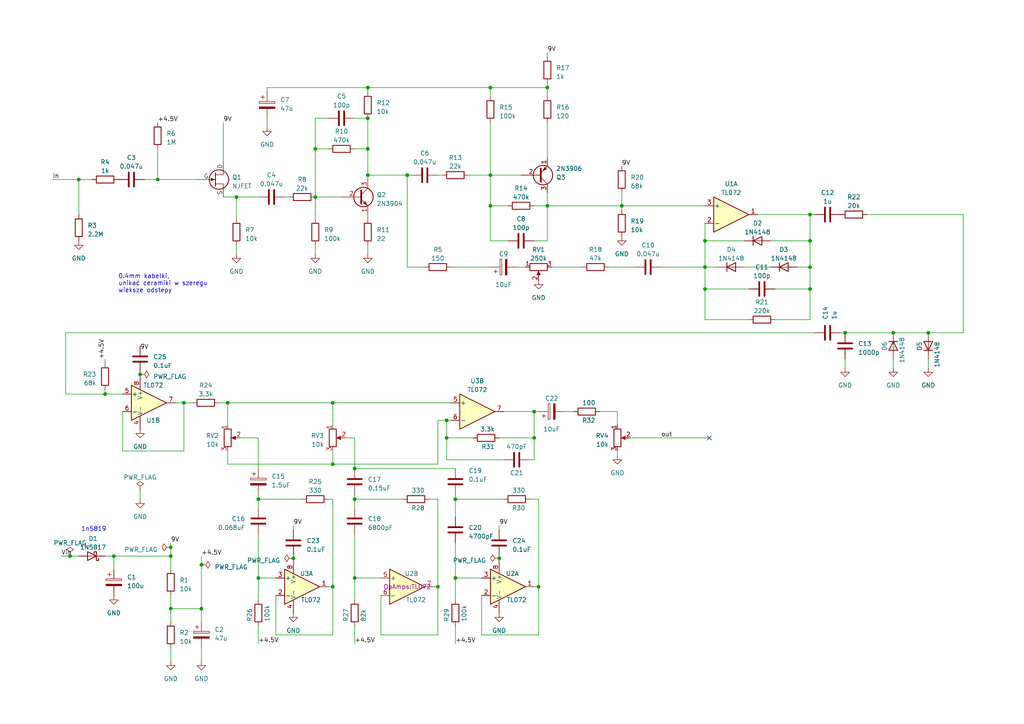
<source format=kicad_sch>
(kicad_sch (version 20230121) (generator eeschema)

  (uuid 44629e9a-1b00-4c23-9125-ca3e526e6fa8)

  (paper "A4")

  (lib_symbols
    (symbol "Amplifier_Operational:TL072" (pin_names (offset 0.127)) (in_bom yes) (on_board yes)
      (property "Reference" "U" (at 0 5.08 0)
        (effects (font (size 1.27 1.27)) (justify left))
      )
      (property "Value" "TL072" (at 0 -5.08 0)
        (effects (font (size 1.27 1.27)) (justify left))
      )
      (property "Footprint" "" (at 0 0 0)
        (effects (font (size 1.27 1.27)) hide)
      )
      (property "Datasheet" "http://www.ti.com/lit/ds/symlink/tl071.pdf" (at 0 0 0)
        (effects (font (size 1.27 1.27)) hide)
      )
      (property "ki_locked" "" (at 0 0 0)
        (effects (font (size 1.27 1.27)))
      )
      (property "ki_keywords" "dual opamp" (at 0 0 0)
        (effects (font (size 1.27 1.27)) hide)
      )
      (property "ki_description" "Dual Low-Noise JFET-Input Operational Amplifiers, DIP-8/SOIC-8" (at 0 0 0)
        (effects (font (size 1.27 1.27)) hide)
      )
      (property "ki_fp_filters" "SOIC*3.9x4.9mm*P1.27mm* DIP*W7.62mm* TO*99* OnSemi*Micro8* TSSOP*3x3mm*P0.65mm* TSSOP*4.4x3mm*P0.65mm* MSOP*3x3mm*P0.65mm* SSOP*3.9x4.9mm*P0.635mm* LFCSP*2x2mm*P0.5mm* *SIP* SOIC*5.3x6.2mm*P1.27mm*" (at 0 0 0)
        (effects (font (size 1.27 1.27)) hide)
      )
      (symbol "TL072_1_1"
        (polyline
          (pts
            (xy -5.08 5.08)
            (xy 5.08 0)
            (xy -5.08 -5.08)
            (xy -5.08 5.08)
          )
          (stroke (width 0.254) (type default))
          (fill (type background))
        )
        (pin output line (at 7.62 0 180) (length 2.54)
          (name "~" (effects (font (size 1.27 1.27))))
          (number "1" (effects (font (size 1.27 1.27))))
        )
        (pin input line (at -7.62 -2.54 0) (length 2.54)
          (name "-" (effects (font (size 1.27 1.27))))
          (number "2" (effects (font (size 1.27 1.27))))
        )
        (pin input line (at -7.62 2.54 0) (length 2.54)
          (name "+" (effects (font (size 1.27 1.27))))
          (number "3" (effects (font (size 1.27 1.27))))
        )
      )
      (symbol "TL072_2_1"
        (polyline
          (pts
            (xy -5.08 5.08)
            (xy 5.08 0)
            (xy -5.08 -5.08)
            (xy -5.08 5.08)
          )
          (stroke (width 0.254) (type default))
          (fill (type background))
        )
        (pin input line (at -7.62 2.54 0) (length 2.54)
          (name "+" (effects (font (size 1.27 1.27))))
          (number "5" (effects (font (size 1.27 1.27))))
        )
        (pin input line (at -7.62 -2.54 0) (length 2.54)
          (name "-" (effects (font (size 1.27 1.27))))
          (number "6" (effects (font (size 1.27 1.27))))
        )
        (pin output line (at 7.62 0 180) (length 2.54)
          (name "~" (effects (font (size 1.27 1.27))))
          (number "7" (effects (font (size 1.27 1.27))))
        )
      )
      (symbol "TL072_3_1"
        (pin power_in line (at -2.54 -7.62 90) (length 3.81)
          (name "V-" (effects (font (size 1.27 1.27))))
          (number "4" (effects (font (size 1.27 1.27))))
        )
        (pin power_in line (at -2.54 7.62 270) (length 3.81)
          (name "V+" (effects (font (size 1.27 1.27))))
          (number "8" (effects (font (size 1.27 1.27))))
        )
      )
    )
    (symbol "Device:C" (pin_numbers hide) (pin_names (offset 0.254)) (in_bom yes) (on_board yes)
      (property "Reference" "C" (at 0.635 2.54 0)
        (effects (font (size 1.27 1.27)) (justify left))
      )
      (property "Value" "C" (at 0.635 -2.54 0)
        (effects (font (size 1.27 1.27)) (justify left))
      )
      (property "Footprint" "" (at 0.9652 -3.81 0)
        (effects (font (size 1.27 1.27)) hide)
      )
      (property "Datasheet" "~" (at 0 0 0)
        (effects (font (size 1.27 1.27)) hide)
      )
      (property "ki_keywords" "cap capacitor" (at 0 0 0)
        (effects (font (size 1.27 1.27)) hide)
      )
      (property "ki_description" "Unpolarized capacitor" (at 0 0 0)
        (effects (font (size 1.27 1.27)) hide)
      )
      (property "ki_fp_filters" "C_*" (at 0 0 0)
        (effects (font (size 1.27 1.27)) hide)
      )
      (symbol "C_0_1"
        (polyline
          (pts
            (xy -2.032 -0.762)
            (xy 2.032 -0.762)
          )
          (stroke (width 0.508) (type default))
          (fill (type none))
        )
        (polyline
          (pts
            (xy -2.032 0.762)
            (xy 2.032 0.762)
          )
          (stroke (width 0.508) (type default))
          (fill (type none))
        )
      )
      (symbol "C_1_1"
        (pin passive line (at 0 3.81 270) (length 2.794)
          (name "~" (effects (font (size 1.27 1.27))))
          (number "1" (effects (font (size 1.27 1.27))))
        )
        (pin passive line (at 0 -3.81 90) (length 2.794)
          (name "~" (effects (font (size 1.27 1.27))))
          (number "2" (effects (font (size 1.27 1.27))))
        )
      )
    )
    (symbol "Device:C_Polarized" (pin_numbers hide) (pin_names (offset 0.254)) (in_bom yes) (on_board yes)
      (property "Reference" "C" (at 0.635 2.54 0)
        (effects (font (size 1.27 1.27)) (justify left))
      )
      (property "Value" "C_Polarized" (at 0.635 -2.54 0)
        (effects (font (size 1.27 1.27)) (justify left))
      )
      (property "Footprint" "" (at 0.9652 -3.81 0)
        (effects (font (size 1.27 1.27)) hide)
      )
      (property "Datasheet" "~" (at 0 0 0)
        (effects (font (size 1.27 1.27)) hide)
      )
      (property "ki_keywords" "cap capacitor" (at 0 0 0)
        (effects (font (size 1.27 1.27)) hide)
      )
      (property "ki_description" "Polarized capacitor" (at 0 0 0)
        (effects (font (size 1.27 1.27)) hide)
      )
      (property "ki_fp_filters" "CP_*" (at 0 0 0)
        (effects (font (size 1.27 1.27)) hide)
      )
      (symbol "C_Polarized_0_1"
        (rectangle (start -2.286 0.508) (end 2.286 1.016)
          (stroke (width 0) (type default))
          (fill (type none))
        )
        (polyline
          (pts
            (xy -1.778 2.286)
            (xy -0.762 2.286)
          )
          (stroke (width 0) (type default))
          (fill (type none))
        )
        (polyline
          (pts
            (xy -1.27 2.794)
            (xy -1.27 1.778)
          )
          (stroke (width 0) (type default))
          (fill (type none))
        )
        (rectangle (start 2.286 -0.508) (end -2.286 -1.016)
          (stroke (width 0) (type default))
          (fill (type outline))
        )
      )
      (symbol "C_Polarized_1_1"
        (pin passive line (at 0 3.81 270) (length 2.794)
          (name "~" (effects (font (size 1.27 1.27))))
          (number "1" (effects (font (size 1.27 1.27))))
        )
        (pin passive line (at 0 -3.81 90) (length 2.794)
          (name "~" (effects (font (size 1.27 1.27))))
          (number "2" (effects (font (size 1.27 1.27))))
        )
      )
    )
    (symbol "Device:R" (pin_numbers hide) (pin_names (offset 0)) (in_bom yes) (on_board yes)
      (property "Reference" "R" (at 2.032 0 90)
        (effects (font (size 1.27 1.27)))
      )
      (property "Value" "R" (at 0 0 90)
        (effects (font (size 1.27 1.27)))
      )
      (property "Footprint" "" (at -1.778 0 90)
        (effects (font (size 1.27 1.27)) hide)
      )
      (property "Datasheet" "~" (at 0 0 0)
        (effects (font (size 1.27 1.27)) hide)
      )
      (property "ki_keywords" "R res resistor" (at 0 0 0)
        (effects (font (size 1.27 1.27)) hide)
      )
      (property "ki_description" "Resistor" (at 0 0 0)
        (effects (font (size 1.27 1.27)) hide)
      )
      (property "ki_fp_filters" "R_*" (at 0 0 0)
        (effects (font (size 1.27 1.27)) hide)
      )
      (symbol "R_0_1"
        (rectangle (start -1.016 -2.54) (end 1.016 2.54)
          (stroke (width 0.254) (type default))
          (fill (type none))
        )
      )
      (symbol "R_1_1"
        (pin passive line (at 0 3.81 270) (length 1.27)
          (name "~" (effects (font (size 1.27 1.27))))
          (number "1" (effects (font (size 1.27 1.27))))
        )
        (pin passive line (at 0 -3.81 90) (length 1.27)
          (name "~" (effects (font (size 1.27 1.27))))
          (number "2" (effects (font (size 1.27 1.27))))
        )
      )
    )
    (symbol "Device:R_Potentiometer" (pin_names (offset 1.016) hide) (in_bom yes) (on_board yes)
      (property "Reference" "RV" (at -4.445 0 90)
        (effects (font (size 1.27 1.27)))
      )
      (property "Value" "R_Potentiometer" (at -2.54 0 90)
        (effects (font (size 1.27 1.27)))
      )
      (property "Footprint" "" (at 0 0 0)
        (effects (font (size 1.27 1.27)) hide)
      )
      (property "Datasheet" "~" (at 0 0 0)
        (effects (font (size 1.27 1.27)) hide)
      )
      (property "ki_keywords" "resistor variable" (at 0 0 0)
        (effects (font (size 1.27 1.27)) hide)
      )
      (property "ki_description" "Potentiometer" (at 0 0 0)
        (effects (font (size 1.27 1.27)) hide)
      )
      (property "ki_fp_filters" "Potentiometer*" (at 0 0 0)
        (effects (font (size 1.27 1.27)) hide)
      )
      (symbol "R_Potentiometer_0_1"
        (polyline
          (pts
            (xy 2.54 0)
            (xy 1.524 0)
          )
          (stroke (width 0) (type default))
          (fill (type none))
        )
        (polyline
          (pts
            (xy 1.143 0)
            (xy 2.286 0.508)
            (xy 2.286 -0.508)
            (xy 1.143 0)
          )
          (stroke (width 0) (type default))
          (fill (type outline))
        )
        (rectangle (start 1.016 2.54) (end -1.016 -2.54)
          (stroke (width 0.254) (type default))
          (fill (type none))
        )
      )
      (symbol "R_Potentiometer_1_1"
        (pin passive line (at 0 3.81 270) (length 1.27)
          (name "1" (effects (font (size 1.27 1.27))))
          (number "1" (effects (font (size 1.27 1.27))))
        )
        (pin passive line (at 3.81 0 180) (length 1.27)
          (name "2" (effects (font (size 1.27 1.27))))
          (number "2" (effects (font (size 1.27 1.27))))
        )
        (pin passive line (at 0 -3.81 90) (length 1.27)
          (name "3" (effects (font (size 1.27 1.27))))
          (number "3" (effects (font (size 1.27 1.27))))
        )
      )
    )
    (symbol "Diode:1N4148" (pin_numbers hide) (pin_names hide) (in_bom yes) (on_board yes)
      (property "Reference" "D" (at 0 2.54 0)
        (effects (font (size 1.27 1.27)))
      )
      (property "Value" "1N4148" (at 0 -2.54 0)
        (effects (font (size 1.27 1.27)))
      )
      (property "Footprint" "Diode_THT:D_DO-35_SOD27_P7.62mm_Horizontal" (at 0 0 0)
        (effects (font (size 1.27 1.27)) hide)
      )
      (property "Datasheet" "https://assets.nexperia.com/documents/data-sheet/1N4148_1N4448.pdf" (at 0 0 0)
        (effects (font (size 1.27 1.27)) hide)
      )
      (property "Sim.Device" "D" (at 0 0 0)
        (effects (font (size 1.27 1.27)) hide)
      )
      (property "Sim.Pins" "1=K 2=A" (at 0 0 0)
        (effects (font (size 1.27 1.27)) hide)
      )
      (property "ki_keywords" "diode" (at 0 0 0)
        (effects (font (size 1.27 1.27)) hide)
      )
      (property "ki_description" "100V 0.15A standard switching diode, DO-35" (at 0 0 0)
        (effects (font (size 1.27 1.27)) hide)
      )
      (property "ki_fp_filters" "D*DO?35*" (at 0 0 0)
        (effects (font (size 1.27 1.27)) hide)
      )
      (symbol "1N4148_0_1"
        (polyline
          (pts
            (xy -1.27 1.27)
            (xy -1.27 -1.27)
          )
          (stroke (width 0.254) (type default))
          (fill (type none))
        )
        (polyline
          (pts
            (xy 1.27 0)
            (xy -1.27 0)
          )
          (stroke (width 0) (type default))
          (fill (type none))
        )
        (polyline
          (pts
            (xy 1.27 1.27)
            (xy 1.27 -1.27)
            (xy -1.27 0)
            (xy 1.27 1.27)
          )
          (stroke (width 0.254) (type default))
          (fill (type none))
        )
      )
      (symbol "1N4148_1_1"
        (pin passive line (at -3.81 0 0) (length 2.54)
          (name "K" (effects (font (size 1.27 1.27))))
          (number "1" (effects (font (size 1.27 1.27))))
        )
        (pin passive line (at 3.81 0 180) (length 2.54)
          (name "A" (effects (font (size 1.27 1.27))))
          (number "2" (effects (font (size 1.27 1.27))))
        )
      )
    )
    (symbol "Diode:1N5817" (pin_numbers hide) (pin_names (offset 1.016) hide) (in_bom yes) (on_board yes)
      (property "Reference" "D" (at 0 2.54 0)
        (effects (font (size 1.27 1.27)))
      )
      (property "Value" "1N5817" (at 0 -2.54 0)
        (effects (font (size 1.27 1.27)))
      )
      (property "Footprint" "Diode_THT:D_DO-41_SOD81_P10.16mm_Horizontal" (at 0 -4.445 0)
        (effects (font (size 1.27 1.27)) hide)
      )
      (property "Datasheet" "http://www.vishay.com/docs/88525/1n5817.pdf" (at 0 0 0)
        (effects (font (size 1.27 1.27)) hide)
      )
      (property "ki_keywords" "diode Schottky" (at 0 0 0)
        (effects (font (size 1.27 1.27)) hide)
      )
      (property "ki_description" "20V 1A Schottky Barrier Rectifier Diode, DO-41" (at 0 0 0)
        (effects (font (size 1.27 1.27)) hide)
      )
      (property "ki_fp_filters" "D*DO?41*" (at 0 0 0)
        (effects (font (size 1.27 1.27)) hide)
      )
      (symbol "1N5817_0_1"
        (polyline
          (pts
            (xy 1.27 0)
            (xy -1.27 0)
          )
          (stroke (width 0) (type default))
          (fill (type none))
        )
        (polyline
          (pts
            (xy 1.27 1.27)
            (xy 1.27 -1.27)
            (xy -1.27 0)
            (xy 1.27 1.27)
          )
          (stroke (width 0.254) (type default))
          (fill (type none))
        )
        (polyline
          (pts
            (xy -1.905 0.635)
            (xy -1.905 1.27)
            (xy -1.27 1.27)
            (xy -1.27 -1.27)
            (xy -0.635 -1.27)
            (xy -0.635 -0.635)
          )
          (stroke (width 0.254) (type default))
          (fill (type none))
        )
      )
      (symbol "1N5817_1_1"
        (pin passive line (at -3.81 0 0) (length 2.54)
          (name "K" (effects (font (size 1.27 1.27))))
          (number "1" (effects (font (size 1.27 1.27))))
        )
        (pin passive line (at 3.81 0 180) (length 2.54)
          (name "A" (effects (font (size 1.27 1.27))))
          (number "2" (effects (font (size 1.27 1.27))))
        )
      )
    )
    (symbol "Simulation_SPICE:NJFET" (pin_numbers hide) (pin_names (offset 0)) (in_bom yes) (on_board yes)
      (property "Reference" "Q" (at 5.08 1.27 0)
        (effects (font (size 1.27 1.27)) (justify left))
      )
      (property "Value" "NJFET" (at 5.08 -1.27 0)
        (effects (font (size 1.27 1.27)) (justify left))
      )
      (property "Footprint" "" (at 5.08 2.54 0)
        (effects (font (size 1.27 1.27)) hide)
      )
      (property "Datasheet" "~" (at 0 0 0)
        (effects (font (size 1.27 1.27)) hide)
      )
      (property "Sim.Device" "NJFET" (at 0 0 0)
        (effects (font (size 1.27 1.27)) hide)
      )
      (property "Sim.Type" "SHICHMANHODGES" (at 0 0 0)
        (effects (font (size 1.27 1.27)) hide)
      )
      (property "Sim.Pins" "1=D 2=G 3=S" (at 0 0 0)
        (effects (font (size 1.27 1.27)) hide)
      )
      (property "ki_keywords" "transistor NJFET N-JFET" (at 0 0 0)
        (effects (font (size 1.27 1.27)) hide)
      )
      (property "ki_description" "N-JFET transistor, for simulation only" (at 0 0 0)
        (effects (font (size 1.27 1.27)) hide)
      )
      (symbol "NJFET_0_1"
        (polyline
          (pts
            (xy 0.254 1.905)
            (xy 0.254 -1.905)
            (xy 0.254 -1.905)
          )
          (stroke (width 0.254) (type default))
          (fill (type none))
        )
        (polyline
          (pts
            (xy 2.54 -2.54)
            (xy 2.54 -1.27)
            (xy 0.254 -1.27)
          )
          (stroke (width 0) (type default))
          (fill (type none))
        )
        (polyline
          (pts
            (xy 2.54 2.54)
            (xy 2.54 1.397)
            (xy 0.254 1.397)
          )
          (stroke (width 0) (type default))
          (fill (type none))
        )
        (polyline
          (pts
            (xy 0 0)
            (xy -1.016 0.381)
            (xy -1.016 -0.381)
            (xy 0 0)
          )
          (stroke (width 0) (type default))
          (fill (type outline))
        )
        (circle (center 1.27 0) (radius 2.8194)
          (stroke (width 0.254) (type default))
          (fill (type none))
        )
      )
      (symbol "NJFET_1_1"
        (pin passive line (at 2.54 5.08 270) (length 2.54)
          (name "D" (effects (font (size 1.27 1.27))))
          (number "1" (effects (font (size 1.27 1.27))))
        )
        (pin input line (at -5.08 0 0) (length 5.334)
          (name "G" (effects (font (size 1.27 1.27))))
          (number "2" (effects (font (size 1.27 1.27))))
        )
        (pin passive line (at 2.54 -5.08 90) (length 2.54)
          (name "S" (effects (font (size 1.27 1.27))))
          (number "3" (effects (font (size 1.27 1.27))))
        )
      )
    )
    (symbol "Transistor_BJT:2N3904" (pin_names (offset 0) hide) (in_bom yes) (on_board yes)
      (property "Reference" "Q" (at 5.08 1.905 0)
        (effects (font (size 1.27 1.27)) (justify left))
      )
      (property "Value" "2N3904" (at 5.08 0 0)
        (effects (font (size 1.27 1.27)) (justify left))
      )
      (property "Footprint" "Package_TO_SOT_THT:TO-92_Inline" (at 5.08 -1.905 0)
        (effects (font (size 1.27 1.27) italic) (justify left) hide)
      )
      (property "Datasheet" "https://www.onsemi.com/pub/Collateral/2N3903-D.PDF" (at 0 0 0)
        (effects (font (size 1.27 1.27)) (justify left) hide)
      )
      (property "ki_keywords" "NPN Transistor" (at 0 0 0)
        (effects (font (size 1.27 1.27)) hide)
      )
      (property "ki_description" "0.2A Ic, 40V Vce, Small Signal NPN Transistor, TO-92" (at 0 0 0)
        (effects (font (size 1.27 1.27)) hide)
      )
      (property "ki_fp_filters" "TO?92*" (at 0 0 0)
        (effects (font (size 1.27 1.27)) hide)
      )
      (symbol "2N3904_0_1"
        (polyline
          (pts
            (xy 0.635 0.635)
            (xy 2.54 2.54)
          )
          (stroke (width 0) (type default))
          (fill (type none))
        )
        (polyline
          (pts
            (xy 0.635 -0.635)
            (xy 2.54 -2.54)
            (xy 2.54 -2.54)
          )
          (stroke (width 0) (type default))
          (fill (type none))
        )
        (polyline
          (pts
            (xy 0.635 1.905)
            (xy 0.635 -1.905)
            (xy 0.635 -1.905)
          )
          (stroke (width 0.508) (type default))
          (fill (type none))
        )
        (polyline
          (pts
            (xy 1.27 -1.778)
            (xy 1.778 -1.27)
            (xy 2.286 -2.286)
            (xy 1.27 -1.778)
            (xy 1.27 -1.778)
          )
          (stroke (width 0) (type default))
          (fill (type outline))
        )
        (circle (center 1.27 0) (radius 2.8194)
          (stroke (width 0.254) (type default))
          (fill (type none))
        )
      )
      (symbol "2N3904_1_1"
        (pin passive line (at 2.54 -5.08 90) (length 2.54)
          (name "E" (effects (font (size 1.27 1.27))))
          (number "1" (effects (font (size 1.27 1.27))))
        )
        (pin passive line (at -5.08 0 0) (length 5.715)
          (name "B" (effects (font (size 1.27 1.27))))
          (number "2" (effects (font (size 1.27 1.27))))
        )
        (pin passive line (at 2.54 5.08 270) (length 2.54)
          (name "C" (effects (font (size 1.27 1.27))))
          (number "3" (effects (font (size 1.27 1.27))))
        )
      )
    )
    (symbol "Transistor_BJT:2N3906" (pin_names (offset 0) hide) (in_bom yes) (on_board yes)
      (property "Reference" "Q" (at 5.08 1.905 0)
        (effects (font (size 1.27 1.27)) (justify left))
      )
      (property "Value" "2N3906" (at 5.08 0 0)
        (effects (font (size 1.27 1.27)) (justify left))
      )
      (property "Footprint" "Package_TO_SOT_THT:TO-92_Inline" (at 5.08 -1.905 0)
        (effects (font (size 1.27 1.27) italic) (justify left) hide)
      )
      (property "Datasheet" "https://www.onsemi.com/pub/Collateral/2N3906-D.PDF" (at 0 0 0)
        (effects (font (size 1.27 1.27)) (justify left) hide)
      )
      (property "ki_keywords" "PNP Transistor" (at 0 0 0)
        (effects (font (size 1.27 1.27)) hide)
      )
      (property "ki_description" "-0.2A Ic, -40V Vce, Small Signal PNP Transistor, TO-92" (at 0 0 0)
        (effects (font (size 1.27 1.27)) hide)
      )
      (property "ki_fp_filters" "TO?92*" (at 0 0 0)
        (effects (font (size 1.27 1.27)) hide)
      )
      (symbol "2N3906_0_1"
        (polyline
          (pts
            (xy 0.635 0.635)
            (xy 2.54 2.54)
          )
          (stroke (width 0) (type default))
          (fill (type none))
        )
        (polyline
          (pts
            (xy 0.635 -0.635)
            (xy 2.54 -2.54)
            (xy 2.54 -2.54)
          )
          (stroke (width 0) (type default))
          (fill (type none))
        )
        (polyline
          (pts
            (xy 0.635 1.905)
            (xy 0.635 -1.905)
            (xy 0.635 -1.905)
          )
          (stroke (width 0.508) (type default))
          (fill (type none))
        )
        (polyline
          (pts
            (xy 2.286 -1.778)
            (xy 1.778 -2.286)
            (xy 1.27 -1.27)
            (xy 2.286 -1.778)
            (xy 2.286 -1.778)
          )
          (stroke (width 0) (type default))
          (fill (type outline))
        )
        (circle (center 1.27 0) (radius 2.8194)
          (stroke (width 0.254) (type default))
          (fill (type none))
        )
      )
      (symbol "2N3906_1_1"
        (pin passive line (at 2.54 -5.08 90) (length 2.54)
          (name "E" (effects (font (size 1.27 1.27))))
          (number "1" (effects (font (size 1.27 1.27))))
        )
        (pin input line (at -5.08 0 0) (length 5.715)
          (name "B" (effects (font (size 1.27 1.27))))
          (number "2" (effects (font (size 1.27 1.27))))
        )
        (pin passive line (at 2.54 5.08 270) (length 2.54)
          (name "C" (effects (font (size 1.27 1.27))))
          (number "3" (effects (font (size 1.27 1.27))))
        )
      )
    )
    (symbol "power:GND" (power) (pin_names (offset 0)) (in_bom yes) (on_board yes)
      (property "Reference" "#PWR" (at 0 -6.35 0)
        (effects (font (size 1.27 1.27)) hide)
      )
      (property "Value" "GND" (at 0 -3.81 0)
        (effects (font (size 1.27 1.27)))
      )
      (property "Footprint" "" (at 0 0 0)
        (effects (font (size 1.27 1.27)) hide)
      )
      (property "Datasheet" "" (at 0 0 0)
        (effects (font (size 1.27 1.27)) hide)
      )
      (property "ki_keywords" "global power" (at 0 0 0)
        (effects (font (size 1.27 1.27)) hide)
      )
      (property "ki_description" "Power symbol creates a global label with name \"GND\" , ground" (at 0 0 0)
        (effects (font (size 1.27 1.27)) hide)
      )
      (symbol "GND_0_1"
        (polyline
          (pts
            (xy 0 0)
            (xy 0 -1.27)
            (xy 1.27 -1.27)
            (xy 0 -2.54)
            (xy -1.27 -1.27)
            (xy 0 -1.27)
          )
          (stroke (width 0) (type default))
          (fill (type none))
        )
      )
      (symbol "GND_1_1"
        (pin power_in line (at 0 0 270) (length 0) hide
          (name "GND" (effects (font (size 1.27 1.27))))
          (number "1" (effects (font (size 1.27 1.27))))
        )
      )
    )
    (symbol "power:PWR_FLAG" (power) (pin_numbers hide) (pin_names (offset 0) hide) (in_bom yes) (on_board yes)
      (property "Reference" "#FLG" (at 0 1.905 0)
        (effects (font (size 1.27 1.27)) hide)
      )
      (property "Value" "PWR_FLAG" (at 0 3.81 0)
        (effects (font (size 1.27 1.27)))
      )
      (property "Footprint" "" (at 0 0 0)
        (effects (font (size 1.27 1.27)) hide)
      )
      (property "Datasheet" "~" (at 0 0 0)
        (effects (font (size 1.27 1.27)) hide)
      )
      (property "ki_keywords" "flag power" (at 0 0 0)
        (effects (font (size 1.27 1.27)) hide)
      )
      (property "ki_description" "Special symbol for telling ERC where power comes from" (at 0 0 0)
        (effects (font (size 1.27 1.27)) hide)
      )
      (symbol "PWR_FLAG_0_0"
        (pin power_out line (at 0 0 90) (length 0)
          (name "pwr" (effects (font (size 1.27 1.27))))
          (number "1" (effects (font (size 1.27 1.27))))
        )
      )
      (symbol "PWR_FLAG_0_1"
        (polyline
          (pts
            (xy 0 0)
            (xy 0 1.27)
            (xy -1.016 1.905)
            (xy 0 2.54)
            (xy 1.016 1.905)
            (xy 0 1.27)
          )
          (stroke (width 0) (type default))
          (fill (type none))
        )
      )
    )
  )

  (junction (at 22.86 52.07) (diameter 0) (color 0 0 0 0)
    (uuid 01ddd64d-f202-4624-a839-39ca7c673743)
  )
  (junction (at 127 170.18) (diameter 0) (color 0 0 0 0)
    (uuid 09b0f950-3e26-473b-813e-4ec505e35d06)
  )
  (junction (at 49.53 176.53) (diameter 0) (color 0 0 0 0)
    (uuid 0c870f49-dbaa-4874-8fd5-c0e5b05cfd1e)
  )
  (junction (at 66.04 116.84) (diameter 0) (color 0 0 0 0)
    (uuid 0f8d2175-393c-4073-a964-0a9e6ff25223)
  )
  (junction (at 204.47 83.82) (diameter 0) (color 0 0 0 0)
    (uuid 1c2f7fa1-7bfa-4f02-b089-b02777ce123b)
  )
  (junction (at 154.94 119.38) (diameter 0) (color 0 0 0 0)
    (uuid 1dd28358-7b94-46c1-b120-6139053cea25)
  )
  (junction (at 132.08 167.64) (diameter 0) (color 0 0 0 0)
    (uuid 203d2d41-5c0f-45b6-aec0-eec97bfa191c)
  )
  (junction (at 118.11 50.8) (diameter 0) (color 0 0 0 0)
    (uuid 24b0f501-b2f5-4b7d-845d-092c982e7989)
  )
  (junction (at 142.24 59.69) (diameter 0) (color 0 0 0 0)
    (uuid 27839864-9bb3-4a90-8c62-8a39ff262533)
  )
  (junction (at 234.95 62.23) (diameter 0) (color 0 0 0 0)
    (uuid 2a4b27cb-76c9-4990-84c4-8ff766ff67ae)
  )
  (junction (at 245.11 96.52) (diameter 0) (color 0 0 0 0)
    (uuid 2a814aff-46c3-412f-8f76-a025a1f08fa4)
  )
  (junction (at 106.68 25.4) (diameter 0) (color 0 0 0 0)
    (uuid 322b49c7-95c5-4b5f-a2ec-5065594b5716)
  )
  (junction (at 204.47 77.47) (diameter 0) (color 0 0 0 0)
    (uuid 3685e8c8-e581-427c-9240-a4785451f780)
  )
  (junction (at 96.52 116.84) (diameter 0) (color 0 0 0 0)
    (uuid 39fa70ff-8e2e-432c-94e7-49fb556c2e44)
  )
  (junction (at 156.21 170.18) (diameter 0) (color 0 0 0 0)
    (uuid 44d150f2-61f8-4530-af16-dd55aed8743a)
  )
  (junction (at 49.53 158.75) (diameter 0) (color 0 0 0 0)
    (uuid 4b10bdd6-8f47-43d0-862b-4969105dca8a)
  )
  (junction (at 20.32 161.29) (diameter 0) (color 0 0 0 0)
    (uuid 4e117eab-8dcf-427b-975f-c3995422ef73)
  )
  (junction (at 259.08 96.52) (diameter 0) (color 0 0 0 0)
    (uuid 4ead9ddf-4c34-4a65-b548-1c9be14a705a)
  )
  (junction (at 154.94 127) (diameter 0) (color 0 0 0 0)
    (uuid 54155194-b994-458b-a182-d131887a5ce9)
  )
  (junction (at 204.47 69.85) (diameter 0) (color 0 0 0 0)
    (uuid 55103366-7a29-4694-bd96-23a32e2b4c04)
  )
  (junction (at 234.95 83.82) (diameter 0) (color 0 0 0 0)
    (uuid 579681a6-a369-4603-929e-a19ca51cea2f)
  )
  (junction (at 269.24 96.52) (diameter 0) (color 0 0 0 0)
    (uuid 5e2a8e38-38bd-43ea-ba33-8d817f2d444b)
  )
  (junction (at 106.68 50.8) (diameter 0) (color 0 0 0 0)
    (uuid 68ed62b8-9a5c-4ac1-a8ae-034988f76813)
  )
  (junction (at 33.02 161.29) (diameter 0) (color 0 0 0 0)
    (uuid 6978cd0a-6cdc-44af-9f45-aaae3f7df43f)
  )
  (junction (at 102.87 167.64) (diameter 0) (color 0 0 0 0)
    (uuid 6e021585-df6e-4aae-8594-2bb378cc364f)
  )
  (junction (at 74.93 167.64) (diameter 0) (color 0 0 0 0)
    (uuid 6e2e32b0-e516-4375-9443-b4b73b5db649)
  )
  (junction (at 144.78 161.925) (diameter 0) (color 0 0 0 0)
    (uuid 6fc9f60c-fb94-43c3-b094-92cb08f828a3)
  )
  (junction (at 106.68 34.29) (diameter 0) (color 0 0 0 0)
    (uuid 74ccbc31-6bc1-4ae9-8dc4-1e9b0582a020)
  )
  (junction (at 158.75 25.4) (diameter 0) (color 0 0 0 0)
    (uuid 764bc5a8-bd63-4cd2-8c4a-bc14c0303d1b)
  )
  (junction (at 234.95 77.47) (diameter 0) (color 0 0 0 0)
    (uuid 823ea490-4ed3-4862-87e2-76bd0c2404fe)
  )
  (junction (at 158.75 59.69) (diameter 0) (color 0 0 0 0)
    (uuid 8c98e914-18d8-4e15-a15d-bb9e45b42f52)
  )
  (junction (at 234.95 69.85) (diameter 0) (color 0 0 0 0)
    (uuid 8d0ca01e-3f7c-474c-839c-d091a5323f2d)
  )
  (junction (at 58.42 176.53) (diameter 0) (color 0 0 0 0)
    (uuid 8f451db1-70ca-423e-8b2e-ee0535c2b5de)
  )
  (junction (at 142.24 25.4) (diameter 0) (color 0 0 0 0)
    (uuid 95e6593c-ee10-418c-b2d7-139cb21a2277)
  )
  (junction (at 74.93 144.78) (diameter 0) (color 0 0 0 0)
    (uuid 961a60c8-379e-4226-a36a-5cd4900f9a8b)
  )
  (junction (at 85.09 161.925) (diameter 0) (color 0 0 0 0)
    (uuid 96ac9272-8325-4782-ab83-2bbc38bc9235)
  )
  (junction (at 91.44 57.15) (diameter 0) (color 0 0 0 0)
    (uuid a042a091-0a38-4b0b-8820-0c988b05ddea)
  )
  (junction (at 53.34 116.84) (diameter 0) (color 0 0 0 0)
    (uuid a26e2b7a-5cb2-4f03-bd31-136ec82d17c4)
  )
  (junction (at 102.87 144.78) (diameter 0) (color 0 0 0 0)
    (uuid a6fabc29-7b13-4bf2-9508-e89897f4521d)
  )
  (junction (at 96.52 170.18) (diameter 0) (color 0 0 0 0)
    (uuid a886d065-9d4a-4a1b-a469-5f73dee13569)
  )
  (junction (at 129.54 121.92) (diameter 0) (color 0 0 0 0)
    (uuid aa887d8b-836f-407f-ae44-5b69518a2e80)
  )
  (junction (at 45.72 52.07) (diameter 0) (color 0 0 0 0)
    (uuid b71356e8-f48f-4f43-add2-71708e5fe57d)
  )
  (junction (at 91.44 43.18) (diameter 0) (color 0 0 0 0)
    (uuid b800d572-6b60-47db-acb8-bab0336b5a3e)
  )
  (junction (at 30.48 114.3) (diameter 0) (color 0 0 0 0)
    (uuid c5b3660a-8905-480b-a7f9-50e7073758ac)
  )
  (junction (at 180.34 59.69) (diameter 0) (color 0 0 0 0)
    (uuid cfa21be2-f085-49b0-973d-f5e4778dc033)
  )
  (junction (at 68.58 57.15) (diameter 0) (color 0 0 0 0)
    (uuid d816fa47-2c7a-4c8c-9048-8c1148f64b18)
  )
  (junction (at 49.53 161.29) (diameter 0) (color 0 0 0 0)
    (uuid d945b003-0a42-4b4e-b9a3-a2c2504454b7)
  )
  (junction (at 142.24 50.8) (diameter 0) (color 0 0 0 0)
    (uuid d9948264-da0d-42de-9983-18ab856b3f12)
  )
  (junction (at 129.54 127) (diameter 0) (color 0 0 0 0)
    (uuid e1c0f524-e152-4f12-b526-4a92e88629c0)
  )
  (junction (at 58.42 163.83) (diameter 0) (color 0 0 0 0)
    (uuid e6a0655a-3ccf-498e-9180-6891b0068ff5)
  )
  (junction (at 96.52 134.62) (diameter 0) (color 0 0 0 0)
    (uuid ee54f6b0-c19d-483f-8090-6184f33b7887)
  )
  (junction (at 106.68 43.18) (diameter 0) (color 0 0 0 0)
    (uuid f2336d62-56ee-441c-9d5e-45a40249021f)
  )
  (junction (at 40.64 108.585) (diameter 0) (color 0 0 0 0)
    (uuid f7427624-8a62-4d37-9393-a58c6c871555)
  )
  (junction (at 132.08 144.78) (diameter 0) (color 0 0 0 0)
    (uuid f7937377-815b-459a-a9ac-582fb17647b2)
  )
  (junction (at 102.87 135.89) (diameter 0) (color 0 0 0 0)
    (uuid fdefd6cf-49e4-4739-a4cf-7f1ff0416048)
  )

  (no_connect (at 205.74 127) (uuid c226cfa8-8eaa-4609-992d-eb8f60806c6a))

  (wire (pts (xy 176.53 77.47) (xy 184.15 77.47))
    (stroke (width 0) (type default))
    (uuid 0009b754-73f1-4112-8811-8d859f11c3bd)
  )
  (wire (pts (xy 125.73 170.18) (xy 127 170.18))
    (stroke (width 0) (type default))
    (uuid 0032a7ee-ebd1-4959-84cb-11297f193efe)
  )
  (wire (pts (xy 102.87 127) (xy 102.87 135.89))
    (stroke (width 0) (type default))
    (uuid 0225a289-3921-49c2-9833-7e5d611a5c25)
  )
  (wire (pts (xy 234.95 69.85) (xy 234.95 77.47))
    (stroke (width 0) (type default))
    (uuid 027e9a99-ae10-4d2e-aa8e-1920fa48d5e2)
  )
  (wire (pts (xy 15.24 52.07) (xy 22.86 52.07))
    (stroke (width 0) (type default))
    (uuid 03700404-20c4-44de-9c7d-3edf6367c240)
  )
  (wire (pts (xy 74.93 167.64) (xy 80.01 167.64))
    (stroke (width 0) (type default))
    (uuid 0395d2a3-779a-46a7-aa19-ded2670fcbbc)
  )
  (wire (pts (xy 106.68 43.18) (xy 106.68 50.8))
    (stroke (width 0) (type default))
    (uuid 04b90b64-582f-4b59-9c0d-cc2cc0e8a2cd)
  )
  (wire (pts (xy 102.87 34.29) (xy 106.68 34.29))
    (stroke (width 0) (type default))
    (uuid 05df8bde-0454-4e6b-9a3a-7979dd46e751)
  )
  (wire (pts (xy 129.54 133.35) (xy 146.05 133.35))
    (stroke (width 0) (type default))
    (uuid 0622d6ea-dbe0-4fc2-ab33-aa309ab05342)
  )
  (wire (pts (xy 153.67 133.35) (xy 154.94 133.35))
    (stroke (width 0) (type default))
    (uuid 066bab8a-c7bf-41f1-8676-b87f19e2630d)
  )
  (wire (pts (xy 100.33 127) (xy 102.87 127))
    (stroke (width 0) (type default))
    (uuid 07c5c74a-b32f-4515-ae0d-33aae8d20326)
  )
  (wire (pts (xy 154.94 119.38) (xy 146.05 119.38))
    (stroke (width 0) (type default))
    (uuid 0916a74c-a404-4027-a394-2b461152d66d)
  )
  (wire (pts (xy 129.54 121.92) (xy 129.54 127))
    (stroke (width 0) (type default))
    (uuid 09c480a5-3f22-4b07-856c-3f673044011f)
  )
  (wire (pts (xy 102.87 181.61) (xy 102.87 186.69))
    (stroke (width 0) (type default))
    (uuid 0a256de8-5dea-4d93-85e5-052c8f234830)
  )
  (wire (pts (xy 173.99 119.38) (xy 179.07 119.38))
    (stroke (width 0) (type default))
    (uuid 0b793689-54dc-4295-ac63-ac66612fa4e2)
  )
  (wire (pts (xy 106.68 50.8) (xy 106.68 52.07))
    (stroke (width 0) (type default))
    (uuid 0ec66296-756d-4bc8-8b1c-d527f3a40944)
  )
  (wire (pts (xy 49.53 161.29) (xy 49.53 165.1))
    (stroke (width 0) (type default))
    (uuid 0ed33211-45e8-4ca4-8e43-a8b374b8e9eb)
  )
  (wire (pts (xy 68.58 57.15) (xy 74.93 57.15))
    (stroke (width 0) (type default))
    (uuid 0ee474eb-8e76-4882-ad83-b327379987c8)
  )
  (wire (pts (xy 204.47 69.85) (xy 204.47 64.77))
    (stroke (width 0) (type default))
    (uuid 0eefa6ab-1539-4404-bff9-9481babcd1de)
  )
  (wire (pts (xy 127 121.92) (xy 127 134.62))
    (stroke (width 0) (type default))
    (uuid 0fab9efe-6ec0-4bdb-ba13-fea1e2e10c2c)
  )
  (wire (pts (xy 160.02 77.47) (xy 168.91 77.47))
    (stroke (width 0) (type default))
    (uuid 12b021fd-85a3-4103-98ba-9ae7fc4a379a)
  )
  (wire (pts (xy 158.75 59.69) (xy 180.34 59.69))
    (stroke (width 0) (type default))
    (uuid 13d5f9d8-98fb-4e60-8b4f-2e63000b1e7d)
  )
  (wire (pts (xy 129.54 127) (xy 137.16 127))
    (stroke (width 0) (type default))
    (uuid 19f120ae-8089-4024-9cbd-46b18c2bc0d2)
  )
  (wire (pts (xy 156.21 144.78) (xy 153.67 144.78))
    (stroke (width 0) (type default))
    (uuid 1e473640-e129-45f8-bb46-e2dead9ec468)
  )
  (wire (pts (xy 96.52 130.81) (xy 96.52 134.62))
    (stroke (width 0) (type default))
    (uuid 2013b5d5-7e44-405c-bcd3-03d011f728eb)
  )
  (wire (pts (xy 191.77 77.47) (xy 204.47 77.47))
    (stroke (width 0) (type default))
    (uuid 20871081-268e-4092-a0f9-8912f0eecaac)
  )
  (wire (pts (xy 82.55 57.15) (xy 83.82 57.15))
    (stroke (width 0) (type default))
    (uuid 2150fd75-36d5-499b-96d7-3c0a98eb6126)
  )
  (wire (pts (xy 142.24 59.69) (xy 147.32 59.69))
    (stroke (width 0) (type default))
    (uuid 21f005b4-6837-4543-ad9f-987fe1493266)
  )
  (wire (pts (xy 49.53 172.72) (xy 49.53 176.53))
    (stroke (width 0) (type default))
    (uuid 246b2506-0bf4-495b-bed3-6f076aed1c0f)
  )
  (wire (pts (xy 91.44 57.15) (xy 91.44 43.18))
    (stroke (width 0) (type default))
    (uuid 260e0a9d-aafe-4473-abfd-d069fbd62579)
  )
  (wire (pts (xy 74.93 181.61) (xy 74.93 186.69))
    (stroke (width 0) (type default))
    (uuid 272e5005-9e4c-4ce7-a464-187db0aee822)
  )
  (wire (pts (xy 91.44 71.12) (xy 91.44 73.66))
    (stroke (width 0) (type default))
    (uuid 281a4ea3-8609-4a84-920d-d2a4bb5d394a)
  )
  (wire (pts (xy 91.44 43.18) (xy 91.44 34.29))
    (stroke (width 0) (type default))
    (uuid 29959196-8378-41a0-ad5b-b4d7b17f7d63)
  )
  (wire (pts (xy 106.68 62.23) (xy 106.68 63.5))
    (stroke (width 0) (type default))
    (uuid 299edef4-b675-4240-adad-9ac04920ceb0)
  )
  (wire (pts (xy 158.75 24.13) (xy 158.75 25.4))
    (stroke (width 0) (type default))
    (uuid 2b712b8b-773f-4cfa-82df-8a41102da799)
  )
  (wire (pts (xy 182.88 127) (xy 205.74 127))
    (stroke (width 0) (type default))
    (uuid 2f21bf96-a2c2-4346-958e-8b04812c6563)
  )
  (wire (pts (xy 144.78 161.925) (xy 144.78 162.56))
    (stroke (width 0) (type default))
    (uuid 2fe30a34-894c-4cb1-b86e-e9c9d580417f)
  )
  (wire (pts (xy 96.52 116.84) (xy 130.81 116.84))
    (stroke (width 0) (type default))
    (uuid 3036a40f-d99e-4545-9b1e-27ea6508334d)
  )
  (wire (pts (xy 49.53 176.53) (xy 58.42 176.53))
    (stroke (width 0) (type default))
    (uuid 32be1086-14e8-40df-b5d5-38b5fc04f70c)
  )
  (wire (pts (xy 91.44 34.29) (xy 95.25 34.29))
    (stroke (width 0) (type default))
    (uuid 33e8b22a-cb6e-409a-b45e-b6379f88e952)
  )
  (wire (pts (xy 58.42 161.29) (xy 58.42 163.83))
    (stroke (width 0) (type default))
    (uuid 364bf228-a2d7-440e-942f-89e8f37e64f6)
  )
  (wire (pts (xy 158.75 25.4) (xy 158.75 27.94))
    (stroke (width 0) (type default))
    (uuid 38c9eac0-975e-412e-b363-d5b08ae9ffd5)
  )
  (wire (pts (xy 259.08 104.14) (xy 259.08 106.68))
    (stroke (width 0) (type default))
    (uuid 3a6d297b-fe5d-4007-a806-7d334184cc7c)
  )
  (wire (pts (xy 139.7 172.72) (xy 139.7 184.15))
    (stroke (width 0) (type default))
    (uuid 3ac6a4e1-bc23-4235-a7cd-81bfc1a6cdd8)
  )
  (wire (pts (xy 106.68 25.4) (xy 142.24 25.4))
    (stroke (width 0) (type default))
    (uuid 3bcc211b-5450-4352-be3e-1a2c0be3a0f8)
  )
  (wire (pts (xy 102.87 143.51) (xy 102.87 144.78))
    (stroke (width 0) (type default))
    (uuid 3bdc1019-9c05-4057-9617-e3c701ba58d0)
  )
  (wire (pts (xy 144.78 127) (xy 154.94 127))
    (stroke (width 0) (type default))
    (uuid 3d171ae6-7e0f-49c6-9052-28443ea7350f)
  )
  (wire (pts (xy 91.44 57.15) (xy 91.44 63.5))
    (stroke (width 0) (type default))
    (uuid 3dadd973-6b6b-4c30-b26d-7c15daf1ae1e)
  )
  (wire (pts (xy 53.34 116.84) (xy 55.88 116.84))
    (stroke (width 0) (type default))
    (uuid 3f10c2ca-6b36-4dba-9728-32b4654643ed)
  )
  (wire (pts (xy 243.84 96.52) (xy 245.11 96.52))
    (stroke (width 0) (type default))
    (uuid 3fe8d403-6ecd-44e4-b011-e10b9f5860e8)
  )
  (wire (pts (xy 63.5 116.84) (xy 66.04 116.84))
    (stroke (width 0) (type default))
    (uuid 411bf266-a7b6-4c63-9fc6-2b3aa999bcd4)
  )
  (wire (pts (xy 96.52 170.18) (xy 96.52 144.78))
    (stroke (width 0) (type default))
    (uuid 421e7019-ea0c-45af-954e-369fe7064ee7)
  )
  (wire (pts (xy 102.87 43.18) (xy 106.68 43.18))
    (stroke (width 0) (type default))
    (uuid 44371db3-9644-47e6-af66-624966bba8d5)
  )
  (wire (pts (xy 129.54 121.92) (xy 130.81 121.92))
    (stroke (width 0) (type default))
    (uuid 44666d10-7a43-4e04-8689-a27575e54f31)
  )
  (wire (pts (xy 154.94 127) (xy 154.94 119.38))
    (stroke (width 0) (type default))
    (uuid 446b1beb-ea69-486b-af49-ea2d79828598)
  )
  (wire (pts (xy 66.04 116.84) (xy 96.52 116.84))
    (stroke (width 0) (type default))
    (uuid 48eab511-63d1-46da-8096-14e0abd82b37)
  )
  (wire (pts (xy 102.87 144.78) (xy 102.87 147.32))
    (stroke (width 0) (type default))
    (uuid 4b67a8d5-d191-4bbc-bc86-7ccae988cf7f)
  )
  (wire (pts (xy 96.52 134.62) (xy 127 134.62))
    (stroke (width 0) (type default))
    (uuid 50069918-29ab-45c6-bfb5-894feedaf7aa)
  )
  (wire (pts (xy 234.95 83.82) (xy 234.95 92.71))
    (stroke (width 0) (type default))
    (uuid 50c6dfa2-f782-4ad4-8b26-82f5ef221242)
  )
  (wire (pts (xy 132.08 167.64) (xy 132.08 173.99))
    (stroke (width 0) (type default))
    (uuid 5224e479-40ab-476f-aa76-60224250998a)
  )
  (wire (pts (xy 158.75 15.24) (xy 158.75 16.51))
    (stroke (width 0) (type default))
    (uuid 529e1d2f-11b4-4f36-9e70-c8615f9756af)
  )
  (wire (pts (xy 149.86 77.47) (xy 152.4 77.47))
    (stroke (width 0) (type default))
    (uuid 53cbdf34-3f60-4c41-93a4-44219b198301)
  )
  (wire (pts (xy 22.86 52.07) (xy 22.86 62.23))
    (stroke (width 0) (type default))
    (uuid 53f19099-c5e6-4eb8-ac56-ee4371621117)
  )
  (wire (pts (xy 30.48 114.3) (xy 35.56 114.3))
    (stroke (width 0) (type default))
    (uuid 558b2ea4-54b3-477e-850e-ec6419f4500d)
  )
  (wire (pts (xy 85.09 152.4) (xy 85.09 153.67))
    (stroke (width 0) (type default))
    (uuid 55ae5f0f-e186-4eb7-9cee-6fc62d9fd97c)
  )
  (wire (pts (xy 154.94 170.18) (xy 156.21 170.18))
    (stroke (width 0) (type default))
    (uuid 55d3822a-df78-4bc5-9ef9-8efc84a34498)
  )
  (wire (pts (xy 142.24 25.4) (xy 142.24 27.94))
    (stroke (width 0) (type default))
    (uuid 564399ef-b8c5-4a42-a4ff-baad2ecebcfa)
  )
  (wire (pts (xy 102.87 167.64) (xy 110.49 167.64))
    (stroke (width 0) (type default))
    (uuid 5a221a5c-27c4-4be8-bc64-7f8bf1baa0e4)
  )
  (wire (pts (xy 40.64 100.33) (xy 40.64 101.6))
    (stroke (width 0) (type default))
    (uuid 5b3373de-30b4-4eba-9530-3c55c921e864)
  )
  (wire (pts (xy 130.81 77.47) (xy 142.24 77.47))
    (stroke (width 0) (type default))
    (uuid 5c371be7-acc4-4dfe-b1a5-8c67e8ac40c7)
  )
  (wire (pts (xy 118.11 77.47) (xy 123.19 77.47))
    (stroke (width 0) (type default))
    (uuid 5c7a9fc1-7562-429e-99ee-de5eb5b006f2)
  )
  (wire (pts (xy 215.9 77.47) (xy 223.52 77.47))
    (stroke (width 0) (type default))
    (uuid 5cca8be8-5d69-4922-871b-3b3cb960faa5)
  )
  (wire (pts (xy 49.53 158.75) (xy 49.53 161.29))
    (stroke (width 0) (type default))
    (uuid 61fd85e2-730c-41d7-83fc-cf3bb23f1e59)
  )
  (wire (pts (xy 129.54 127) (xy 129.54 133.35))
    (stroke (width 0) (type default))
    (uuid 63e02288-67ab-4f7c-a10b-3ff52c9d542e)
  )
  (wire (pts (xy 74.93 144.78) (xy 74.93 147.32))
    (stroke (width 0) (type default))
    (uuid 63ed91ae-e980-4507-9034-5c4850b6881b)
  )
  (wire (pts (xy 35.56 119.38) (xy 35.56 130.81))
    (stroke (width 0) (type default))
    (uuid 645b8961-1d2e-4d29-8e4d-39e9b6cbcf49)
  )
  (wire (pts (xy 85.09 161.925) (xy 85.09 162.56))
    (stroke (width 0) (type default))
    (uuid 66c753fe-91f4-4257-99bb-b2cfd04d0a86)
  )
  (wire (pts (xy 179.07 130.81) (xy 179.07 132.08))
    (stroke (width 0) (type default))
    (uuid 66f44145-eac6-45c8-a0ed-3a60fc5c47d8)
  )
  (wire (pts (xy 139.7 184.15) (xy 156.21 184.15))
    (stroke (width 0) (type default))
    (uuid 676af4d6-58ae-41d8-ab07-5eeae38d9330)
  )
  (wire (pts (xy 33.02 161.29) (xy 33.02 165.1))
    (stroke (width 0) (type default))
    (uuid 67fab74b-4104-4fd0-b3a5-9f1f7c7fa3e1)
  )
  (wire (pts (xy 58.42 176.53) (xy 58.42 180.34))
    (stroke (width 0) (type default))
    (uuid 68d82c3a-b002-4418-be18-71836ec73e31)
  )
  (wire (pts (xy 68.58 71.12) (xy 68.58 73.66))
    (stroke (width 0) (type default))
    (uuid 69253182-93bd-4f94-97f6-57c27350e27d)
  )
  (wire (pts (xy 74.93 127) (xy 74.93 135.89))
    (stroke (width 0) (type default))
    (uuid 69623e72-be61-47c7-9730-d5367b8c4a0e)
  )
  (wire (pts (xy 204.47 69.85) (xy 215.9 69.85))
    (stroke (width 0) (type default))
    (uuid 6dbd6113-1892-4eac-bf0a-60c1c47fbebb)
  )
  (wire (pts (xy 77.47 34.29) (xy 77.47 36.83))
    (stroke (width 0) (type default))
    (uuid 6e6055d0-0e9f-4884-b28b-40f41f13c0db)
  )
  (wire (pts (xy 204.47 83.82) (xy 217.17 83.82))
    (stroke (width 0) (type default))
    (uuid 6f028efc-e378-4e4a-84c2-93d98d7f97ed)
  )
  (wire (pts (xy 106.68 34.29) (xy 106.68 43.18))
    (stroke (width 0) (type default))
    (uuid 6f1138ce-4ffd-4b56-8e13-3759dfb2169e)
  )
  (wire (pts (xy 127 170.18) (xy 127 144.78))
    (stroke (width 0) (type default))
    (uuid 6f605dbf-d2ac-4b52-b6aa-64b44bee5f05)
  )
  (wire (pts (xy 20.32 161.29) (xy 22.86 161.29))
    (stroke (width 0) (type default))
    (uuid 70f2ca23-d86c-44e3-b37b-cc5dcf51e75c)
  )
  (wire (pts (xy 223.52 69.85) (xy 234.95 69.85))
    (stroke (width 0) (type default))
    (uuid 70ff9aac-b7aa-4ce2-9f9d-c0189ae75dd0)
  )
  (wire (pts (xy 64.77 35.56) (xy 64.77 46.99))
    (stroke (width 0) (type default))
    (uuid 723af4e7-34aa-4ad8-b78c-412649164be5)
  )
  (wire (pts (xy 118.11 50.8) (xy 118.11 77.47))
    (stroke (width 0) (type default))
    (uuid 72eb3870-8da0-4be1-ade4-beb4cd97f623)
  )
  (wire (pts (xy 158.75 69.85) (xy 154.94 69.85))
    (stroke (width 0) (type default))
    (uuid 73d5739e-fda7-4c08-8cec-9e6ac71993cf)
  )
  (wire (pts (xy 22.86 52.07) (xy 26.67 52.07))
    (stroke (width 0) (type default))
    (uuid 7479ea41-a973-4f0b-aabf-644d1e8d8d91)
  )
  (wire (pts (xy 180.34 59.69) (xy 180.34 60.96))
    (stroke (width 0) (type default))
    (uuid 76ada0da-f99d-4160-95be-3a92d4a27c3f)
  )
  (wire (pts (xy 279.4 62.23) (xy 279.4 96.52))
    (stroke (width 0) (type default))
    (uuid 7813de88-e12e-47a2-b9fa-52713f9d68fc)
  )
  (wire (pts (xy 106.68 50.8) (xy 118.11 50.8))
    (stroke (width 0) (type default))
    (uuid 7876aa3a-2624-42c3-88a4-e8017d4796d4)
  )
  (wire (pts (xy 204.47 77.47) (xy 204.47 69.85))
    (stroke (width 0) (type default))
    (uuid 7b28eba6-8a78-4365-884c-6506a3456cf9)
  )
  (wire (pts (xy 106.68 71.12) (xy 106.68 73.66))
    (stroke (width 0) (type default))
    (uuid 7c8159cd-3905-425f-8e75-31337e828a37)
  )
  (wire (pts (xy 41.91 52.07) (xy 45.72 52.07))
    (stroke (width 0) (type default))
    (uuid 7e5d7e35-f4f7-4a6a-8b49-e3fa3e8b485a)
  )
  (wire (pts (xy 127 50.8) (xy 128.27 50.8))
    (stroke (width 0) (type default))
    (uuid 7e5f0e55-efe1-40a0-ac24-4ff2aa663c5a)
  )
  (wire (pts (xy 80.01 184.15) (xy 96.52 184.15))
    (stroke (width 0) (type default))
    (uuid 7ee35c00-f23c-452f-9147-e4d5bd8fe023)
  )
  (wire (pts (xy 106.68 25.4) (xy 106.68 26.67))
    (stroke (width 0) (type default))
    (uuid 7fa15801-092d-41c1-bac1-eec49c79e79d)
  )
  (wire (pts (xy 50.8 116.84) (xy 53.34 116.84))
    (stroke (width 0) (type default))
    (uuid 82c70b05-a1d4-4f64-9bfe-65511e06bc45)
  )
  (wire (pts (xy 53.34 116.84) (xy 53.34 130.81))
    (stroke (width 0) (type default))
    (uuid 83332593-24cd-4c4c-80e5-2e000d4af3b0)
  )
  (wire (pts (xy 132.08 181.61) (xy 132.08 186.69))
    (stroke (width 0) (type default))
    (uuid 8359b53d-5f72-4efc-884c-9a063a491da3)
  )
  (wire (pts (xy 234.95 62.23) (xy 236.22 62.23))
    (stroke (width 0) (type default))
    (uuid 8753a6c8-02f4-4507-a7f8-121ffc1e43c7)
  )
  (wire (pts (xy 96.52 184.15) (xy 96.52 170.18))
    (stroke (width 0) (type default))
    (uuid 88e764e8-3e9e-4f89-a0c8-3b6640752944)
  )
  (wire (pts (xy 64.77 57.15) (xy 68.58 57.15))
    (stroke (width 0) (type default))
    (uuid 8947dc67-ae22-4a8d-a07a-befc454095ea)
  )
  (wire (pts (xy 142.24 59.69) (xy 142.24 69.85))
    (stroke (width 0) (type default))
    (uuid 8b288bb9-238f-45c0-ab6d-fb7f46d86589)
  )
  (wire (pts (xy 144.78 161.29) (xy 144.78 161.925))
    (stroke (width 0) (type default))
    (uuid 8b7781df-fa04-4783-9a59-7201b28c4f32)
  )
  (wire (pts (xy 127 184.15) (xy 127 170.18))
    (stroke (width 0) (type default))
    (uuid 8d4fcd42-535f-4daa-8acf-5dea1b56d998)
  )
  (wire (pts (xy 35.56 130.81) (xy 53.34 130.81))
    (stroke (width 0) (type default))
    (uuid 8f1a5b03-d0bb-4dcb-be5a-db26d42eabe2)
  )
  (wire (pts (xy 179.07 119.38) (xy 179.07 123.19))
    (stroke (width 0) (type default))
    (uuid 90c0dc22-1577-4619-ae58-7231822182a3)
  )
  (wire (pts (xy 110.49 184.15) (xy 127 184.15))
    (stroke (width 0) (type default))
    (uuid 9177957b-f05b-4fec-9f6b-5f88d931d740)
  )
  (wire (pts (xy 66.04 134.62) (xy 96.52 134.62))
    (stroke (width 0) (type default))
    (uuid 9178c3db-2bf3-4d61-9307-0194bc7cd0ce)
  )
  (wire (pts (xy 245.11 96.52) (xy 259.08 96.52))
    (stroke (width 0) (type default))
    (uuid 918398fe-a18e-4f8d-9493-7d0e3225016d)
  )
  (wire (pts (xy 30.48 113.03) (xy 30.48 114.3))
    (stroke (width 0) (type default))
    (uuid 974a79af-48ca-413c-b6a2-c2abad0ada1c)
  )
  (wire (pts (xy 40.64 142.24) (xy 40.64 144.78))
    (stroke (width 0) (type default))
    (uuid 9ba03404-4e09-497d-9da7-1d7d76c53b48)
  )
  (wire (pts (xy 156.21 119.38) (xy 154.94 119.38))
    (stroke (width 0) (type default))
    (uuid 9bb31c0c-7c4f-42f8-a6d9-e68fe13ba9fc)
  )
  (wire (pts (xy 19.05 114.3) (xy 30.48 114.3))
    (stroke (width 0) (type default))
    (uuid 9d74171e-9c0c-494f-af79-a1a5a511ff6b)
  )
  (wire (pts (xy 45.72 52.07) (xy 57.15 52.07))
    (stroke (width 0) (type default))
    (uuid 9ebc9e47-aa7e-4d4a-ac82-1f10188413e1)
  )
  (wire (pts (xy 158.75 59.69) (xy 158.75 69.85))
    (stroke (width 0) (type default))
    (uuid 9f4c9fff-f146-4aa6-82c9-983d62ad2de7)
  )
  (wire (pts (xy 95.25 170.18) (xy 96.52 170.18))
    (stroke (width 0) (type default))
    (uuid a100b3ca-6a78-4de9-8c4d-6cdb66ff7cd5)
  )
  (wire (pts (xy 269.24 104.14) (xy 269.24 106.68))
    (stroke (width 0) (type default))
    (uuid a2ab19a9-ec3d-464e-afe4-0fcd088dcea0)
  )
  (wire (pts (xy 118.11 50.8) (xy 119.38 50.8))
    (stroke (width 0) (type default))
    (uuid a32c381c-7fb9-478e-b1e0-fde608348bc5)
  )
  (wire (pts (xy 234.95 69.85) (xy 234.95 62.23))
    (stroke (width 0) (type default))
    (uuid a3bb20a4-7ac2-41ed-bdbd-9e0d9d1d8e91)
  )
  (wire (pts (xy 69.85 127) (xy 74.93 127))
    (stroke (width 0) (type default))
    (uuid a4867dbf-e601-4d20-be56-7c6e7ed37f3c)
  )
  (wire (pts (xy 142.24 50.8) (xy 142.24 59.69))
    (stroke (width 0) (type default))
    (uuid a8be1346-ed97-4816-991a-81ea26c8ffc4)
  )
  (wire (pts (xy 158.75 55.88) (xy 158.75 59.69))
    (stroke (width 0) (type default))
    (uuid a9762d81-40ee-4949-9a5c-d367f6a14efc)
  )
  (wire (pts (xy 85.09 161.29) (xy 85.09 161.925))
    (stroke (width 0) (type default))
    (uuid aa4aba3f-f8ad-465b-ba39-3813094ed37d)
  )
  (wire (pts (xy 19.05 96.52) (xy 19.05 114.3))
    (stroke (width 0) (type default))
    (uuid aa6e6e9e-e69b-4165-84b5-44eaf977f3ea)
  )
  (wire (pts (xy 132.08 144.78) (xy 132.08 149.86))
    (stroke (width 0) (type default))
    (uuid ae29cf87-8a48-44d8-afbc-11c7dd1edb67)
  )
  (wire (pts (xy 74.93 167.64) (xy 74.93 173.99))
    (stroke (width 0) (type default))
    (uuid b0b01cf3-c2c9-4546-a46f-46f95b603781)
  )
  (wire (pts (xy 17.78 161.29) (xy 20.32 161.29))
    (stroke (width 0) (type default))
    (uuid b12f3b3d-fb69-47fe-b477-86c3b42f7aea)
  )
  (wire (pts (xy 40.64 107.95) (xy 40.64 108.585))
    (stroke (width 0) (type default))
    (uuid b27cff8f-248b-40a0-a85b-adcf86b63823)
  )
  (wire (pts (xy 110.49 172.72) (xy 110.49 184.15))
    (stroke (width 0) (type default))
    (uuid b2991f63-fd20-4a0e-8cb0-661d53f8080c)
  )
  (wire (pts (xy 234.95 77.47) (xy 234.95 83.82))
    (stroke (width 0) (type default))
    (uuid b3f45d14-2362-49b2-a5dc-ed23a068f0b1)
  )
  (wire (pts (xy 234.95 62.23) (xy 219.71 62.23))
    (stroke (width 0) (type default))
    (uuid b4c0eb2e-deaf-4a62-af69-22cb9cc94c90)
  )
  (wire (pts (xy 132.08 143.51) (xy 132.08 144.78))
    (stroke (width 0) (type default))
    (uuid b50f12f0-1daf-4115-ba4a-d4ce01ebbeb6)
  )
  (wire (pts (xy 127 121.92) (xy 129.54 121.92))
    (stroke (width 0) (type default))
    (uuid b62a8cce-078e-48ec-8cf9-c437daee3163)
  )
  (wire (pts (xy 132.08 157.48) (xy 132.08 167.64))
    (stroke (width 0) (type default))
    (uuid b6599860-7014-4984-8688-6fb44cd1cdf9)
  )
  (wire (pts (xy 68.58 57.15) (xy 68.58 63.5))
    (stroke (width 0) (type default))
    (uuid b797e985-22bb-4261-ade9-cfe11db0ab7e)
  )
  (wire (pts (xy 217.17 92.71) (xy 204.47 92.71))
    (stroke (width 0) (type default))
    (uuid b80029b8-b7b8-41c5-a2a2-6a7b28ad3be8)
  )
  (wire (pts (xy 204.47 77.47) (xy 208.28 77.47))
    (stroke (width 0) (type default))
    (uuid b8dd933c-b43d-4330-b795-c64a57a1a8b7)
  )
  (wire (pts (xy 96.52 116.84) (xy 96.52 123.19))
    (stroke (width 0) (type default))
    (uuid b9ddcc2a-bbb0-481a-8354-6271dd874084)
  )
  (wire (pts (xy 204.47 92.71) (xy 204.47 83.82))
    (stroke (width 0) (type default))
    (uuid ba8acd68-c2d6-4758-9e42-e4906e34de63)
  )
  (wire (pts (xy 144.78 152.4) (xy 144.78 153.67))
    (stroke (width 0) (type default))
    (uuid bbe706b8-8bb7-4576-8fc4-e2ac894150c9)
  )
  (wire (pts (xy 180.34 59.69) (xy 204.47 59.69))
    (stroke (width 0) (type default))
    (uuid bc5de87f-1d42-4a31-84d1-c830209d9384)
  )
  (wire (pts (xy 49.53 157.48) (xy 49.53 158.75))
    (stroke (width 0) (type default))
    (uuid bdbedc03-7fcb-4152-a979-6a3e1480965e)
  )
  (wire (pts (xy 33.02 161.29) (xy 49.53 161.29))
    (stroke (width 0) (type default))
    (uuid be7d8d66-c790-4730-8ec4-a6aedbd04834)
  )
  (wire (pts (xy 269.24 96.52) (xy 279.4 96.52))
    (stroke (width 0) (type default))
    (uuid bf9e4e29-0cee-49ef-bb5a-a9035c96f413)
  )
  (wire (pts (xy 245.11 104.14) (xy 245.11 106.68))
    (stroke (width 0) (type default))
    (uuid c023940b-3261-42a0-a320-849f58ab0912)
  )
  (wire (pts (xy 58.42 187.96) (xy 58.42 191.77))
    (stroke (width 0) (type default))
    (uuid c02c0d26-1276-4d59-99b7-bf76b3277b1b)
  )
  (wire (pts (xy 147.32 69.85) (xy 142.24 69.85))
    (stroke (width 0) (type default))
    (uuid c112a9a3-a76e-4b25-b1b3-2ac01f764286)
  )
  (wire (pts (xy 77.47 25.4) (xy 77.47 26.67))
    (stroke (width 0) (type default))
    (uuid c146f89c-8f68-41c1-b1d1-c17dd652d212)
  )
  (wire (pts (xy 142.24 25.4) (xy 158.75 25.4))
    (stroke (width 0) (type default))
    (uuid c19a530b-19e3-4098-bf92-c3b016650ecd)
  )
  (wire (pts (xy 204.47 77.47) (xy 204.47 83.82))
    (stroke (width 0) (type default))
    (uuid c1bccda9-653c-459d-b7ec-58dfefdf41c1)
  )
  (wire (pts (xy 146.05 144.78) (xy 132.08 144.78))
    (stroke (width 0) (type default))
    (uuid c2502b22-d45e-423a-b2bc-6fcf6a73ad40)
  )
  (wire (pts (xy 142.24 50.8) (xy 151.13 50.8))
    (stroke (width 0) (type default))
    (uuid c7a4eee9-6e95-445e-a164-01790332915f)
  )
  (wire (pts (xy 135.89 50.8) (xy 142.24 50.8))
    (stroke (width 0) (type default))
    (uuid c94ec134-7a65-4df1-8399-4bcb0df04bb7)
  )
  (wire (pts (xy 80.01 172.72) (xy 80.01 184.15))
    (stroke (width 0) (type default))
    (uuid c96dc137-2b51-4a01-a8ac-be4b5c4643dc)
  )
  (wire (pts (xy 66.04 116.84) (xy 66.04 123.19))
    (stroke (width 0) (type default))
    (uuid caa88875-1662-46b3-a46d-421538ba8223)
  )
  (wire (pts (xy 74.93 154.94) (xy 74.93 167.64))
    (stroke (width 0) (type default))
    (uuid cd21d4ac-a08c-4aa2-9c41-334c28bd61dc)
  )
  (wire (pts (xy 163.83 119.38) (xy 166.37 119.38))
    (stroke (width 0) (type default))
    (uuid cdbddb57-2120-4867-a169-addd06b2aca8)
  )
  (wire (pts (xy 259.08 96.52) (xy 269.24 96.52))
    (stroke (width 0) (type default))
    (uuid ce1e8a5c-e924-432b-a8fa-6cb9a0d84e0f)
  )
  (wire (pts (xy 102.87 154.94) (xy 102.87 167.64))
    (stroke (width 0) (type default))
    (uuid d03e8439-eacd-459c-970a-3f6c2ebb50c0)
  )
  (wire (pts (xy 30.48 104.14) (xy 30.48 105.41))
    (stroke (width 0) (type default))
    (uuid d4a4e09c-ef15-40a2-9824-69f5d4ae20b4)
  )
  (wire (pts (xy 74.93 144.78) (xy 87.63 144.78))
    (stroke (width 0) (type default))
    (uuid d6ef9a2a-0d17-45e1-900d-a43a1f611be8)
  )
  (wire (pts (xy 180.34 55.88) (xy 180.34 59.69))
    (stroke (width 0) (type default))
    (uuid d71a8a25-dc2a-4508-a62f-0ef6e0b63c2e)
  )
  (wire (pts (xy 224.79 83.82) (xy 234.95 83.82))
    (stroke (width 0) (type default))
    (uuid d8ec166d-9f8b-462e-8350-1eee3882d8f9)
  )
  (wire (pts (xy 91.44 57.15) (xy 99.06 57.15))
    (stroke (width 0) (type default))
    (uuid dae45cdc-8e61-4cd1-984e-142f410d1b71)
  )
  (wire (pts (xy 91.44 43.18) (xy 95.25 43.18))
    (stroke (width 0) (type default))
    (uuid ddf5364e-b035-4dcc-98e5-7b02d2ae28ed)
  )
  (wire (pts (xy 154.94 59.69) (xy 158.75 59.69))
    (stroke (width 0) (type default))
    (uuid dea1942a-96b5-4417-b94f-bc227ec486fb)
  )
  (wire (pts (xy 142.24 35.56) (xy 142.24 50.8))
    (stroke (width 0) (type default))
    (uuid df678549-96a4-4665-ab01-76b27b573c7c)
  )
  (wire (pts (xy 45.72 43.18) (xy 45.72 52.07))
    (stroke (width 0) (type default))
    (uuid df7b8274-f462-4dee-95d6-c5f6ae31cb5c)
  )
  (wire (pts (xy 58.42 163.83) (xy 58.42 176.53))
    (stroke (width 0) (type default))
    (uuid e0e6909e-c6e1-4ff8-a481-79e123d7ec5d)
  )
  (wire (pts (xy 156.21 170.18) (xy 156.21 184.15))
    (stroke (width 0) (type default))
    (uuid e12d532a-ae83-4a58-b6d9-adf581c3c8f3)
  )
  (wire (pts (xy 102.87 135.89) (xy 132.08 135.89))
    (stroke (width 0) (type default))
    (uuid e36dcf51-0187-4f67-80df-526ad6cc86d5)
  )
  (wire (pts (xy 156.21 144.78) (xy 156.21 170.18))
    (stroke (width 0) (type default))
    (uuid e4e851df-3116-46ca-807f-10abf5021a20)
  )
  (wire (pts (xy 154.94 133.35) (xy 154.94 127))
    (stroke (width 0) (type default))
    (uuid e607a9e0-1667-42a5-ae69-23a6dd4ef263)
  )
  (wire (pts (xy 231.14 77.47) (xy 234.95 77.47))
    (stroke (width 0) (type default))
    (uuid e61fed92-7825-410f-9544-204904ac97a0)
  )
  (wire (pts (xy 102.87 167.64) (xy 102.87 173.99))
    (stroke (width 0) (type default))
    (uuid e683d7dd-be4e-48d6-a793-b316a3422628)
  )
  (wire (pts (xy 234.95 92.71) (xy 224.79 92.71))
    (stroke (width 0) (type default))
    (uuid e7c80d7e-4e19-4529-9882-3c5e82ec0910)
  )
  (wire (pts (xy 106.68 25.4) (xy 77.47 25.4))
    (stroke (width 0) (type default))
    (uuid e8dd3bbc-567a-4a0f-be07-aa9c2413863f)
  )
  (wire (pts (xy 19.05 96.52) (xy 236.22 96.52))
    (stroke (width 0) (type default))
    (uuid e9a87aef-535f-4ac6-80a2-344f3c302e0a)
  )
  (wire (pts (xy 116.84 144.78) (xy 102.87 144.78))
    (stroke (width 0) (type default))
    (uuid e9d41cee-12ac-4431-9adb-09f9b6a88b75)
  )
  (wire (pts (xy 40.64 108.585) (xy 40.64 109.22))
    (stroke (width 0) (type default))
    (uuid ed778fca-be8b-45a3-af40-0027139c53ce)
  )
  (wire (pts (xy 251.46 62.23) (xy 279.4 62.23))
    (stroke (width 0) (type default))
    (uuid f03b9cbc-d872-49a8-bc5a-d0be3b6129a8)
  )
  (wire (pts (xy 158.75 35.56) (xy 158.75 45.72))
    (stroke (width 0) (type default))
    (uuid f0577199-d737-4abb-a13f-0aab9e993ca9)
  )
  (wire (pts (xy 74.93 143.51) (xy 74.93 144.78))
    (stroke (width 0) (type default))
    (uuid f11c0829-5a82-499b-995c-dc2c225eecc1)
  )
  (wire (pts (xy 49.53 176.53) (xy 49.53 180.34))
    (stroke (width 0) (type default))
    (uuid f1ae12c1-551c-4d94-af8b-8020f68db04b)
  )
  (wire (pts (xy 127 144.78) (xy 124.46 144.78))
    (stroke (width 0) (type default))
    (uuid f1ce016a-b0d8-4b90-9a6a-516356f0c321)
  )
  (wire (pts (xy 95.25 144.78) (xy 96.52 144.78))
    (stroke (width 0) (type default))
    (uuid f258fbf0-05b4-4cd2-89fd-26cb7765e54e)
  )
  (wire (pts (xy 132.08 167.64) (xy 139.7 167.64))
    (stroke (width 0) (type default))
    (uuid f32e4e89-2d41-42e6-8d10-5994b47df23a)
  )
  (wire (pts (xy 66.04 130.81) (xy 66.04 134.62))
    (stroke (width 0) (type default))
    (uuid f427c39a-1a4f-4dcb-b35f-eff2f864039e)
  )
  (wire (pts (xy 49.53 187.96) (xy 49.53 191.77))
    (stroke (width 0) (type default))
    (uuid f8564b1c-1f80-4b97-b8e0-99abbdd43c7d)
  )
  (wire (pts (xy 30.48 161.29) (xy 33.02 161.29))
    (stroke (width 0) (type default))
    (uuid fa9b1771-f056-4ab6-9158-2e831be7f8ab)
  )

  (text "1n5819\n" (at 23.495 154.305 0)
    (effects (font (size 1.27 1.27)) (justify left bottom))
    (uuid ac64266a-5a5a-4d16-87a6-64baf8966cc8)
  )
  (text "0.4mm kabelki,\nunikać ceramiki w szeregu\nwieksze odstepy"
    (at 34.29 85.09 0)
    (effects (font (size 1.27 1.27)) (justify left bottom))
    (uuid dfdcaa61-3225-4c82-8ee1-66e59718dee5)
  )

  (label "+4.5V" (at 102.87 186.69 0) (fields_autoplaced)
    (effects (font (size 1.27 1.27)) (justify left bottom))
    (uuid 13debf45-37d6-4921-beda-4403c7602e9a)
  )
  (label "9V" (at 49.53 157.48 0) (fields_autoplaced)
    (effects (font (size 1.27 1.27)) (justify left bottom))
    (uuid 1979d9ed-6565-41eb-95c8-add9d37a9653)
  )
  (label "+4.5V" (at 74.93 186.69 0) (fields_autoplaced)
    (effects (font (size 1.27 1.27)) (justify left bottom))
    (uuid 3eb9f8e2-ba8d-4bdb-bcb3-b7859ddb2c68)
  )
  (label "+4.5V" (at 58.42 161.29 0) (fields_autoplaced)
    (effects (font (size 1.27 1.27)) (justify left bottom))
    (uuid 748d48a5-9ff8-4b0f-8837-749d0985b57d)
  )
  (label "In" (at 15.24 52.07 0) (fields_autoplaced)
    (effects (font (size 1.27 1.27)) (justify left bottom))
    (uuid 7d6286c6-52b8-4f04-97f6-446889f8b101)
  )
  (label "9V" (at 144.78 152.4 0) (fields_autoplaced)
    (effects (font (size 1.27 1.27)) (justify left bottom))
    (uuid 8f71e46e-ee43-4a18-aac9-b2205e521700)
  )
  (label "9V" (at 158.75 15.24 0) (fields_autoplaced)
    (effects (font (size 1.27 1.27)) (justify left bottom))
    (uuid 9ec04157-8cc3-47d6-af13-32cfdcc5baff)
  )
  (label "out" (at 191.77 127 0) (fields_autoplaced)
    (effects (font (size 1.27 1.27)) (justify left bottom))
    (uuid b46494c4-2872-44eb-8d67-9463cc78c7f8)
  )
  (label "+4.5V" (at 45.72 35.56 0) (fields_autoplaced)
    (effects (font (size 1.27 1.27)) (justify left bottom))
    (uuid b5c9b3c9-7b3a-4f78-8d15-386d44e0d2ca)
  )
  (label "9V" (at 64.77 35.56 0) (fields_autoplaced)
    (effects (font (size 1.27 1.27)) (justify left bottom))
    (uuid bc6c7748-cc10-4d1a-b848-c0c9d89ff470)
  )
  (label "Vin" (at 17.78 161.29 0) (fields_autoplaced)
    (effects (font (size 1.27 1.27)) (justify left bottom))
    (uuid c131945f-fa23-46c1-81fd-91d97030249a)
  )
  (label "+4.5V" (at 30.48 104.14 90) (fields_autoplaced)
    (effects (font (size 1.27 1.27)) (justify left bottom))
    (uuid c38024fd-925e-4e69-8770-cd3ae8d19d40)
  )
  (label "9V" (at 85.09 152.4 0) (fields_autoplaced)
    (effects (font (size 1.27 1.27)) (justify left bottom))
    (uuid caa3d6bc-6755-4d48-8656-02a525febdb0)
  )
  (label "9V" (at 40.64 101.6 0) (fields_autoplaced)
    (effects (font (size 1.27 1.27)) (justify left bottom))
    (uuid ed2a976a-28be-43b0-8159-193cda218b2e)
  )
  (label "+4.5V" (at 132.08 186.69 0) (fields_autoplaced)
    (effects (font (size 1.27 1.27)) (justify left bottom))
    (uuid f2e6f2a1-2348-4640-b3cb-839e317c8b5d)
  )
  (label "9V" (at 180.34 48.26 0) (fields_autoplaced)
    (effects (font (size 1.27 1.27)) (justify left bottom))
    (uuid f9eac72c-a349-4aa1-8f4c-3d0330b43bc3)
  )

  (symbol (lib_id "Device:R") (at 59.69 116.84 270) (unit 1)
    (in_bom yes) (on_board yes) (dnp no) (fields_autoplaced)
    (uuid 03f579c0-2f5b-46ac-ad1a-c3dd6ac40daf)
    (property "Reference" "R24" (at 59.69 111.76 90)
      (effects (font (size 1.27 1.27)))
    )
    (property "Value" "3.3k" (at 59.69 114.3 90)
      (effects (font (size 1.27 1.27)))
    )
    (property "Footprint" "Resistor_THT:R_Axial_DIN0204_L3.6mm_D1.6mm_P7.62mm_Horizontal" (at 59.69 115.062 90)
      (effects (font (size 1.27 1.27)) hide)
    )
    (property "Datasheet" "~" (at 59.69 116.84 0)
      (effects (font (size 1.27 1.27)) hide)
    )
    (pin "1" (uuid 236cdb8a-c82e-4738-8747-a05c8ee9efb9))
    (pin "2" (uuid e2b51b07-74ca-419d-b4fe-b88d4b7c2ac3))
    (instances
      (project "SwedishChainsaw"
        (path "/44629e9a-1b00-4c23-9125-ca3e526e6fa8"
          (reference "R24") (unit 1)
        )
      )
    )
  )

  (symbol (lib_id "Device:C") (at 132.08 139.7 180) (unit 1)
    (in_bom yes) (on_board yes) (dnp no)
    (uuid 09f61d2e-29c5-4c5e-a0ac-cc8554af6a16)
    (property "Reference" "C19" (at 135.89 136.525 0)
      (effects (font (size 1.27 1.27)) (justify right))
    )
    (property "Value" "0.1uF" (at 135.89 139.065 0)
      (effects (font (size 1.27 1.27)) (justify right))
    )
    (property "Footprint" "Capacitor_THT:C_Disc_D5.0mm_W2.5mm_P5.00mm" (at 131.1148 135.89 0)
      (effects (font (size 1.27 1.27)) hide)
    )
    (property "Datasheet" "~" (at 132.08 139.7 0)
      (effects (font (size 1.27 1.27)) hide)
    )
    (pin "1" (uuid 5bccb6b9-7849-4827-aca7-bd7fa58f628b))
    (pin "2" (uuid 6caf7daf-4b7e-4a13-bca6-2013bbcd1692))
    (instances
      (project "SwedishChainsaw"
        (path "/44629e9a-1b00-4c23-9125-ca3e526e6fa8"
          (reference "C19") (unit 1)
        )
      )
    )
  )

  (symbol (lib_id "power:GND") (at 33.02 172.72 0) (unit 1)
    (in_bom yes) (on_board yes) (dnp no) (fields_autoplaced)
    (uuid 0a4c4ca5-b3c1-4e60-a8dc-2745ae675d75)
    (property "Reference" "#PWR01" (at 33.02 179.07 0)
      (effects (font (size 1.27 1.27)) hide)
    )
    (property "Value" "GND" (at 33.02 177.8 0)
      (effects (font (size 1.27 1.27)))
    )
    (property "Footprint" "" (at 33.02 172.72 0)
      (effects (font (size 1.27 1.27)) hide)
    )
    (property "Datasheet" "" (at 33.02 172.72 0)
      (effects (font (size 1.27 1.27)) hide)
    )
    (pin "1" (uuid 72da9093-e680-4ddd-b91e-f4edf76d90d7))
    (instances
      (project "SwedishChainsaw"
        (path "/44629e9a-1b00-4c23-9125-ca3e526e6fa8"
          (reference "#PWR01") (unit 1)
        )
      )
    )
  )

  (symbol (lib_id "Device:R_Potentiometer") (at 96.52 127 0) (unit 1)
    (in_bom yes) (on_board yes) (dnp no) (fields_autoplaced)
    (uuid 0b07e1b0-f8c5-446c-8074-b29336b304aa)
    (property "Reference" "RV3" (at 93.98 126.365 0)
      (effects (font (size 1.27 1.27)) (justify right))
    )
    (property "Value" "10k" (at 93.98 128.905 0)
      (effects (font (size 1.27 1.27)) (justify right))
    )
    (property "Footprint" "Potentiometer_THT:Potentiometer_Alpha_RD901F-40-00D_Single_Vertical_CircularHoles" (at 96.52 127 0)
      (effects (font (size 1.27 1.27)) hide)
    )
    (property "Datasheet" "~" (at 96.52 127 0)
      (effects (font (size 1.27 1.27)) hide)
    )
    (pin "1" (uuid 4d46cc99-d9a3-47a2-81f7-16a5c3b729c7))
    (pin "2" (uuid 4c8c17f1-dd01-4862-b15f-8672eafe05af))
    (pin "3" (uuid a1aaeca5-25e7-42c1-81be-bb1b3746aac7))
    (instances
      (project "SwedishChainsaw"
        (path "/44629e9a-1b00-4c23-9125-ca3e526e6fa8"
          (reference "RV3") (unit 1)
        )
      )
    )
  )

  (symbol (lib_id "Device:R") (at 132.08 50.8 90) (unit 1)
    (in_bom yes) (on_board yes) (dnp no) (fields_autoplaced)
    (uuid 119b016d-cd05-405c-a1df-91bf7c13f9a2)
    (property "Reference" "R13" (at 132.08 45.72 90)
      (effects (font (size 1.27 1.27)))
    )
    (property "Value" "22k" (at 132.08 48.26 90)
      (effects (font (size 1.27 1.27)))
    )
    (property "Footprint" "Resistor_THT:R_Axial_DIN0204_L3.6mm_D1.6mm_P7.62mm_Horizontal" (at 132.08 52.578 90)
      (effects (font (size 1.27 1.27)) hide)
    )
    (property "Datasheet" "~" (at 132.08 50.8 0)
      (effects (font (size 1.27 1.27)) hide)
    )
    (pin "1" (uuid 1c55f75c-dcb0-484f-83d4-d4bbed17210b))
    (pin "2" (uuid 07c2ccd0-fcb1-4a3e-b180-e3d09851c8f5))
    (instances
      (project "SwedishChainsaw"
        (path "/44629e9a-1b00-4c23-9125-ca3e526e6fa8"
          (reference "R13") (unit 1)
        )
      )
    )
  )

  (symbol (lib_id "Device:R") (at 106.68 67.31 0) (unit 1)
    (in_bom yes) (on_board yes) (dnp no) (fields_autoplaced)
    (uuid 12de80be-9f91-470c-b42f-66138df8dbdf)
    (property "Reference" "R11" (at 109.22 66.675 0)
      (effects (font (size 1.27 1.27)) (justify left))
    )
    (property "Value" "22" (at 109.22 69.215 0)
      (effects (font (size 1.27 1.27)) (justify left))
    )
    (property "Footprint" "Resistor_THT:R_Axial_DIN0204_L3.6mm_D1.6mm_P7.62mm_Horizontal" (at 104.902 67.31 90)
      (effects (font (size 1.27 1.27)) hide)
    )
    (property "Datasheet" "~" (at 106.68 67.31 0)
      (effects (font (size 1.27 1.27)) hide)
    )
    (pin "1" (uuid 02b3deda-a801-49a7-b993-42f26bbaa1d2))
    (pin "2" (uuid 02cc07ff-fa4a-483f-a5ca-0b10c32c3205))
    (instances
      (project "SwedishChainsaw"
        (path "/44629e9a-1b00-4c23-9125-ca3e526e6fa8"
          (reference "R11") (unit 1)
        )
      )
    )
  )

  (symbol (lib_id "power:GND") (at 144.78 177.8 0) (unit 1)
    (in_bom yes) (on_board yes) (dnp no) (fields_autoplaced)
    (uuid 140f6553-0858-4554-8a76-619466c8a9b5)
    (property "Reference" "#PWR015" (at 144.78 184.15 0)
      (effects (font (size 1.27 1.27)) hide)
    )
    (property "Value" "GND" (at 144.78 182.88 0)
      (effects (font (size 1.27 1.27)))
    )
    (property "Footprint" "" (at 144.78 177.8 0)
      (effects (font (size 1.27 1.27)) hide)
    )
    (property "Datasheet" "" (at 144.78 177.8 0)
      (effects (font (size 1.27 1.27)) hide)
    )
    (pin "1" (uuid e658f8ae-3bc7-4171-be30-5a601dd41d37))
    (instances
      (project "SwedishChainsaw"
        (path "/44629e9a-1b00-4c23-9125-ca3e526e6fa8"
          (reference "#PWR015") (unit 1)
        )
      )
    )
  )

  (symbol (lib_id "Amplifier_Operational:TL072") (at 87.63 170.18 0) (unit 1)
    (in_bom yes) (on_board yes) (dnp no)
    (uuid 16d3bc93-1e94-48a3-8043-a2082947cd1c)
    (property "Reference" "U3" (at 88.9 166.37 0)
      (effects (font (size 1.27 1.27)))
    )
    (property "Value" "TL072" (at 90.17 173.99 0)
      (effects (font (size 1.27 1.27)))
    )
    (property "Footprint" "OpAmps:TL072" (at 87.63 170.18 0)
      (effects (font (size 1.27 1.27)) hide)
    )
    (property "Datasheet" "http://www.ti.com/lit/ds/symlink/tl071.pdf" (at 87.63 170.18 0)
      (effects (font (size 1.27 1.27)) hide)
    )
    (pin "1" (uuid 5a8b6c07-e827-444e-987b-c9ac6fcd352a))
    (pin "2" (uuid a48d7515-d3cf-4658-9ba1-3aba58b3b26e))
    (pin "3" (uuid a3b26466-0d5d-41a1-b9e0-70523e1c82bc))
    (pin "5" (uuid 442914b6-edf5-44b1-933f-132ec5dd761b))
    (pin "6" (uuid 0135cc21-90e6-4292-8f72-492262d8a4ab))
    (pin "7" (uuid f1824612-373b-4a48-ba7b-9f7171687d9e))
    (pin "4" (uuid 40243a85-c0bd-4d31-8016-2d487d32d819))
    (pin "8" (uuid 6e91a0fc-dc19-4f3a-a95d-332c454f757f))
    (instances
      (project "SwedishChainsaw"
        (path "/44629e9a-1b00-4c23-9125-ca3e526e6fa8"
          (reference "U3") (unit 1)
        )
      )
    )
  )

  (symbol (lib_id "power:PWR_FLAG") (at 40.64 108.585 270) (unit 1)
    (in_bom yes) (on_board yes) (dnp no) (fields_autoplaced)
    (uuid 18358b56-2ad9-45c8-9663-2fdb51483207)
    (property "Reference" "#FLG07" (at 42.545 108.585 0)
      (effects (font (size 1.27 1.27)) hide)
    )
    (property "Value" "PWR_FLAG" (at 44.45 109.22 90)
      (effects (font (size 1.27 1.27)) (justify left))
    )
    (property "Footprint" "" (at 40.64 108.585 0)
      (effects (font (size 1.27 1.27)) hide)
    )
    (property "Datasheet" "~" (at 40.64 108.585 0)
      (effects (font (size 1.27 1.27)) hide)
    )
    (pin "1" (uuid 06a609d0-f8a7-48b6-b655-52c0b123dfba))
    (instances
      (project "SwedishChainsaw"
        (path "/44629e9a-1b00-4c23-9125-ca3e526e6fa8"
          (reference "#FLG07") (unit 1)
        )
      )
    )
  )

  (symbol (lib_id "power:GND") (at 245.11 106.68 0) (unit 1)
    (in_bom yes) (on_board yes) (dnp no) (fields_autoplaced)
    (uuid 188dacc4-ff93-430f-98ee-753720659dd3)
    (property "Reference" "#PWR013" (at 245.11 113.03 0)
      (effects (font (size 1.27 1.27)) hide)
    )
    (property "Value" "GND" (at 245.11 111.76 0)
      (effects (font (size 1.27 1.27)))
    )
    (property "Footprint" "" (at 245.11 106.68 0)
      (effects (font (size 1.27 1.27)) hide)
    )
    (property "Datasheet" "" (at 245.11 106.68 0)
      (effects (font (size 1.27 1.27)) hide)
    )
    (pin "1" (uuid 9b02e45b-2253-407a-8afb-35e6258869c5))
    (instances
      (project "SwedishChainsaw"
        (path "/44629e9a-1b00-4c23-9125-ca3e526e6fa8"
          (reference "#PWR013") (unit 1)
        )
      )
    )
  )

  (symbol (lib_id "Transistor_BJT:2N3904") (at 104.14 57.15 0) (unit 1)
    (in_bom yes) (on_board yes) (dnp no) (fields_autoplaced)
    (uuid 1a141e9d-a7e4-486d-aae3-f6caee9f9e36)
    (property "Reference" "Q2" (at 109.22 56.515 0)
      (effects (font (size 1.27 1.27)) (justify left))
    )
    (property "Value" "2N3904" (at 109.22 59.055 0)
      (effects (font (size 1.27 1.27)) (justify left))
    )
    (property "Footprint" "Package_TO_SOT_THT:TO-92_Inline_Wide" (at 109.22 59.055 0)
      (effects (font (size 1.27 1.27) italic) (justify left) hide)
    )
    (property "Datasheet" "https://www.onsemi.com/pub/Collateral/2N3903-D.PDF" (at 104.14 57.15 0)
      (effects (font (size 1.27 1.27)) (justify left) hide)
    )
    (pin "1" (uuid 56ec023d-c63d-499b-9f84-e1a892115e7a))
    (pin "2" (uuid 30db5ee1-f1f1-40f7-a9fd-bb892a40cc96))
    (pin "3" (uuid e0aa80db-a40f-4ad4-808b-92c7558fc7e2))
    (instances
      (project "SwedishChainsaw"
        (path "/44629e9a-1b00-4c23-9125-ca3e526e6fa8"
          (reference "Q2") (unit 1)
        )
      )
    )
  )

  (symbol (lib_id "power:GND") (at 179.07 132.08 0) (unit 1)
    (in_bom yes) (on_board yes) (dnp no) (fields_autoplaced)
    (uuid 1f4751ff-2ffc-4232-9e68-5d5e8bd415eb)
    (property "Reference" "#PWR017" (at 179.07 138.43 0)
      (effects (font (size 1.27 1.27)) hide)
    )
    (property "Value" "GND" (at 179.07 137.16 0)
      (effects (font (size 1.27 1.27)))
    )
    (property "Footprint" "" (at 179.07 132.08 0)
      (effects (font (size 1.27 1.27)) hide)
    )
    (property "Datasheet" "" (at 179.07 132.08 0)
      (effects (font (size 1.27 1.27)) hide)
    )
    (pin "1" (uuid e2481fc7-4064-4e0b-85d5-f56628ba6890))
    (instances
      (project "SwedishChainsaw"
        (path "/44629e9a-1b00-4c23-9125-ca3e526e6fa8"
          (reference "#PWR017") (unit 1)
        )
      )
    )
  )

  (symbol (lib_id "Device:R") (at 247.65 62.23 270) (mirror x) (unit 1)
    (in_bom yes) (on_board yes) (dnp no)
    (uuid 201bda38-d5b6-4c98-83a2-c3464aa87cf3)
    (property "Reference" "R22" (at 247.65 57.15 90)
      (effects (font (size 1.27 1.27)))
    )
    (property "Value" "20k" (at 247.65 59.69 90)
      (effects (font (size 1.27 1.27)))
    )
    (property "Footprint" "Resistor_THT:R_Axial_DIN0204_L3.6mm_D1.6mm_P5.08mm_Horizontal" (at 247.65 64.008 90)
      (effects (font (size 1.27 1.27)) hide)
    )
    (property "Datasheet" "~" (at 247.65 62.23 0)
      (effects (font (size 1.27 1.27)) hide)
    )
    (pin "1" (uuid 97f801e5-afe2-4758-b6d6-c9a314fb9df8))
    (pin "2" (uuid 44dbbde4-f24c-47bf-b33a-bbb7c4c071fd))
    (instances
      (project "SwedishChainsaw"
        (path "/44629e9a-1b00-4c23-9125-ca3e526e6fa8"
          (reference "R22") (unit 1)
        )
      )
    )
  )

  (symbol (lib_id "Device:R") (at 149.86 144.78 90) (unit 1)
    (in_bom yes) (on_board yes) (dnp no)
    (uuid 23fc190d-cef2-4fae-9329-fdfdb363d1b2)
    (property "Reference" "R30" (at 152.4 147.32 90)
      (effects (font (size 1.27 1.27)) (justify left))
    )
    (property "Value" "330" (at 152.4 142.24 90)
      (effects (font (size 1.27 1.27)) (justify left))
    )
    (property "Footprint" "Resistor_THT:R_Axial_DIN0204_L3.6mm_D1.6mm_P5.08mm_Horizontal" (at 149.86 146.558 90)
      (effects (font (size 1.27 1.27)) hide)
    )
    (property "Datasheet" "~" (at 149.86 144.78 0)
      (effects (font (size 1.27 1.27)) hide)
    )
    (pin "1" (uuid ff6fc399-ebbe-4529-b28e-3ecbc3297ad7))
    (pin "2" (uuid 4eddc387-013b-4847-85d6-c8a1c8b63061))
    (instances
      (project "SwedishChainsaw"
        (path "/44629e9a-1b00-4c23-9125-ca3e526e6fa8"
          (reference "R30") (unit 1)
        )
      )
    )
  )

  (symbol (lib_id "Device:R") (at 106.68 30.48 0) (unit 1)
    (in_bom yes) (on_board yes) (dnp no) (fields_autoplaced)
    (uuid 270e54ca-e4a4-4dce-9541-c61bdecc4555)
    (property "Reference" "R12" (at 109.22 29.845 0)
      (effects (font (size 1.27 1.27)) (justify left))
    )
    (property "Value" "10k" (at 109.22 32.385 0)
      (effects (font (size 1.27 1.27)) (justify left))
    )
    (property "Footprint" "Resistor_THT:R_Axial_DIN0204_L3.6mm_D1.6mm_P5.08mm_Horizontal" (at 104.902 30.48 90)
      (effects (font (size 1.27 1.27)) hide)
    )
    (property "Datasheet" "~" (at 106.68 30.48 0)
      (effects (font (size 1.27 1.27)) hide)
    )
    (pin "1" (uuid 20d0a2b7-aa0f-4af8-a279-422a18f69437))
    (pin "2" (uuid 79eb8fed-583d-42a1-8deb-3a189ac35d69))
    (instances
      (project "SwedishChainsaw"
        (path "/44629e9a-1b00-4c23-9125-ca3e526e6fa8"
          (reference "R12") (unit 1)
        )
      )
    )
  )

  (symbol (lib_id "Device:R") (at 120.65 144.78 90) (unit 1)
    (in_bom yes) (on_board yes) (dnp no)
    (uuid 2750ba85-42cf-4d65-a14b-04edbe15fadb)
    (property "Reference" "R28" (at 123.19 147.32 90)
      (effects (font (size 1.27 1.27)) (justify left))
    )
    (property "Value" "330" (at 123.19 142.24 90)
      (effects (font (size 1.27 1.27)) (justify left))
    )
    (property "Footprint" "Resistor_THT:R_Axial_DIN0204_L3.6mm_D1.6mm_P5.08mm_Horizontal" (at 120.65 146.558 90)
      (effects (font (size 1.27 1.27)) hide)
    )
    (property "Datasheet" "~" (at 120.65 144.78 0)
      (effects (font (size 1.27 1.27)) hide)
    )
    (pin "1" (uuid a8fb78bb-8ab7-48f3-991c-035adea24d64))
    (pin "2" (uuid f5ce6f7f-e48a-4643-95b8-4625182d22af))
    (instances
      (project "SwedishChainsaw"
        (path "/44629e9a-1b00-4c23-9125-ca3e526e6fa8"
          (reference "R28") (unit 1)
        )
      )
    )
  )

  (symbol (lib_id "power:GND") (at 269.24 106.68 0) (unit 1)
    (in_bom yes) (on_board yes) (dnp no) (fields_autoplaced)
    (uuid 29a54a89-2e9e-42d6-be1c-6aaf803ac722)
    (property "Reference" "#PWR011" (at 269.24 113.03 0)
      (effects (font (size 1.27 1.27)) hide)
    )
    (property "Value" "GND" (at 269.24 111.76 0)
      (effects (font (size 1.27 1.27)))
    )
    (property "Footprint" "" (at 269.24 106.68 0)
      (effects (font (size 1.27 1.27)) hide)
    )
    (property "Datasheet" "" (at 269.24 106.68 0)
      (effects (font (size 1.27 1.27)) hide)
    )
    (pin "1" (uuid 28c5db59-f202-44c4-8538-7d16f194beac))
    (instances
      (project "SwedishChainsaw"
        (path "/44629e9a-1b00-4c23-9125-ca3e526e6fa8"
          (reference "#PWR011") (unit 1)
        )
      )
    )
  )

  (symbol (lib_id "Device:C_Polarized") (at 74.93 139.7 0) (unit 1)
    (in_bom yes) (on_board yes) (dnp no) (fields_autoplaced)
    (uuid 2becb0ac-b09c-4ef9-838f-9e04e7bac793)
    (property "Reference" "C15" (at 78.74 138.176 0)
      (effects (font (size 1.27 1.27)) (justify left))
    )
    (property "Value" "1.5uF" (at 78.74 140.716 0)
      (effects (font (size 1.27 1.27)) (justify left))
    )
    (property "Footprint" "Capacitor_THT:CP_Radial_D4.0mm_P1.50mm" (at 75.8952 143.51 0)
      (effects (font (size 1.27 1.27)) hide)
    )
    (property "Datasheet" "~" (at 74.93 139.7 0)
      (effects (font (size 1.27 1.27)) hide)
    )
    (pin "1" (uuid 21436512-ca86-49e8-8230-f988bc9ddda4))
    (pin "2" (uuid 87cb7599-a803-4b64-a98f-1526fdb2da96))
    (instances
      (project "SwedishChainsaw"
        (path "/44629e9a-1b00-4c23-9125-ca3e526e6fa8"
          (reference "C15") (unit 1)
        )
      )
    )
  )

  (symbol (lib_id "Amplifier_Operational:TL072") (at 43.18 116.84 0) (unit 2)
    (in_bom yes) (on_board yes) (dnp no)
    (uuid 2c723ea4-73c1-4452-925b-121b8964123b)
    (property "Reference" "U1" (at 44.45 121.92 0)
      (effects (font (size 1.27 1.27)))
    )
    (property "Value" "TL072" (at 44.45 111.76 0)
      (effects (font (size 1.27 1.27)))
    )
    (property "Footprint" "OpAmps:TL072" (at 43.18 116.84 0)
      (effects (font (size 1.27 1.27)) hide)
    )
    (property "Datasheet" "http://www.ti.com/lit/ds/symlink/tl071.pdf" (at 43.18 116.84 0)
      (effects (font (size 1.27 1.27)) hide)
    )
    (pin "1" (uuid 022ba6d8-4a71-45b0-b9b5-67fd34a6bcf6))
    (pin "2" (uuid 1b535b34-a935-4ab8-b8c8-7cdc51461fe1))
    (pin "3" (uuid c6288538-ecf1-45ad-8e84-b9f6c555652c))
    (pin "5" (uuid 64a68e51-f34c-4938-b17d-3e6a747d4e81))
    (pin "6" (uuid 328fa421-4022-4702-895c-97f16f5edfd1))
    (pin "7" (uuid 61a94468-8867-4ee3-8d13-f368653d1add))
    (pin "4" (uuid 4943936d-eaf0-42da-8528-89491dea2e9e))
    (pin "8" (uuid 2b12a1fc-e8d0-48bf-8719-3535bec84b7c))
    (instances
      (project "SwedishChainsaw"
        (path "/44629e9a-1b00-4c23-9125-ca3e526e6fa8"
          (reference "U1") (unit 2)
        )
      )
    )
  )

  (symbol (lib_id "power:GND") (at 40.64 144.78 0) (unit 1)
    (in_bom yes) (on_board yes) (dnp no) (fields_autoplaced)
    (uuid 2c9d808a-0807-4434-8b5c-37c2d7b56724)
    (property "Reference" "#PWR020" (at 40.64 151.13 0)
      (effects (font (size 1.27 1.27)) hide)
    )
    (property "Value" "GND" (at 40.64 149.86 0)
      (effects (font (size 1.27 1.27)))
    )
    (property "Footprint" "" (at 40.64 144.78 0)
      (effects (font (size 1.27 1.27)) hide)
    )
    (property "Datasheet" "" (at 40.64 144.78 0)
      (effects (font (size 1.27 1.27)) hide)
    )
    (pin "1" (uuid b4cdb891-a789-44ba-9c0d-6bc0b54f9726))
    (instances
      (project "SwedishChainsaw"
        (path "/44629e9a-1b00-4c23-9125-ca3e526e6fa8"
          (reference "#PWR020") (unit 1)
        )
      )
    )
  )

  (symbol (lib_id "power:GND") (at 259.08 106.68 0) (unit 1)
    (in_bom yes) (on_board yes) (dnp no) (fields_autoplaced)
    (uuid 2def1cad-07bb-4951-b312-bafc6a8029e3)
    (property "Reference" "#PWR012" (at 259.08 113.03 0)
      (effects (font (size 1.27 1.27)) hide)
    )
    (property "Value" "GND" (at 259.08 111.76 0)
      (effects (font (size 1.27 1.27)))
    )
    (property "Footprint" "" (at 259.08 106.68 0)
      (effects (font (size 1.27 1.27)) hide)
    )
    (property "Datasheet" "" (at 259.08 106.68 0)
      (effects (font (size 1.27 1.27)) hide)
    )
    (pin "1" (uuid 33930a86-9dbf-49de-afab-060ec05a388f))
    (instances
      (project "SwedishChainsaw"
        (path "/44629e9a-1b00-4c23-9125-ca3e526e6fa8"
          (reference "#PWR012") (unit 1)
        )
      )
    )
  )

  (symbol (lib_id "Device:R") (at 91.44 144.78 90) (unit 1)
    (in_bom yes) (on_board yes) (dnp no) (fields_autoplaced)
    (uuid 2e9c733e-a36b-4cf1-8d08-5c22750069fe)
    (property "Reference" "R25" (at 91.44 139.7 90)
      (effects (font (size 1.27 1.27)))
    )
    (property "Value" "330" (at 91.44 142.24 90)
      (effects (font (size 1.27 1.27)))
    )
    (property "Footprint" "Resistor_THT:R_Axial_DIN0204_L3.6mm_D1.6mm_P5.08mm_Horizontal" (at 91.44 146.558 90)
      (effects (font (size 1.27 1.27)) hide)
    )
    (property "Datasheet" "~" (at 91.44 144.78 0)
      (effects (font (size 1.27 1.27)) hide)
    )
    (pin "1" (uuid 79a896f1-6f45-4246-a20c-22042c2e4e86))
    (pin "2" (uuid 33782690-a69f-4987-a6e5-ad470c26d6f5))
    (instances
      (project "SwedishChainsaw"
        (path "/44629e9a-1b00-4c23-9125-ca3e526e6fa8"
          (reference "R25") (unit 1)
        )
      )
    )
  )

  (symbol (lib_id "Device:R") (at 99.06 43.18 90) (unit 1)
    (in_bom yes) (on_board yes) (dnp no) (fields_autoplaced)
    (uuid 2f3d5a41-547b-4be6-bebd-29440029cecf)
    (property "Reference" "R10" (at 99.06 38.1 90)
      (effects (font (size 1.27 1.27)))
    )
    (property "Value" "470k" (at 99.06 40.64 90)
      (effects (font (size 1.27 1.27)))
    )
    (property "Footprint" "Resistor_THT:R_Axial_DIN0204_L3.6mm_D1.6mm_P5.08mm_Horizontal" (at 99.06 44.958 90)
      (effects (font (size 1.27 1.27)) hide)
    )
    (property "Datasheet" "~" (at 99.06 43.18 0)
      (effects (font (size 1.27 1.27)) hide)
    )
    (pin "1" (uuid 706df464-5662-489b-8e9f-dd46897f3387))
    (pin "2" (uuid 0f4dfd27-1259-4a7d-983c-7136215f3b7f))
    (instances
      (project "SwedishChainsaw"
        (path "/44629e9a-1b00-4c23-9125-ca3e526e6fa8"
          (reference "R10") (unit 1)
        )
      )
    )
  )

  (symbol (lib_id "Diode:1N4148") (at 212.09 77.47 0) (unit 1)
    (in_bom yes) (on_board yes) (dnp no) (fields_autoplaced)
    (uuid 306a0cda-1f34-45b9-a7cc-e7921d546944)
    (property "Reference" "D4" (at 212.09 72.39 0)
      (effects (font (size 1.27 1.27)))
    )
    (property "Value" "1N4148" (at 212.09 74.93 0)
      (effects (font (size 1.27 1.27)))
    )
    (property "Footprint" "Diode_THT:D_A-405_P7.62mm_Horizontal" (at 212.09 77.47 0)
      (effects (font (size 1.27 1.27)) hide)
    )
    (property "Datasheet" "https://assets.nexperia.com/documents/data-sheet/1N4148_1N4448.pdf" (at 212.09 77.47 0)
      (effects (font (size 1.27 1.27)) hide)
    )
    (property "Sim.Device" "D" (at 212.09 77.47 0)
      (effects (font (size 1.27 1.27)) hide)
    )
    (property "Sim.Pins" "1=K 2=A" (at 212.09 77.47 0)
      (effects (font (size 1.27 1.27)) hide)
    )
    (pin "1" (uuid 2d10a1bb-98e5-4151-8037-498168407de4))
    (pin "2" (uuid 3e9e5e74-5b01-472f-b0e1-6c17903ca59e))
    (instances
      (project "SwedishChainsaw"
        (path "/44629e9a-1b00-4c23-9125-ca3e526e6fa8"
          (reference "D4") (unit 1)
        )
      )
    )
  )

  (symbol (lib_id "Device:R_Potentiometer") (at 66.04 127 0) (unit 1)
    (in_bom yes) (on_board yes) (dnp no) (fields_autoplaced)
    (uuid 31608d2c-7990-4a8b-9281-c72d59eb425a)
    (property "Reference" "RV2" (at 63.5 126.365 0)
      (effects (font (size 1.27 1.27)) (justify right))
    )
    (property "Value" "10k" (at 63.5 128.905 0)
      (effects (font (size 1.27 1.27)) (justify right))
    )
    (property "Footprint" "Potentiometer_THT:Potentiometer_Alpha_RD901F-40-00D_Single_Vertical_CircularHoles" (at 66.04 127 0)
      (effects (font (size 1.27 1.27)) hide)
    )
    (property "Datasheet" "~" (at 66.04 127 0)
      (effects (font (size 1.27 1.27)) hide)
    )
    (pin "1" (uuid 3933cb90-2730-4d2e-a6c1-e0c4c59745d6))
    (pin "2" (uuid a8787c74-a0f8-4a84-9f67-635a1ceaa822))
    (pin "3" (uuid c9813303-6e8d-4d32-80b1-94560d8c9f00))
    (instances
      (project "SwedishChainsaw"
        (path "/44629e9a-1b00-4c23-9125-ca3e526e6fa8"
          (reference "RV2") (unit 1)
        )
      )
    )
  )

  (symbol (lib_id "power:GND") (at 22.86 69.85 0) (unit 1)
    (in_bom yes) (on_board yes) (dnp no) (fields_autoplaced)
    (uuid 3256bcda-1871-4bd0-8739-b6864e3156d7)
    (property "Reference" "#PWR04" (at 22.86 76.2 0)
      (effects (font (size 1.27 1.27)) hide)
    )
    (property "Value" "GND" (at 22.86 74.93 0)
      (effects (font (size 1.27 1.27)))
    )
    (property "Footprint" "" (at 22.86 69.85 0)
      (effects (font (size 1.27 1.27)) hide)
    )
    (property "Datasheet" "" (at 22.86 69.85 0)
      (effects (font (size 1.27 1.27)) hide)
    )
    (pin "1" (uuid 25954d05-37df-46e1-add4-d076c86421f7))
    (instances
      (project "SwedishChainsaw"
        (path "/44629e9a-1b00-4c23-9125-ca3e526e6fa8"
          (reference "#PWR04") (unit 1)
        )
      )
    )
  )

  (symbol (lib_id "Device:R") (at 49.53 168.91 0) (unit 1)
    (in_bom yes) (on_board yes) (dnp no) (fields_autoplaced)
    (uuid 3a6dcac0-b1fc-443f-b893-97e9e4ae9a0c)
    (property "Reference" "R1" (at 52.07 168.275 0)
      (effects (font (size 1.27 1.27)) (justify left))
    )
    (property "Value" "10k" (at 52.07 170.815 0)
      (effects (font (size 1.27 1.27)) (justify left))
    )
    (property "Footprint" "Resistor_THT:R_Axial_DIN0204_L3.6mm_D1.6mm_P5.08mm_Horizontal" (at 47.752 168.91 90)
      (effects (font (size 1.27 1.27)) hide)
    )
    (property "Datasheet" "~" (at 49.53 168.91 0)
      (effects (font (size 1.27 1.27)) hide)
    )
    (pin "1" (uuid 9c3f8b7a-a492-4227-8a63-8216a193742a))
    (pin "2" (uuid 04320e54-f1aa-46b4-85a5-12329741eb99))
    (instances
      (project "SwedishChainsaw"
        (path "/44629e9a-1b00-4c23-9125-ca3e526e6fa8"
          (reference "R1") (unit 1)
        )
      )
    )
  )

  (symbol (lib_id "Device:C") (at 151.13 69.85 90) (unit 1)
    (in_bom yes) (on_board yes) (dnp no) (fields_autoplaced)
    (uuid 3f0e9e8f-1cbb-440b-8e2a-8a1aa61c6d13)
    (property "Reference" "C8" (at 151.13 63.5 90)
      (effects (font (size 1.27 1.27)))
    )
    (property "Value" "100p" (at 151.13 66.04 90)
      (effects (font (size 1.27 1.27)))
    )
    (property "Footprint" "Capacitor_THT:C_Disc_D4.3mm_W1.9mm_P5.00mm" (at 154.94 68.8848 0)
      (effects (font (size 1.27 1.27)) hide)
    )
    (property "Datasheet" "~" (at 151.13 69.85 0)
      (effects (font (size 1.27 1.27)) hide)
    )
    (pin "1" (uuid 1206a936-5873-4042-96ea-8909b71cde21))
    (pin "2" (uuid 4aee78b4-f877-476f-aa67-aa1fb5bac056))
    (instances
      (project "SwedishChainsaw"
        (path "/44629e9a-1b00-4c23-9125-ca3e526e6fa8"
          (reference "C8") (unit 1)
        )
      )
    )
  )

  (symbol (lib_id "Device:C_Polarized") (at 77.47 30.48 0) (unit 1)
    (in_bom yes) (on_board yes) (dnp no) (fields_autoplaced)
    (uuid 40babb7f-b69d-4cf7-a157-8e047ce928bd)
    (property "Reference" "C7" (at 81.28 28.956 0)
      (effects (font (size 1.27 1.27)) (justify left))
    )
    (property "Value" "47u" (at 81.28 31.496 0)
      (effects (font (size 1.27 1.27)) (justify left))
    )
    (property "Footprint" "Capacitor_THT:CP_Radial_D5.0mm_P2.50mm" (at 78.4352 34.29 0)
      (effects (font (size 1.27 1.27)) hide)
    )
    (property "Datasheet" "~" (at 77.47 30.48 0)
      (effects (font (size 1.27 1.27)) hide)
    )
    (pin "1" (uuid 677c9ad1-8259-49d8-a3a9-924c22e8f5ab))
    (pin "2" (uuid 2bf53938-6eb7-48c2-947f-0811450a8934))
    (instances
      (project "SwedishChainsaw"
        (path "/44629e9a-1b00-4c23-9125-ca3e526e6fa8"
          (reference "C7") (unit 1)
        )
      )
    )
  )

  (symbol (lib_id "Device:R") (at 180.34 64.77 0) (unit 1)
    (in_bom yes) (on_board yes) (dnp no) (fields_autoplaced)
    (uuid 43e07ff1-7997-4589-988a-34d6f80a6a9b)
    (property "Reference" "R19" (at 182.88 64.135 0)
      (effects (font (size 1.27 1.27)) (justify left))
    )
    (property "Value" "10k" (at 182.88 66.675 0)
      (effects (font (size 1.27 1.27)) (justify left))
    )
    (property "Footprint" "Resistor_THT:R_Axial_DIN0204_L3.6mm_D1.6mm_P5.08mm_Horizontal" (at 178.562 64.77 90)
      (effects (font (size 1.27 1.27)) hide)
    )
    (property "Datasheet" "~" (at 180.34 64.77 0)
      (effects (font (size 1.27 1.27)) hide)
    )
    (pin "1" (uuid 317995e0-4b2d-4e78-ac0e-a80268739031))
    (pin "2" (uuid 3c9ac83e-7e26-431e-b71f-68a6cac9cf41))
    (instances
      (project "SwedishChainsaw"
        (path "/44629e9a-1b00-4c23-9125-ca3e526e6fa8"
          (reference "R19") (unit 1)
        )
      )
    )
  )

  (symbol (lib_id "Device:R") (at 49.53 184.15 0) (unit 1)
    (in_bom yes) (on_board yes) (dnp no) (fields_autoplaced)
    (uuid 47153467-3dc1-4544-8bf8-dd762b86df33)
    (property "Reference" "R2" (at 52.07 183.515 0)
      (effects (font (size 1.27 1.27)) (justify left))
    )
    (property "Value" "10k" (at 52.07 186.055 0)
      (effects (font (size 1.27 1.27)) (justify left))
    )
    (property "Footprint" "Resistor_THT:R_Axial_DIN0204_L3.6mm_D1.6mm_P5.08mm_Horizontal" (at 47.752 184.15 90)
      (effects (font (size 1.27 1.27)) hide)
    )
    (property "Datasheet" "~" (at 49.53 184.15 0)
      (effects (font (size 1.27 1.27)) hide)
    )
    (pin "1" (uuid 246a5cfe-35ac-4c34-84db-f3ece8cfe396))
    (pin "2" (uuid 9adb6e17-94c1-46f0-85a3-cd7484d86da8))
    (instances
      (project "SwedishChainsaw"
        (path "/44629e9a-1b00-4c23-9125-ca3e526e6fa8"
          (reference "R2") (unit 1)
        )
      )
    )
  )

  (symbol (lib_id "Diode:1N4148") (at 219.71 69.85 0) (mirror x) (unit 1)
    (in_bom yes) (on_board yes) (dnp no)
    (uuid 474a4473-ce94-4a4f-a191-a629a1ed202f)
    (property "Reference" "D2" (at 219.71 64.77 0)
      (effects (font (size 1.27 1.27)))
    )
    (property "Value" "1N4148" (at 219.71 67.31 0)
      (effects (font (size 1.27 1.27)))
    )
    (property "Footprint" "Diode_THT:D_A-405_P7.62mm_Horizontal" (at 219.71 69.85 0)
      (effects (font (size 1.27 1.27)) hide)
    )
    (property "Datasheet" "https://assets.nexperia.com/documents/data-sheet/1N4148_1N4448.pdf" (at 219.71 69.85 0)
      (effects (font (size 1.27 1.27)) hide)
    )
    (property "Sim.Device" "D" (at 219.71 69.85 0)
      (effects (font (size 1.27 1.27)) hide)
    )
    (property "Sim.Pins" "1=K 2=A" (at 219.71 69.85 0)
      (effects (font (size 1.27 1.27)) hide)
    )
    (pin "1" (uuid 2bff3f26-3e0b-4ccc-93e5-ebd90340313e))
    (pin "2" (uuid ddb8787b-ba50-4493-95eb-44fd3e7e2588))
    (instances
      (project "SwedishChainsaw"
        (path "/44629e9a-1b00-4c23-9125-ca3e526e6fa8"
          (reference "D2") (unit 1)
        )
      )
    )
  )

  (symbol (lib_id "Device:C") (at 187.96 77.47 90) (unit 1)
    (in_bom yes) (on_board yes) (dnp no) (fields_autoplaced)
    (uuid 490fedd7-0b36-4120-a222-1db07abf0672)
    (property "Reference" "C10" (at 187.96 71.12 90)
      (effects (font (size 1.27 1.27)))
    )
    (property "Value" "0.047u" (at 187.96 73.66 90)
      (effects (font (size 1.27 1.27)))
    )
    (property "Footprint" "Capacitor_THT:C_Rect_L7.2mm_W3.0mm_P5.00mm_FKS2_FKP2_MKS2_MKP2" (at 191.77 76.5048 0)
      (effects (font (size 1.27 1.27)) hide)
    )
    (property "Datasheet" "~" (at 187.96 77.47 0)
      (effects (font (size 1.27 1.27)) hide)
    )
    (pin "1" (uuid bd5019b0-680d-4a65-b5e3-a1ee64a53fb7))
    (pin "2" (uuid ae915f10-8023-459e-8e88-30d8910317a3))
    (instances
      (project "SwedishChainsaw"
        (path "/44629e9a-1b00-4c23-9125-ca3e526e6fa8"
          (reference "C10") (unit 1)
        )
      )
    )
  )

  (symbol (lib_id "Device:C") (at 245.11 100.33 180) (unit 1)
    (in_bom yes) (on_board yes) (dnp no)
    (uuid 4ab0d184-3933-466e-b9eb-0a7b1515f9a4)
    (property "Reference" "C13" (at 248.92 99.695 0)
      (effects (font (size 1.27 1.27)) (justify right))
    )
    (property "Value" "1000p" (at 248.92 102.235 0)
      (effects (font (size 1.27 1.27)) (justify right))
    )
    (property "Footprint" "Capacitor_THT:C_Disc_D4.7mm_W2.5mm_P5.00mm" (at 244.1448 96.52 0)
      (effects (font (size 1.27 1.27)) hide)
    )
    (property "Datasheet" "~" (at 245.11 100.33 0)
      (effects (font (size 1.27 1.27)) hide)
    )
    (pin "1" (uuid 0676559d-ce68-43f6-a5f0-abff86b95315))
    (pin "2" (uuid c3f0a648-2401-4c13-87ab-97118d654514))
    (instances
      (project "SwedishChainsaw"
        (path "/44629e9a-1b00-4c23-9125-ca3e526e6fa8"
          (reference "C13") (unit 1)
        )
      )
    )
  )

  (symbol (lib_id "Amplifier_Operational:TL072") (at 147.32 170.18 0) (unit 3)
    (in_bom yes) (on_board yes) (dnp no) (fields_autoplaced)
    (uuid 4b4ea82b-2244-4fff-ba8f-768b1d3c8593)
    (property "Reference" "U2" (at 146.05 169.545 0)
      (effects (font (size 1.27 1.27)) (justify left) hide)
    )
    (property "Value" "TL072" (at 146.05 172.085 0)
      (effects (font (size 1.27 1.27)) (justify left) hide)
    )
    (property "Footprint" "OpAmps:TL072" (at 147.32 170.18 0)
      (effects (font (size 1.27 1.27)) hide)
    )
    (property "Datasheet" "http://www.ti.com/lit/ds/symlink/tl071.pdf" (at 147.32 170.18 0)
      (effects (font (size 1.27 1.27)) hide)
    )
    (pin "1" (uuid bf45f71e-5510-44ca-a5bb-c0bada450167))
    (pin "2" (uuid dfcb9634-2c07-43de-a8c4-83ab963ee48b))
    (pin "3" (uuid a33c7804-9fe0-4420-9dea-0de8da4007d5))
    (pin "5" (uuid ae2e1331-2d7d-45b0-a55f-8d51bcb4d571))
    (pin "6" (uuid a89f4ca9-a9e2-4f61-9fc1-cdda4216d962))
    (pin "7" (uuid 14cae6ab-b643-4901-801a-72803f255ff8))
    (pin "4" (uuid 05cb3952-b9c8-4f12-9e75-703dcf1e7305))
    (pin "8" (uuid ffc3e49c-0ebe-4ec5-866e-a999aa29fe4a))
    (instances
      (project "SwedishChainsaw"
        (path "/44629e9a-1b00-4c23-9125-ca3e526e6fa8"
          (reference "U2") (unit 3)
        )
      )
    )
  )

  (symbol (lib_id "power:PWR_FLAG") (at 20.32 161.29 0) (unit 1)
    (in_bom yes) (on_board yes) (dnp no) (fields_autoplaced)
    (uuid 4bf80153-8b00-4320-98f4-674fd0818b51)
    (property "Reference" "#FLG04" (at 20.32 159.385 0)
      (effects (font (size 1.27 1.27)) hide)
    )
    (property "Value" "PWR_FLAG" (at 20.32 157.48 0)
      (effects (font (size 1.27 1.27)))
    )
    (property "Footprint" "" (at 20.32 161.29 0)
      (effects (font (size 1.27 1.27)) hide)
    )
    (property "Datasheet" "~" (at 20.32 161.29 0)
      (effects (font (size 1.27 1.27)) hide)
    )
    (pin "1" (uuid a76f9a3a-74b6-4706-8377-1691e566353c))
    (instances
      (project "SwedishChainsaw"
        (path "/44629e9a-1b00-4c23-9125-ca3e526e6fa8"
          (reference "#FLG04") (unit 1)
        )
      )
    )
  )

  (symbol (lib_id "Diode:1N4148") (at 269.24 100.33 90) (unit 1)
    (in_bom yes) (on_board yes) (dnp no)
    (uuid 4d1f9403-c3ba-4a2e-a975-40eb1247295a)
    (property "Reference" "D5" (at 266.7 99.06 0)
      (effects (font (size 1.27 1.27)) (justify right))
    )
    (property "Value" "1N4148" (at 271.78 99.06 0)
      (effects (font (size 1.27 1.27)) (justify right))
    )
    (property "Footprint" "Diode_THT:D_A-405_P7.62mm_Horizontal" (at 269.24 100.33 0)
      (effects (font (size 1.27 1.27)) hide)
    )
    (property "Datasheet" "https://assets.nexperia.com/documents/data-sheet/1N4148_1N4448.pdf" (at 269.24 100.33 0)
      (effects (font (size 1.27 1.27)) hide)
    )
    (property "Sim.Device" "D" (at 269.24 100.33 0)
      (effects (font (size 1.27 1.27)) hide)
    )
    (property "Sim.Pins" "1=K 2=A" (at 269.24 100.33 0)
      (effects (font (size 1.27 1.27)) hide)
    )
    (pin "1" (uuid ac6f3d27-fe59-43dc-a21a-764e33d7bb3b))
    (pin "2" (uuid ad1c0490-01a4-4e9b-b800-611f19844fa1))
    (instances
      (project "SwedishChainsaw"
        (path "/44629e9a-1b00-4c23-9125-ca3e526e6fa8"
          (reference "D5") (unit 1)
        )
      )
    )
  )

  (symbol (lib_id "Device:C") (at 102.87 151.13 180) (unit 1)
    (in_bom yes) (on_board yes) (dnp no) (fields_autoplaced)
    (uuid 51c76897-764f-4a19-88ad-a54242960c24)
    (property "Reference" "C18" (at 106.68 150.495 0)
      (effects (font (size 1.27 1.27)) (justify right))
    )
    (property "Value" "6800pF" (at 106.68 153.035 0)
      (effects (font (size 1.27 1.27)) (justify right))
    )
    (property "Footprint" "Capacitor_THT:C_Disc_D6.0mm_W4.4mm_P5.00mm" (at 101.9048 147.32 0)
      (effects (font (size 1.27 1.27)) hide)
    )
    (property "Datasheet" "~" (at 102.87 151.13 0)
      (effects (font (size 1.27 1.27)) hide)
    )
    (pin "1" (uuid a1e74781-5387-44a6-b015-0a17d1cd9eed))
    (pin "2" (uuid db7f9b73-4c53-4daa-bd5a-fe6a0ce71475))
    (instances
      (project "SwedishChainsaw"
        (path "/44629e9a-1b00-4c23-9125-ca3e526e6fa8"
          (reference "C18") (unit 1)
        )
      )
    )
  )

  (symbol (lib_id "Device:R") (at 172.72 77.47 90) (unit 1)
    (in_bom yes) (on_board yes) (dnp no) (fields_autoplaced)
    (uuid 522a0794-ac05-4e16-9438-3c351c5197f9)
    (property "Reference" "R18" (at 172.72 72.39 90)
      (effects (font (size 1.27 1.27)))
    )
    (property "Value" "47k" (at 172.72 74.93 90)
      (effects (font (size 1.27 1.27)))
    )
    (property "Footprint" "Resistor_THT:R_Axial_DIN0204_L3.6mm_D1.6mm_P5.08mm_Horizontal" (at 172.72 79.248 90)
      (effects (font (size 1.27 1.27)) hide)
    )
    (property "Datasheet" "~" (at 172.72 77.47 0)
      (effects (font (size 1.27 1.27)) hide)
    )
    (pin "1" (uuid 20f127f5-f01a-4e31-b369-a2b7aa52c74c))
    (pin "2" (uuid c003d55e-f8f7-4ffc-a69a-9911652a5bd0))
    (instances
      (project "SwedishChainsaw"
        (path "/44629e9a-1b00-4c23-9125-ca3e526e6fa8"
          (reference "R18") (unit 1)
        )
      )
    )
  )

  (symbol (lib_id "power:GND") (at 40.64 124.46 0) (unit 1)
    (in_bom yes) (on_board yes) (dnp no) (fields_autoplaced)
    (uuid 58f48bc2-b704-4fc0-98fa-0f93b9abdb40)
    (property "Reference" "#PWR014" (at 40.64 130.81 0)
      (effects (font (size 1.27 1.27)) hide)
    )
    (property "Value" "GND" (at 40.64 129.54 0)
      (effects (font (size 1.27 1.27)))
    )
    (property "Footprint" "" (at 40.64 124.46 0)
      (effects (font (size 1.27 1.27)) hide)
    )
    (property "Datasheet" "" (at 40.64 124.46 0)
      (effects (font (size 1.27 1.27)) hide)
    )
    (pin "1" (uuid a574157d-74fa-45a2-92a5-d06b49481740))
    (instances
      (project "SwedishChainsaw"
        (path "/44629e9a-1b00-4c23-9125-ca3e526e6fa8"
          (reference "#PWR014") (unit 1)
        )
      )
    )
  )

  (symbol (lib_id "Device:C") (at 40.64 104.14 0) (unit 1)
    (in_bom yes) (on_board yes) (dnp no) (fields_autoplaced)
    (uuid 59a0dd71-daf9-4b3b-bbff-554b2cdfe284)
    (property "Reference" "C25" (at 44.45 103.505 0)
      (effects (font (size 1.27 1.27)) (justify left))
    )
    (property "Value" "0.1uF" (at 44.45 106.045 0)
      (effects (font (size 1.27 1.27)) (justify left))
    )
    (property "Footprint" "Capacitor_THT:C_Disc_D5.1mm_W3.2mm_P5.00mm" (at 41.6052 107.95 0)
      (effects (font (size 1.27 1.27)) hide)
    )
    (property "Datasheet" "~" (at 40.64 104.14 0)
      (effects (font (size 1.27 1.27)) hide)
    )
    (pin "1" (uuid 7e838c38-54e9-4f4d-a1d4-02077df318be))
    (pin "2" (uuid 87df09e6-c0d1-4b54-b76e-575014e3b4ca))
    (instances
      (project "SwedishChainsaw"
        (path "/44629e9a-1b00-4c23-9125-ca3e526e6fa8"
          (reference "C25") (unit 1)
        )
      )
    )
  )

  (symbol (lib_id "Amplifier_Operational:TL072") (at 212.09 62.23 0) (unit 1)
    (in_bom yes) (on_board yes) (dnp no) (fields_autoplaced)
    (uuid 5b773c55-f81a-474f-b8fb-8ef541ece162)
    (property "Reference" "U1" (at 212.09 53.34 0)
      (effects (font (size 1.27 1.27)))
    )
    (property "Value" "TL072" (at 212.09 55.88 0)
      (effects (font (size 1.27 1.27)))
    )
    (property "Footprint" "OpAmps:TL072" (at 212.09 62.23 0)
      (effects (font (size 1.27 1.27)) hide)
    )
    (property "Datasheet" "http://www.ti.com/lit/ds/symlink/tl071.pdf" (at 212.09 62.23 0)
      (effects (font (size 1.27 1.27)) hide)
    )
    (pin "1" (uuid 04593a96-4587-4c66-b9cb-08883f46eef0))
    (pin "2" (uuid 296bd515-02b6-4e03-85f0-46d8d7e52bf4))
    (pin "3" (uuid dadae27f-fe9b-4d70-9839-868373d5b5d8))
    (pin "5" (uuid 7bada35a-c4d3-42a2-acdf-475f4a209c13))
    (pin "6" (uuid 12c6c89e-1fd5-4fe6-83be-f90484f9387f))
    (pin "7" (uuid 4ffb1718-65e4-4bc7-8706-909fd9bc4c69))
    (pin "4" (uuid a7060eeb-0c04-412c-a20f-0d8a950a2a01))
    (pin "8" (uuid 73d52eb8-2c34-4ae6-91e2-62ab27333dc4))
    (instances
      (project "SwedishChainsaw"
        (path "/44629e9a-1b00-4c23-9125-ca3e526e6fa8"
          (reference "U1") (unit 1)
        )
      )
    )
  )

  (symbol (lib_id "power:GND") (at 49.53 191.77 0) (unit 1)
    (in_bom yes) (on_board yes) (dnp no) (fields_autoplaced)
    (uuid 5ccb6200-cce3-41a8-ad18-94eca21362d0)
    (property "Reference" "#PWR02" (at 49.53 198.12 0)
      (effects (font (size 1.27 1.27)) hide)
    )
    (property "Value" "GND" (at 49.53 196.85 0)
      (effects (font (size 1.27 1.27)))
    )
    (property "Footprint" "" (at 49.53 191.77 0)
      (effects (font (size 1.27 1.27)) hide)
    )
    (property "Datasheet" "" (at 49.53 191.77 0)
      (effects (font (size 1.27 1.27)) hide)
    )
    (pin "1" (uuid 2163c4c4-bce5-446b-ad98-12a07f31934f))
    (instances
      (project "SwedishChainsaw"
        (path "/44629e9a-1b00-4c23-9125-ca3e526e6fa8"
          (reference "#PWR02") (unit 1)
        )
      )
    )
  )

  (symbol (lib_id "Device:R") (at 158.75 20.32 180) (unit 1)
    (in_bom yes) (on_board yes) (dnp no) (fields_autoplaced)
    (uuid 612aafa8-6f7f-44f9-b4ce-6bfd65785a6b)
    (property "Reference" "R17" (at 161.29 19.685 0)
      (effects (font (size 1.27 1.27)) (justify right))
    )
    (property "Value" "1k" (at 161.29 22.225 0)
      (effects (font (size 1.27 1.27)) (justify right))
    )
    (property "Footprint" "Resistor_THT:R_Axial_DIN0204_L3.6mm_D1.6mm_P5.08mm_Horizontal" (at 160.528 20.32 90)
      (effects (font (size 1.27 1.27)) hide)
    )
    (property "Datasheet" "~" (at 158.75 20.32 0)
      (effects (font (size 1.27 1.27)) hide)
    )
    (pin "1" (uuid 501a99b9-0071-463d-94ef-09c28917dec9))
    (pin "2" (uuid e550b7b2-ca71-4242-a6e5-e92b53a8d0a8))
    (instances
      (project "SwedishChainsaw"
        (path "/44629e9a-1b00-4c23-9125-ca3e526e6fa8"
          (reference "R17") (unit 1)
        )
      )
    )
  )

  (symbol (lib_id "Amplifier_Operational:TL072") (at 147.32 170.18 0) (unit 1)
    (in_bom yes) (on_board yes) (dnp no)
    (uuid 621a404c-3405-4ff0-b895-d5e8da1bf876)
    (property "Reference" "U2" (at 148.59 166.37 0)
      (effects (font (size 1.27 1.27)))
    )
    (property "Value" "TL072" (at 149.86 173.99 0)
      (effects (font (size 1.27 1.27)))
    )
    (property "Footprint" "OpAmps:TL072" (at 147.32 170.18 0)
      (effects (font (size 1.27 1.27)) hide)
    )
    (property "Datasheet" "http://www.ti.com/lit/ds/symlink/tl071.pdf" (at 147.32 170.18 0)
      (effects (font (size 1.27 1.27)) hide)
    )
    (pin "1" (uuid d3cb58f6-0aeb-4bdd-8646-0d59e369b741))
    (pin "2" (uuid 2b49f6e5-6424-409c-b5c8-fa621b169960))
    (pin "3" (uuid 6dbf4b8b-a51b-467d-82f9-c0641945efab))
    (pin "5" (uuid 47870972-ea53-4642-bccf-4d22381711e7))
    (pin "6" (uuid 6421f7ad-1265-4b00-8ec0-9703af2953a7))
    (pin "7" (uuid e0b5d252-287d-4d0e-b97e-b358ea3318d0))
    (pin "4" (uuid a13ecee1-01d1-468d-90b7-e76c2781a70c))
    (pin "8" (uuid ea324d58-bce5-4614-ae03-73a4b47b2981))
    (instances
      (project "SwedishChainsaw"
        (path "/44629e9a-1b00-4c23-9125-ca3e526e6fa8"
          (reference "U2") (unit 1)
        )
      )
    )
  )

  (symbol (lib_id "Diode:1N4148") (at 227.33 77.47 0) (unit 1)
    (in_bom yes) (on_board yes) (dnp no) (fields_autoplaced)
    (uuid 63a81595-cf34-490e-90b8-702692b8bd99)
    (property "Reference" "D3" (at 227.33 72.39 0)
      (effects (font (size 1.27 1.27)))
    )
    (property "Value" "1N4148" (at 227.33 74.93 0)
      (effects (font (size 1.27 1.27)))
    )
    (property "Footprint" "Diode_THT:D_A-405_P7.62mm_Horizontal" (at 227.33 77.47 0)
      (effects (font (size 1.27 1.27)) hide)
    )
    (property "Datasheet" "https://assets.nexperia.com/documents/data-sheet/1N4148_1N4448.pdf" (at 227.33 77.47 0)
      (effects (font (size 1.27 1.27)) hide)
    )
    (property "Sim.Device" "D" (at 227.33 77.47 0)
      (effects (font (size 1.27 1.27)) hide)
    )
    (property "Sim.Pins" "1=K 2=A" (at 227.33 77.47 0)
      (effects (font (size 1.27 1.27)) hide)
    )
    (pin "1" (uuid 7243e72f-8e04-4d83-91a2-48befed03db0))
    (pin "2" (uuid 6c71cd7b-cd4a-4b1a-b560-501b1b5823c3))
    (instances
      (project "SwedishChainsaw"
        (path "/44629e9a-1b00-4c23-9125-ca3e526e6fa8"
          (reference "D3") (unit 1)
        )
      )
    )
  )

  (symbol (lib_id "power:PWR_FLAG") (at 85.09 161.925 90) (unit 1)
    (in_bom yes) (on_board yes) (dnp no) (fields_autoplaced)
    (uuid 6586b230-9508-4071-ad22-ef0e88db763a)
    (property "Reference" "#FLG06" (at 83.185 161.925 0)
      (effects (font (size 1.27 1.27)) hide)
    )
    (property "Value" "PWR_FLAG" (at 81.28 162.56 90)
      (effects (font (size 1.27 1.27)) (justify left))
    )
    (property "Footprint" "" (at 85.09 161.925 0)
      (effects (font (size 1.27 1.27)) hide)
    )
    (property "Datasheet" "~" (at 85.09 161.925 0)
      (effects (font (size 1.27 1.27)) hide)
    )
    (pin "1" (uuid 1d70cb0d-ad6b-459c-87ac-a74c6b5249f2))
    (instances
      (project "SwedishChainsaw"
        (path "/44629e9a-1b00-4c23-9125-ca3e526e6fa8"
          (reference "#FLG06") (unit 1)
        )
      )
    )
  )

  (symbol (lib_id "Device:R") (at 91.44 67.31 0) (unit 1)
    (in_bom yes) (on_board yes) (dnp no) (fields_autoplaced)
    (uuid 68cb8dd9-7666-41a5-a3d6-7210060abbd1)
    (property "Reference" "R9" (at 93.98 66.675 0)
      (effects (font (size 1.27 1.27)) (justify left))
    )
    (property "Value" "100k" (at 93.98 69.215 0)
      (effects (font (size 1.27 1.27)) (justify left))
    )
    (property "Footprint" "Resistor_THT:R_Axial_DIN0204_L3.6mm_D1.6mm_P5.08mm_Horizontal" (at 89.662 67.31 90)
      (effects (font (size 1.27 1.27)) hide)
    )
    (property "Datasheet" "~" (at 91.44 67.31 0)
      (effects (font (size 1.27 1.27)) hide)
    )
    (pin "1" (uuid 18b4313a-5b56-43ff-ba62-4337e51c9dda))
    (pin "2" (uuid e138f0ed-c956-48db-ae6b-5ceabd155d59))
    (instances
      (project "SwedishChainsaw"
        (path "/44629e9a-1b00-4c23-9125-ca3e526e6fa8"
          (reference "R9") (unit 1)
        )
      )
    )
  )

  (symbol (lib_id "Device:R") (at 140.97 127 90) (unit 1)
    (in_bom yes) (on_board yes) (dnp no)
    (uuid 696e3b08-6e3e-4e7a-9441-342af310f828)
    (property "Reference" "R31" (at 143.51 129.54 90)
      (effects (font (size 1.27 1.27)) (justify left))
    )
    (property "Value" "3.3k" (at 143.51 124.46 90)
      (effects (font (size 1.27 1.27)) (justify left))
    )
    (property "Footprint" "Resistor_THT:R_Axial_DIN0204_L3.6mm_D1.6mm_P7.62mm_Horizontal" (at 140.97 128.778 90)
      (effects (font (size 1.27 1.27)) hide)
    )
    (property "Datasheet" "~" (at 140.97 127 0)
      (effects (font (size 1.27 1.27)) hide)
    )
    (pin "1" (uuid 0d6b5c4e-b75d-4a9b-a087-2d4fc15c3b8b))
    (pin "2" (uuid 55e17cf4-4d94-45bc-8729-7c5da3639314))
    (instances
      (project "SwedishChainsaw"
        (path "/44629e9a-1b00-4c23-9125-ca3e526e6fa8"
          (reference "R31") (unit 1)
        )
      )
    )
  )

  (symbol (lib_id "Device:C") (at 132.08 153.67 180) (unit 1)
    (in_bom yes) (on_board yes) (dnp no) (fields_autoplaced)
    (uuid 6ebb961d-f617-42bc-afda-e433b55c508e)
    (property "Reference" "C20" (at 135.89 153.035 0)
      (effects (font (size 1.27 1.27)) (justify right))
    )
    (property "Value" "4700pF" (at 135.89 155.575 0)
      (effects (font (size 1.27 1.27)) (justify right))
    )
    (property "Footprint" "Capacitor_THT:C_Disc_D6.0mm_W4.4mm_P5.00mm" (at 131.1148 149.86 0)
      (effects (font (size 1.27 1.27)) hide)
    )
    (property "Datasheet" "~" (at 132.08 153.67 0)
      (effects (font (size 1.27 1.27)) hide)
    )
    (pin "1" (uuid cfeec82a-f9fa-4ba0-a2a8-9f55f174a594))
    (pin "2" (uuid b1f1bbb1-77e3-4a01-8db5-77f3322d8472))
    (instances
      (project "SwedishChainsaw"
        (path "/44629e9a-1b00-4c23-9125-ca3e526e6fa8"
          (reference "C20") (unit 1)
        )
      )
    )
  )

  (symbol (lib_id "Device:C") (at 240.03 62.23 90) (unit 1)
    (in_bom yes) (on_board yes) (dnp no) (fields_autoplaced)
    (uuid 73c50760-40ff-4eb9-8f7c-563c4496f721)
    (property "Reference" "C12" (at 240.03 55.88 90)
      (effects (font (size 1.27 1.27)))
    )
    (property "Value" "1u" (at 240.03 58.42 90)
      (effects (font (size 1.27 1.27)))
    )
    (property "Footprint" "Capacitor_THT:C_Disc_D7.5mm_W5.0mm_P5.00mm" (at 243.84 61.2648 0)
      (effects (font (size 1.27 1.27)) hide)
    )
    (property "Datasheet" "~" (at 240.03 62.23 0)
      (effects (font (size 1.27 1.27)) hide)
    )
    (pin "1" (uuid 7e750ef0-fb4d-4d2f-a936-4b176d76d293))
    (pin "2" (uuid 56c68b48-eed9-4eab-a53c-a6bdc42ffc22))
    (instances
      (project "SwedishChainsaw"
        (path "/44629e9a-1b00-4c23-9125-ca3e526e6fa8"
          (reference "C12") (unit 1)
        )
      )
    )
  )

  (symbol (lib_id "Device:R") (at 87.63 57.15 90) (unit 1)
    (in_bom yes) (on_board yes) (dnp no) (fields_autoplaced)
    (uuid 74e83c31-e627-422a-9848-d8754fd49e8d)
    (property "Reference" "R8" (at 87.63 52.07 90)
      (effects (font (size 1.27 1.27)))
    )
    (property "Value" "22k" (at 87.63 54.61 90)
      (effects (font (size 1.27 1.27)))
    )
    (property "Footprint" "Resistor_THT:R_Axial_DIN0204_L3.6mm_D1.6mm_P7.62mm_Horizontal" (at 87.63 58.928 90)
      (effects (font (size 1.27 1.27)) hide)
    )
    (property "Datasheet" "~" (at 87.63 57.15 0)
      (effects (font (size 1.27 1.27)) hide)
    )
    (pin "1" (uuid 052f0b77-03a3-4c8a-b02d-44b1571d98d9))
    (pin "2" (uuid a7df0582-a74e-4d10-bccd-a9dda5d5928e))
    (instances
      (project "SwedishChainsaw"
        (path "/44629e9a-1b00-4c23-9125-ca3e526e6fa8"
          (reference "R8") (unit 1)
        )
      )
    )
  )

  (symbol (lib_id "Transistor_BJT:2N3906") (at 156.21 50.8 0) (mirror x) (unit 1)
    (in_bom yes) (on_board yes) (dnp no)
    (uuid 7a818ab1-c694-42bf-a333-110b034863da)
    (property "Reference" "Q3" (at 161.29 51.435 0)
      (effects (font (size 1.27 1.27)) (justify left))
    )
    (property "Value" "2N3906" (at 161.29 48.895 0)
      (effects (font (size 1.27 1.27)) (justify left))
    )
    (property "Footprint" "Package_TO_SOT_THT:TO-92_Inline_Wide" (at 161.29 48.895 0)
      (effects (font (size 1.27 1.27) italic) (justify left) hide)
    )
    (property "Datasheet" "https://www.onsemi.com/pub/Collateral/2N3906-D.PDF" (at 156.21 50.8 0)
      (effects (font (size 1.27 1.27)) (justify left) hide)
    )
    (pin "1" (uuid 481bef63-c91a-4580-8220-1d8310c5853b))
    (pin "2" (uuid 36cc7683-3109-4e54-b891-4ab1a4264f69))
    (pin "3" (uuid 488a1443-28b1-4718-96fd-e35d14ad9172))
    (instances
      (project "SwedishChainsaw"
        (path "/44629e9a-1b00-4c23-9125-ca3e526e6fa8"
          (reference "Q3") (unit 1)
        )
      )
    )
  )

  (symbol (lib_id "Device:C_Polarized") (at 160.02 119.38 90) (unit 1)
    (in_bom yes) (on_board yes) (dnp no)
    (uuid 8271112b-09ba-4f2b-9617-0e9fe8056005)
    (property "Reference" "C22" (at 160.02 115.57 90)
      (effects (font (size 1.27 1.27)))
    )
    (property "Value" "10uF" (at 160.02 124.46 90)
      (effects (font (size 1.27 1.27)))
    )
    (property "Footprint" "Capacitor_THT:CP_Radial_D5.0mm_P2.00mm" (at 163.83 118.4148 0)
      (effects (font (size 1.27 1.27)) hide)
    )
    (property "Datasheet" "~" (at 160.02 119.38 0)
      (effects (font (size 1.27 1.27)) hide)
    )
    (pin "1" (uuid 87d2bc53-bea2-4ee5-b867-34c0ee70f5b3))
    (pin "2" (uuid d59ca1d1-bb85-489a-a077-edc09fb28d15))
    (instances
      (project "SwedishChainsaw"
        (path "/44629e9a-1b00-4c23-9125-ca3e526e6fa8"
          (reference "C22") (unit 1)
        )
      )
    )
  )

  (symbol (lib_id "power:GND") (at 180.34 68.58 0) (unit 1)
    (in_bom yes) (on_board yes) (dnp no) (fields_autoplaced)
    (uuid 82c5eb03-67dc-440f-bd00-2035e995ad4a)
    (property "Reference" "#PWR010" (at 180.34 74.93 0)
      (effects (font (size 1.27 1.27)) hide)
    )
    (property "Value" "GND" (at 180.34 73.66 0)
      (effects (font (size 1.27 1.27)))
    )
    (property "Footprint" "" (at 180.34 68.58 0)
      (effects (font (size 1.27 1.27)) hide)
    )
    (property "Datasheet" "" (at 180.34 68.58 0)
      (effects (font (size 1.27 1.27)) hide)
    )
    (pin "1" (uuid 17ca4e97-9e93-45f0-928f-5f5a398bcf71))
    (instances
      (project "SwedishChainsaw"
        (path "/44629e9a-1b00-4c23-9125-ca3e526e6fa8"
          (reference "#PWR010") (unit 1)
        )
      )
    )
  )

  (symbol (lib_id "Device:C") (at 123.19 50.8 90) (unit 1)
    (in_bom yes) (on_board yes) (dnp no) (fields_autoplaced)
    (uuid 8447c03f-c80b-4fc6-8534-ec00b0b79ff3)
    (property "Reference" "C6" (at 123.19 44.45 90)
      (effects (font (size 1.27 1.27)))
    )
    (property "Value" "0.047u" (at 123.19 46.99 90)
      (effects (font (size 1.27 1.27)))
    )
    (property "Footprint" "Capacitor_THT:C_Rect_L7.2mm_W3.0mm_P5.00mm_FKS2_FKP2_MKS2_MKP2" (at 127 49.8348 0)
      (effects (font (size 1.27 1.27)) hide)
    )
    (property "Datasheet" "~" (at 123.19 50.8 0)
      (effects (font (size 1.27 1.27)) hide)
    )
    (pin "1" (uuid 40684afe-fd32-4a1c-91ee-4428429d5349))
    (pin "2" (uuid 1d8a2f94-c792-42b1-b263-81cf7e16ee46))
    (instances
      (project "SwedishChainsaw"
        (path "/44629e9a-1b00-4c23-9125-ca3e526e6fa8"
          (reference "C6") (unit 1)
        )
      )
    )
  )

  (symbol (lib_id "Device:R") (at 68.58 67.31 0) (unit 1)
    (in_bom yes) (on_board yes) (dnp no) (fields_autoplaced)
    (uuid 8482dc4c-3b87-4505-8b54-3df4e722c37c)
    (property "Reference" "R7" (at 71.12 66.675 0)
      (effects (font (size 1.27 1.27)) (justify left))
    )
    (property "Value" "10k" (at 71.12 69.215 0)
      (effects (font (size 1.27 1.27)) (justify left))
    )
    (property "Footprint" "Resistor_THT:R_Axial_DIN0204_L3.6mm_D1.6mm_P5.08mm_Horizontal" (at 66.802 67.31 90)
      (effects (font (size 1.27 1.27)) hide)
    )
    (property "Datasheet" "~" (at 68.58 67.31 0)
      (effects (font (size 1.27 1.27)) hide)
    )
    (pin "1" (uuid 94dd2530-3c95-478b-8013-1d1f14f75954))
    (pin "2" (uuid c9dd5c20-3ca0-4644-9de6-47d3cb231e35))
    (instances
      (project "SwedishChainsaw"
        (path "/44629e9a-1b00-4c23-9125-ca3e526e6fa8"
          (reference "R7") (unit 1)
        )
      )
    )
  )

  (symbol (lib_id "power:GND") (at 77.47 36.83 0) (unit 1)
    (in_bom yes) (on_board yes) (dnp no) (fields_autoplaced)
    (uuid 87f176be-2a16-42c1-b636-ae7bc3c506b5)
    (property "Reference" "#PWR08" (at 77.47 43.18 0)
      (effects (font (size 1.27 1.27)) hide)
    )
    (property "Value" "GND" (at 77.47 41.91 0)
      (effects (font (size 1.27 1.27)))
    )
    (property "Footprint" "" (at 77.47 36.83 0)
      (effects (font (size 1.27 1.27)) hide)
    )
    (property "Datasheet" "" (at 77.47 36.83 0)
      (effects (font (size 1.27 1.27)) hide)
    )
    (pin "1" (uuid aea58880-1380-415e-a23b-e8717184eed1))
    (instances
      (project "SwedishChainsaw"
        (path "/44629e9a-1b00-4c23-9125-ca3e526e6fa8"
          (reference "#PWR08") (unit 1)
        )
      )
    )
  )

  (symbol (lib_id "Amplifier_Operational:TL072") (at 138.43 119.38 0) (unit 2)
    (in_bom yes) (on_board yes) (dnp no) (fields_autoplaced)
    (uuid 89b3195c-342d-4986-93ce-5dbc7df0780b)
    (property "Reference" "U3" (at 138.43 110.49 0)
      (effects (font (size 1.27 1.27)))
    )
    (property "Value" "TL072" (at 138.43 113.03 0)
      (effects (font (size 1.27 1.27)))
    )
    (property "Footprint" "OpAmps:TL072" (at 138.43 119.38 0)
      (effects (font (size 1.27 1.27)) hide)
    )
    (property "Datasheet" "http://www.ti.com/lit/ds/symlink/tl071.pdf" (at 138.43 119.38 0)
      (effects (font (size 1.27 1.27)) hide)
    )
    (pin "1" (uuid b06c9250-6aa9-4e25-b027-3defa43a42e0))
    (pin "2" (uuid 71480ae9-dc58-41ca-87c7-e9b7c5cca670))
    (pin "3" (uuid d88067fe-3742-4d92-ae4c-9512050f7e68))
    (pin "5" (uuid efefa100-9f56-4bee-95fa-c367b93d6ed8))
    (pin "6" (uuid 21ef0ad7-bc90-4c2e-95a9-067fb866ba16))
    (pin "7" (uuid 2ddc042c-72f6-4b58-9bbd-67fd52fb0cde))
    (pin "4" (uuid 33da65b9-7dc8-4483-870c-8efa4083b338))
    (pin "8" (uuid b1294841-4f79-4fa0-8352-327933dd99de))
    (instances
      (project "SwedishChainsaw"
        (path "/44629e9a-1b00-4c23-9125-ca3e526e6fa8"
          (reference "U3") (unit 2)
        )
      )
    )
  )

  (symbol (lib_id "Device:R") (at 22.86 66.04 0) (unit 1)
    (in_bom yes) (on_board yes) (dnp no) (fields_autoplaced)
    (uuid 8aa644c4-715c-4f1b-b48e-9f136791d5fe)
    (property "Reference" "R3" (at 25.4 65.405 0)
      (effects (font (size 1.27 1.27)) (justify left))
    )
    (property "Value" "2.2M" (at 25.4 67.945 0)
      (effects (font (size 1.27 1.27)) (justify left))
    )
    (property "Footprint" "Resistor_THT:R_Axial_DIN0204_L3.6mm_D1.6mm_P5.08mm_Horizontal" (at 21.082 66.04 90)
      (effects (font (size 1.27 1.27)) hide)
    )
    (property "Datasheet" "~" (at 22.86 66.04 0)
      (effects (font (size 1.27 1.27)) hide)
    )
    (pin "1" (uuid 194fee39-ad34-496d-8b20-d6ab4cd75015))
    (pin "2" (uuid 86f47fda-7137-4f8e-a83f-85a8ab641fdc))
    (instances
      (project "SwedishChainsaw"
        (path "/44629e9a-1b00-4c23-9125-ca3e526e6fa8"
          (reference "R3") (unit 1)
        )
      )
    )
  )

  (symbol (lib_id "Device:R") (at 142.24 31.75 180) (unit 1)
    (in_bom yes) (on_board yes) (dnp no) (fields_autoplaced)
    (uuid 8c096a7e-6ff4-4c3c-b9c4-91a58bdd3d4e)
    (property "Reference" "R15" (at 144.78 31.115 0)
      (effects (font (size 1.27 1.27)) (justify right))
    )
    (property "Value" "100k" (at 144.78 33.655 0)
      (effects (font (size 1.27 1.27)) (justify right))
    )
    (property "Footprint" "Resistor_THT:R_Axial_DIN0204_L3.6mm_D1.6mm_P5.08mm_Horizontal" (at 144.018 31.75 90)
      (effects (font (size 1.27 1.27)) hide)
    )
    (property "Datasheet" "~" (at 142.24 31.75 0)
      (effects (font (size 1.27 1.27)) hide)
    )
    (pin "1" (uuid a7849474-cd88-467b-8c9b-cfa483a2f21f))
    (pin "2" (uuid 67e0c53a-b5f0-4450-8402-22d09f3ebf5e))
    (instances
      (project "SwedishChainsaw"
        (path "/44629e9a-1b00-4c23-9125-ca3e526e6fa8"
          (reference "R15") (unit 1)
        )
      )
    )
  )

  (symbol (lib_id "Device:R") (at 151.13 59.69 90) (unit 1)
    (in_bom yes) (on_board yes) (dnp no) (fields_autoplaced)
    (uuid 8e8ca5d7-a552-489e-83fe-b384e046a649)
    (property "Reference" "R14" (at 151.13 54.61 90)
      (effects (font (size 1.27 1.27)))
    )
    (property "Value" "470k" (at 151.13 57.15 90)
      (effects (font (size 1.27 1.27)))
    )
    (property "Footprint" "Resistor_THT:R_Axial_DIN0204_L3.6mm_D1.6mm_P5.08mm_Horizontal" (at 151.13 61.468 90)
      (effects (font (size 1.27 1.27)) hide)
    )
    (property "Datasheet" "~" (at 151.13 59.69 0)
      (effects (font (size 1.27 1.27)) hide)
    )
    (pin "1" (uuid d5a54612-a825-44f7-9d7a-5b57019cc2d3))
    (pin "2" (uuid f8b611b0-943c-470b-ab72-764b412cf14f))
    (instances
      (project "SwedishChainsaw"
        (path "/44629e9a-1b00-4c23-9125-ca3e526e6fa8"
          (reference "R14") (unit 1)
        )
      )
    )
  )

  (symbol (lib_id "Device:C") (at 74.93 151.13 0) (mirror x) (unit 1)
    (in_bom yes) (on_board yes) (dnp no)
    (uuid 916b6c9f-d733-442c-97e2-e005cb4541c8)
    (property "Reference" "C16" (at 71.12 150.495 0)
      (effects (font (size 1.27 1.27)) (justify right))
    )
    (property "Value" "0.068uF" (at 71.12 153.035 0)
      (effects (font (size 1.27 1.27)) (justify right))
    )
    (property "Footprint" "Capacitor_THT:C_Disc_D5.1mm_W3.2mm_P5.00mm" (at 75.8952 147.32 0)
      (effects (font (size 1.27 1.27)) hide)
    )
    (property "Datasheet" "~" (at 74.93 151.13 0)
      (effects (font (size 1.27 1.27)) hide)
    )
    (pin "1" (uuid ff21f025-17c9-408d-9f0b-29d5c00ef83a))
    (pin "2" (uuid 58d3292c-7103-4014-8b71-2e82e0bd04cb))
    (instances
      (project "SwedishChainsaw"
        (path "/44629e9a-1b00-4c23-9125-ca3e526e6fa8"
          (reference "C16") (unit 1)
        )
      )
    )
  )

  (symbol (lib_id "Device:R") (at 220.98 92.71 90) (unit 1)
    (in_bom yes) (on_board yes) (dnp no) (fields_autoplaced)
    (uuid 93976cdb-50b5-4767-a04e-5ee803e062df)
    (property "Reference" "R21" (at 220.98 87.63 90)
      (effects (font (size 1.27 1.27)))
    )
    (property "Value" "220k" (at 220.98 90.17 90)
      (effects (font (size 1.27 1.27)))
    )
    (property "Footprint" "Resistor_THT:R_Axial_DIN0204_L3.6mm_D1.6mm_P5.08mm_Horizontal" (at 220.98 94.488 90)
      (effects (font (size 1.27 1.27)) hide)
    )
    (property "Datasheet" "~" (at 220.98 92.71 0)
      (effects (font (size 1.27 1.27)) hide)
    )
    (pin "1" (uuid d4beeecb-42d4-4899-9bde-a8bffb5a8eef))
    (pin "2" (uuid 8bb98efa-2bdd-458d-92d5-9c82da255190))
    (instances
      (project "SwedishChainsaw"
        (path "/44629e9a-1b00-4c23-9125-ca3e526e6fa8"
          (reference "R21") (unit 1)
        )
      )
    )
  )

  (symbol (lib_id "Device:R") (at 132.08 177.8 0) (unit 1)
    (in_bom yes) (on_board yes) (dnp no)
    (uuid 96006a88-97e0-4572-9a9e-53441b895aa8)
    (property "Reference" "R29" (at 129.54 180.34 90)
      (effects (font (size 1.27 1.27)) (justify left))
    )
    (property "Value" "100k" (at 134.62 180.34 90)
      (effects (font (size 1.27 1.27)) (justify left))
    )
    (property "Footprint" "Resistor_THT:R_Axial_DIN0204_L3.6mm_D1.6mm_P5.08mm_Horizontal" (at 130.302 177.8 90)
      (effects (font (size 1.27 1.27)) hide)
    )
    (property "Datasheet" "~" (at 132.08 177.8 0)
      (effects (font (size 1.27 1.27)) hide)
    )
    (pin "1" (uuid 51037b14-8b0e-4d96-9925-d5d4b4046c84))
    (pin "2" (uuid 16e12e02-9dd8-415d-a5fe-78da9dd491ad))
    (instances
      (project "SwedishChainsaw"
        (path "/44629e9a-1b00-4c23-9125-ca3e526e6fa8"
          (reference "R29") (unit 1)
        )
      )
    )
  )

  (symbol (lib_id "Device:C_Polarized") (at 33.02 168.91 0) (unit 1)
    (in_bom yes) (on_board yes) (dnp no) (fields_autoplaced)
    (uuid 9f51a9ee-6930-4f81-bb6b-21a461977b96)
    (property "Reference" "C1" (at 36.83 167.386 0)
      (effects (font (size 1.27 1.27)) (justify left))
    )
    (property "Value" "100u" (at 36.83 169.926 0)
      (effects (font (size 1.27 1.27)) (justify left))
    )
    (property "Footprint" "Capacitor_THT:CP_Radial_D6.3mm_P2.50mm" (at 33.9852 172.72 0)
      (effects (font (size 1.27 1.27)) hide)
    )
    (property "Datasheet" "~" (at 33.02 168.91 0)
      (effects (font (size 1.27 1.27)) hide)
    )
    (pin "1" (uuid 151ef714-106e-403b-ada3-f185a81ac10b))
    (pin "2" (uuid 3bd949de-5920-4724-810d-c6398d2f4a6b))
    (instances
      (project "SwedishChainsaw"
        (path "/44629e9a-1b00-4c23-9125-ca3e526e6fa8"
          (reference "C1") (unit 1)
        )
      )
    )
  )

  (symbol (lib_id "power:GND") (at 85.09 177.8 0) (unit 1)
    (in_bom yes) (on_board yes) (dnp no) (fields_autoplaced)
    (uuid 9fb030bd-cfcf-4384-9ef0-5f7ea15476ea)
    (property "Reference" "#PWR016" (at 85.09 184.15 0)
      (effects (font (size 1.27 1.27)) hide)
    )
    (property "Value" "GND" (at 85.09 182.88 0)
      (effects (font (size 1.27 1.27)))
    )
    (property "Footprint" "" (at 85.09 177.8 0)
      (effects (font (size 1.27 1.27)) hide)
    )
    (property "Datasheet" "" (at 85.09 177.8 0)
      (effects (font (size 1.27 1.27)) hide)
    )
    (pin "1" (uuid a9c947de-75e3-406d-a06a-d6cc7d529b9e))
    (instances
      (project "SwedishChainsaw"
        (path "/44629e9a-1b00-4c23-9125-ca3e526e6fa8"
          (reference "#PWR016") (unit 1)
        )
      )
    )
  )

  (symbol (lib_id "Device:C") (at 220.98 83.82 90) (unit 1)
    (in_bom yes) (on_board yes) (dnp no) (fields_autoplaced)
    (uuid a02481c9-7f8e-4abd-8be9-774274270842)
    (property "Reference" "C11" (at 220.98 77.47 90)
      (effects (font (size 1.27 1.27)))
    )
    (property "Value" "100p" (at 220.98 80.01 90)
      (effects (font (size 1.27 1.27)))
    )
    (property "Footprint" "Capacitor_THT:C_Disc_D4.3mm_W1.9mm_P5.00mm" (at 224.79 82.8548 0)
      (effects (font (size 1.27 1.27)) hide)
    )
    (property "Datasheet" "~" (at 220.98 83.82 0)
      (effects (font (size 1.27 1.27)) hide)
    )
    (pin "1" (uuid 75d31c9f-5dfc-4c16-b44b-dbfaac4eea6b))
    (pin "2" (uuid 79c474c8-d124-4621-b0f8-0ccb7e5663f9))
    (instances
      (project "SwedishChainsaw"
        (path "/44629e9a-1b00-4c23-9125-ca3e526e6fa8"
          (reference "C11") (unit 1)
        )
      )
    )
  )

  (symbol (lib_id "Device:C") (at 240.03 96.52 270) (unit 1)
    (in_bom yes) (on_board yes) (dnp no)
    (uuid a53588f3-addd-4463-ba5d-98866e49ada0)
    (property "Reference" "C14" (at 239.395 92.71 0)
      (effects (font (size 1.27 1.27)) (justify right))
    )
    (property "Value" "1u" (at 241.935 92.71 0)
      (effects (font (size 1.27 1.27)) (justify right))
    )
    (property "Footprint" "Capacitor_THT:C_Disc_D7.5mm_W5.0mm_P5.00mm" (at 236.22 97.4852 0)
      (effects (font (size 1.27 1.27)) hide)
    )
    (property "Datasheet" "~" (at 240.03 96.52 0)
      (effects (font (size 1.27 1.27)) hide)
    )
    (pin "1" (uuid d3b314f5-7b2c-4101-b5b1-d6d14b5dd052))
    (pin "2" (uuid 9e17c966-3c60-4fe8-a406-15bc90be163b))
    (instances
      (project "SwedishChainsaw"
        (path "/44629e9a-1b00-4c23-9125-ca3e526e6fa8"
          (reference "C14") (unit 1)
        )
      )
    )
  )

  (symbol (lib_id "power:PWR_FLAG") (at 58.42 163.83 270) (unit 1)
    (in_bom yes) (on_board yes) (dnp no) (fields_autoplaced)
    (uuid a6ea0fbc-991c-4720-ae21-b216463c85ff)
    (property "Reference" "#FLG01" (at 60.325 163.83 0)
      (effects (font (size 1.27 1.27)) hide)
    )
    (property "Value" "PWR_FLAG" (at 62.23 164.465 90)
      (effects (font (size 1.27 1.27)) (justify left))
    )
    (property "Footprint" "" (at 58.42 163.83 0)
      (effects (font (size 1.27 1.27)) hide)
    )
    (property "Datasheet" "~" (at 58.42 163.83 0)
      (effects (font (size 1.27 1.27)) hide)
    )
    (pin "1" (uuid ba0d883f-9267-4800-9f7d-da3b8762fb38))
    (instances
      (project "SwedishChainsaw"
        (path "/44629e9a-1b00-4c23-9125-ca3e526e6fa8"
          (reference "#FLG01") (unit 1)
        )
      )
    )
  )

  (symbol (lib_id "Diode:1N4148") (at 259.08 100.33 270) (unit 1)
    (in_bom yes) (on_board yes) (dnp no)
    (uuid a71b38e0-88af-418e-b308-c5c9742030c2)
    (property "Reference" "D6" (at 256.54 99.06 0)
      (effects (font (size 1.27 1.27)) (justify left))
    )
    (property "Value" "1N4148" (at 261.62 97.79 0)
      (effects (font (size 1.27 1.27)) (justify left))
    )
    (property "Footprint" "Diode_THT:D_A-405_P7.62mm_Horizontal" (at 259.08 100.33 0)
      (effects (font (size 1.27 1.27)) hide)
    )
    (property "Datasheet" "https://assets.nexperia.com/documents/data-sheet/1N4148_1N4448.pdf" (at 259.08 100.33 0)
      (effects (font (size 1.27 1.27)) hide)
    )
    (property "Sim.Device" "D" (at 259.08 100.33 0)
      (effects (font (size 1.27 1.27)) hide)
    )
    (property "Sim.Pins" "1=K 2=A" (at 259.08 100.33 0)
      (effects (font (size 1.27 1.27)) hide)
    )
    (pin "1" (uuid 1d1ea984-fbb2-4201-8141-16b4d953a97c))
    (pin "2" (uuid 863a34bf-cb5d-4b9e-9201-7ac62f99c885))
    (instances
      (project "SwedishChainsaw"
        (path "/44629e9a-1b00-4c23-9125-ca3e526e6fa8"
          (reference "D6") (unit 1)
        )
      )
    )
  )

  (symbol (lib_id "Device:R") (at 170.18 119.38 90) (unit 1)
    (in_bom yes) (on_board yes) (dnp no)
    (uuid ac872e01-3c9b-4900-97b7-9f15834fd4d0)
    (property "Reference" "R32" (at 172.72 121.92 90)
      (effects (font (size 1.27 1.27)) (justify left))
    )
    (property "Value" "100" (at 172.72 116.84 90)
      (effects (font (size 1.27 1.27)) (justify left))
    )
    (property "Footprint" "Resistor_THT:R_Axial_DIN0204_L3.6mm_D1.6mm_P5.08mm_Horizontal" (at 170.18 121.158 90)
      (effects (font (size 1.27 1.27)) hide)
    )
    (property "Datasheet" "~" (at 170.18 119.38 0)
      (effects (font (size 1.27 1.27)) hide)
    )
    (pin "1" (uuid fb37ef39-5c41-4fdc-9a30-e53266ce0b68))
    (pin "2" (uuid cd7fa18f-fa05-4fd9-ae7e-532bd8b0dca4))
    (instances
      (project "SwedishChainsaw"
        (path "/44629e9a-1b00-4c23-9125-ca3e526e6fa8"
          (reference "R32") (unit 1)
        )
      )
    )
  )

  (symbol (lib_id "Device:R") (at 158.75 31.75 180) (unit 1)
    (in_bom yes) (on_board yes) (dnp no) (fields_autoplaced)
    (uuid ac8af9b9-459d-45f3-ba1c-76a1de89c922)
    (property "Reference" "R16" (at 161.29 31.115 0)
      (effects (font (size 1.27 1.27)) (justify right))
    )
    (property "Value" "120" (at 161.29 33.655 0)
      (effects (font (size 1.27 1.27)) (justify right))
    )
    (property "Footprint" "Resistor_THT:R_Axial_DIN0204_L3.6mm_D1.6mm_P7.62mm_Horizontal" (at 160.528 31.75 90)
      (effects (font (size 1.27 1.27)) hide)
    )
    (property "Datasheet" "~" (at 158.75 31.75 0)
      (effects (font (size 1.27 1.27)) hide)
    )
    (pin "1" (uuid 9efcde9c-fdec-4bf4-8e19-364b69b820da))
    (pin "2" (uuid a4703ba9-c258-46f6-a65b-658f74cbaba1))
    (instances
      (project "SwedishChainsaw"
        (path "/44629e9a-1b00-4c23-9125-ca3e526e6fa8"
          (reference "R16") (unit 1)
        )
      )
    )
  )

  (symbol (lib_id "Device:C_Polarized") (at 146.05 77.47 90) (unit 1)
    (in_bom yes) (on_board yes) (dnp no)
    (uuid ad2081e5-c0d7-4223-89d6-f63a833d6e88)
    (property "Reference" "C9" (at 146.05 73.66 90)
      (effects (font (size 1.27 1.27)))
    )
    (property "Value" "10uF" (at 146.05 82.55 90)
      (effects (font (size 1.27 1.27)))
    )
    (property "Footprint" "Capacitor_THT:CP_Radial_D5.0mm_P2.00mm" (at 149.86 76.5048 0)
      (effects (font (size 1.27 1.27)) hide)
    )
    (property "Datasheet" "~" (at 146.05 77.47 0)
      (effects (font (size 1.27 1.27)) hide)
    )
    (pin "1" (uuid 62bdcc4a-161b-478b-ae95-e6de1f559601))
    (pin "2" (uuid 4a7d31ba-56bc-421e-9611-8851c23b29c6))
    (instances
      (project "SwedishChainsaw"
        (path "/44629e9a-1b00-4c23-9125-ca3e526e6fa8"
          (reference "C9") (unit 1)
        )
      )
    )
  )

  (symbol (lib_id "power:PWR_FLAG") (at 49.53 158.75 90) (unit 1)
    (in_bom yes) (on_board yes) (dnp no) (fields_autoplaced)
    (uuid addae926-3f41-4629-9d81-3dc1ab9edd5e)
    (property "Reference" "#FLG03" (at 47.625 158.75 0)
      (effects (font (size 1.27 1.27)) hide)
    )
    (property "Value" "PWR_FLAG" (at 45.72 159.385 90)
      (effects (font (size 1.27 1.27)) (justify left))
    )
    (property "Footprint" "" (at 49.53 158.75 0)
      (effects (font (size 1.27 1.27)) hide)
    )
    (property "Datasheet" "~" (at 49.53 158.75 0)
      (effects (font (size 1.27 1.27)) hide)
    )
    (pin "1" (uuid 0aa1b9a1-917c-4959-a748-0426a93a28cf))
    (instances
      (project "SwedishChainsaw"
        (path "/44629e9a-1b00-4c23-9125-ca3e526e6fa8"
          (reference "#FLG03") (unit 1)
        )
      )
    )
  )

  (symbol (lib_id "Device:R") (at 180.34 52.07 0) (unit 1)
    (in_bom yes) (on_board yes) (dnp no) (fields_autoplaced)
    (uuid afa26995-1217-442d-8769-d2b0efc91231)
    (property "Reference" "R20" (at 182.88 51.435 0)
      (effects (font (size 1.27 1.27)) (justify left))
    )
    (property "Value" "68k" (at 182.88 53.975 0)
      (effects (font (size 1.27 1.27)) (justify left))
    )
    (property "Footprint" "Resistor_THT:R_Axial_DIN0204_L3.6mm_D1.6mm_P7.62mm_Horizontal" (at 178.562 52.07 90)
      (effects (font (size 1.27 1.27)) hide)
    )
    (property "Datasheet" "~" (at 180.34 52.07 0)
      (effects (font (size 1.27 1.27)) hide)
    )
    (pin "1" (uuid 2f2ece13-1e07-4ec5-a2c4-9503b18271ea))
    (pin "2" (uuid e45acf82-767b-44bd-b8d3-827331956f2e))
    (instances
      (project "SwedishChainsaw"
        (path "/44629e9a-1b00-4c23-9125-ca3e526e6fa8"
          (reference "R20") (unit 1)
        )
      )
    )
  )

  (symbol (lib_id "Device:C") (at 38.1 52.07 90) (unit 1)
    (in_bom yes) (on_board yes) (dnp no) (fields_autoplaced)
    (uuid b2e5ed6e-3277-4fe3-a7f8-c903504d513a)
    (property "Reference" "C3" (at 38.1 45.72 90)
      (effects (font (size 1.27 1.27)))
    )
    (property "Value" "0.047u" (at 38.1 48.26 90)
      (effects (font (size 1.27 1.27)))
    )
    (property "Footprint" "Capacitor_THT:C_Rect_L7.2mm_W3.0mm_P5.00mm_FKS2_FKP2_MKS2_MKP2" (at 41.91 51.1048 0)
      (effects (font (size 1.27 1.27)) hide)
    )
    (property "Datasheet" "~" (at 38.1 52.07 0)
      (effects (font (size 1.27 1.27)) hide)
    )
    (pin "1" (uuid 273ab9fd-b753-4f1f-b4d7-9b8347795140))
    (pin "2" (uuid fc7e9cce-b642-4e6f-8405-df6691af3893))
    (instances
      (project "SwedishChainsaw"
        (path "/44629e9a-1b00-4c23-9125-ca3e526e6fa8"
          (reference "C3") (unit 1)
        )
      )
    )
  )

  (symbol (lib_id "Device:R") (at 74.93 177.8 0) (unit 1)
    (in_bom yes) (on_board yes) (dnp no)
    (uuid b843bda2-99d4-441f-90a6-dfc6e03ae24a)
    (property "Reference" "R26" (at 72.39 180.34 90)
      (effects (font (size 1.27 1.27)) (justify left))
    )
    (property "Value" "100k" (at 77.47 180.34 90)
      (effects (font (size 1.27 1.27)) (justify left))
    )
    (property "Footprint" "Resistor_THT:R_Axial_DIN0204_L3.6mm_D1.6mm_P5.08mm_Horizontal" (at 73.152 177.8 90)
      (effects (font (size 1.27 1.27)) hide)
    )
    (property "Datasheet" "~" (at 74.93 177.8 0)
      (effects (font (size 1.27 1.27)) hide)
    )
    (pin "1" (uuid 8b9ad223-2fc8-40ba-b0e5-7dbc77cb25f2))
    (pin "2" (uuid 938b022b-26fe-4fb1-825d-53322cb46845))
    (instances
      (project "SwedishChainsaw"
        (path "/44629e9a-1b00-4c23-9125-ca3e526e6fa8"
          (reference "R26") (unit 1)
        )
      )
    )
  )

  (symbol (lib_id "Device:C") (at 144.78 157.48 0) (unit 1)
    (in_bom yes) (on_board yes) (dnp no) (fields_autoplaced)
    (uuid bed13427-23ae-4b45-8672-08784090e8ee)
    (property "Reference" "C24" (at 148.59 156.845 0)
      (effects (font (size 1.27 1.27)) (justify left))
    )
    (property "Value" "0.1uF" (at 148.59 159.385 0)
      (effects (font (size 1.27 1.27)) (justify left))
    )
    (property "Footprint" "Capacitor_THT:C_Disc_D5.0mm_W2.5mm_P5.00mm" (at 145.7452 161.29 0)
      (effects (font (size 1.27 1.27)) hide)
    )
    (property "Datasheet" "~" (at 144.78 157.48 0)
      (effects (font (size 1.27 1.27)) hide)
    )
    (pin "1" (uuid e312e736-0702-4db1-beee-fff34bdd856b))
    (pin "2" (uuid 13cb4724-cca4-45d2-b0d8-048e6b3d04d4))
    (instances
      (project "SwedishChainsaw"
        (path "/44629e9a-1b00-4c23-9125-ca3e526e6fa8"
          (reference "C24") (unit 1)
        )
      )
    )
  )

  (symbol (lib_id "Device:R") (at 30.48 109.22 0) (mirror x) (unit 1)
    (in_bom yes) (on_board yes) (dnp no)
    (uuid bf17daf3-e50c-48bd-92d7-88aab1ba8418)
    (property "Reference" "R23" (at 27.94 108.585 0)
      (effects (font (size 1.27 1.27)) (justify right))
    )
    (property "Value" "68k" (at 27.94 111.125 0)
      (effects (font (size 1.27 1.27)) (justify right))
    )
    (property "Footprint" "Resistor_THT:R_Axial_DIN0204_L3.6mm_D1.6mm_P7.62mm_Horizontal" (at 28.702 109.22 90)
      (effects (font (size 1.27 1.27)) hide)
    )
    (property "Datasheet" "~" (at 30.48 109.22 0)
      (effects (font (size 1.27 1.27)) hide)
    )
    (pin "1" (uuid b7ba20d3-802b-4dcd-895d-1b9cf9baf3f9))
    (pin "2" (uuid 907e5c07-0c3c-4e77-b702-8675b607ccc2))
    (instances
      (project "SwedishChainsaw"
        (path "/44629e9a-1b00-4c23-9125-ca3e526e6fa8"
          (reference "R23") (unit 1)
        )
      )
    )
  )

  (symbol (lib_id "power:GND") (at 68.58 73.66 0) (unit 1)
    (in_bom yes) (on_board yes) (dnp no) (fields_autoplaced)
    (uuid bfd90700-16eb-4a71-9669-4d8493f592fc)
    (property "Reference" "#PWR05" (at 68.58 80.01 0)
      (effects (font (size 1.27 1.27)) hide)
    )
    (property "Value" "GND" (at 68.58 78.74 0)
      (effects (font (size 1.27 1.27)))
    )
    (property "Footprint" "" (at 68.58 73.66 0)
      (effects (font (size 1.27 1.27)) hide)
    )
    (property "Datasheet" "" (at 68.58 73.66 0)
      (effects (font (size 1.27 1.27)) hide)
    )
    (pin "1" (uuid 3b79e507-bd54-4be2-a17e-8eb83ac5ab49))
    (instances
      (project "SwedishChainsaw"
        (path "/44629e9a-1b00-4c23-9125-ca3e526e6fa8"
          (reference "#PWR05") (unit 1)
        )
      )
    )
  )

  (symbol (lib_id "Device:R") (at 45.72 39.37 0) (unit 1)
    (in_bom yes) (on_board yes) (dnp no) (fields_autoplaced)
    (uuid c66c7aa5-9b76-45e8-8b85-175505c710ec)
    (property "Reference" "R6" (at 48.26 38.735 0)
      (effects (font (size 1.27 1.27)) (justify left))
    )
    (property "Value" "1M" (at 48.26 41.275 0)
      (effects (font (size 1.27 1.27)) (justify left))
    )
    (property "Footprint" "Resistor_THT:R_Axial_DIN0204_L3.6mm_D1.6mm_P5.08mm_Horizontal" (at 43.942 39.37 90)
      (effects (font (size 1.27 1.27)) hide)
    )
    (property "Datasheet" "~" (at 45.72 39.37 0)
      (effects (font (size 1.27 1.27)) hide)
    )
    (pin "1" (uuid 06db99e9-c59b-4a86-a502-88f34c6c394d))
    (pin "2" (uuid 43c4eb12-6c63-467b-9523-86943c80b096))
    (instances
      (project "SwedishChainsaw"
        (path "/44629e9a-1b00-4c23-9125-ca3e526e6fa8"
          (reference "R6") (unit 1)
        )
      )
    )
  )

  (symbol (lib_id "power:PWR_FLAG") (at 144.78 161.925 90) (unit 1)
    (in_bom yes) (on_board yes) (dnp no) (fields_autoplaced)
    (uuid c80b59b2-22a5-4923-8b6c-6104fc292716)
    (property "Reference" "#FLG05" (at 142.875 161.925 0)
      (effects (font (size 1.27 1.27)) hide)
    )
    (property "Value" "PWR_FLAG" (at 140.97 162.56 90)
      (effects (font (size 1.27 1.27)) (justify left))
    )
    (property "Footprint" "" (at 144.78 161.925 0)
      (effects (font (size 1.27 1.27)) hide)
    )
    (property "Datasheet" "~" (at 144.78 161.925 0)
      (effects (font (size 1.27 1.27)) hide)
    )
    (pin "1" (uuid c92f09ce-5b31-49cb-a036-9373d3a8855c))
    (instances
      (project "SwedishChainsaw"
        (path "/44629e9a-1b00-4c23-9125-ca3e526e6fa8"
          (reference "#FLG05") (unit 1)
        )
      )
    )
  )

  (symbol (lib_id "Device:R") (at 30.48 52.07 90) (unit 1)
    (in_bom yes) (on_board yes) (dnp no) (fields_autoplaced)
    (uuid c84c8d99-5fab-4605-b487-6b874f38e4e3)
    (property "Reference" "R4" (at 30.48 46.99 90)
      (effects (font (size 1.27 1.27)))
    )
    (property "Value" "1k" (at 30.48 49.53 90)
      (effects (font (size 1.27 1.27)))
    )
    (property "Footprint" "Resistor_THT:R_Axial_DIN0204_L3.6mm_D1.6mm_P5.08mm_Horizontal" (at 30.48 53.848 90)
      (effects (font (size 1.27 1.27)) hide)
    )
    (property "Datasheet" "~" (at 30.48 52.07 0)
      (effects (font (size 1.27 1.27)) hide)
    )
    (pin "1" (uuid 2eda21f3-607c-46a0-bedf-69f8b66c809f))
    (pin "2" (uuid 9a759010-41ac-475f-a302-900b7976b33d))
    (instances
      (project "SwedishChainsaw"
        (path "/44629e9a-1b00-4c23-9125-ca3e526e6fa8"
          (reference "R4") (unit 1)
        )
      )
    )
  )

  (symbol (lib_id "Simulation_SPICE:NJFET") (at 62.23 52.07 0) (unit 1)
    (in_bom yes) (on_board yes) (dnp no) (fields_autoplaced)
    (uuid c9787dd8-efa4-4959-b7a9-c5c6c84a41dc)
    (property "Reference" "Q1" (at 67.31 51.435 0)
      (effects (font (size 1.27 1.27)) (justify left))
    )
    (property "Value" "NJFET" (at 67.31 53.975 0)
      (effects (font (size 1.27 1.27)) (justify left))
    )
    (property "Footprint" "Package_TO_SOT_THT:TO-92_Inline_Wide" (at 67.31 49.53 0)
      (effects (font (size 1.27 1.27)) hide)
    )
    (property "Datasheet" "~" (at 62.23 52.07 0)
      (effects (font (size 1.27 1.27)) hide)
    )
    (property "Sim.Device" "NJFET" (at 62.23 52.07 0)
      (effects (font (size 1.27 1.27)) hide)
    )
    (property "Sim.Type" "SHICHMANHODGES" (at 62.23 52.07 0)
      (effects (font (size 1.27 1.27)) hide)
    )
    (property "Sim.Pins" "1=D 2=G 3=S" (at 62.23 52.07 0)
      (effects (font (size 1.27 1.27)) hide)
    )
    (pin "1" (uuid 15b58e29-5f91-47de-af46-2bfaca849d5d))
    (pin "2" (uuid f381f003-d726-4be8-96c8-0d68a86ef15e))
    (pin "3" (uuid c7fb4484-e450-4c55-9b27-cd74b8324be7))
    (instances
      (project "SwedishChainsaw"
        (path "/44629e9a-1b00-4c23-9125-ca3e526e6fa8"
          (reference "Q1") (unit 1)
        )
      )
    )
  )

  (symbol (lib_id "Device:C") (at 102.87 139.7 180) (unit 1)
    (in_bom yes) (on_board yes) (dnp no) (fields_autoplaced)
    (uuid ca886ce5-8917-4209-8c13-4c365b0aa7f2)
    (property "Reference" "C17" (at 106.68 139.065 0)
      (effects (font (size 1.27 1.27)) (justify right))
    )
    (property "Value" "0.15uF" (at 106.68 141.605 0)
      (effects (font (size 1.27 1.27)) (justify right))
    )
    (property "Footprint" "Capacitor_THT:C_Disc_D5.1mm_W3.2mm_P5.00mm" (at 101.9048 135.89 0)
      (effects (font (size 1.27 1.27)) hide)
    )
    (property "Datasheet" "~" (at 102.87 139.7 0)
      (effects (font (size 1.27 1.27)) hide)
    )
    (pin "1" (uuid e339afe6-ec8f-40e1-a3ed-3167d04b8fe2))
    (pin "2" (uuid 45c81e93-69f7-42ad-b554-5437f18be00f))
    (instances
      (project "SwedishChainsaw"
        (path "/44629e9a-1b00-4c23-9125-ca3e526e6fa8"
          (reference "C17") (unit 1)
        )
      )
    )
  )

  (symbol (lib_id "Device:C") (at 99.06 34.29 90) (unit 1)
    (in_bom yes) (on_board yes) (dnp no) (fields_autoplaced)
    (uuid ce13b636-e8b0-4384-b286-f359ff4d2b82)
    (property "Reference" "C5" (at 99.06 27.94 90)
      (effects (font (size 1.27 1.27)))
    )
    (property "Value" "100p" (at 99.06 30.48 90)
      (effects (font (size 1.27 1.27)))
    )
    (property "Footprint" "Capacitor_THT:C_Disc_D4.3mm_W1.9mm_P5.00mm" (at 102.87 33.3248 0)
      (effects (font (size 1.27 1.27)) hide)
    )
    (property "Datasheet" "~" (at 99.06 34.29 0)
      (effects (font (size 1.27 1.27)) hide)
    )
    (pin "1" (uuid 585e7f4a-7bb2-41ef-9c7d-f88b778a04af))
    (pin "2" (uuid 2b1fb673-57f5-4e35-9279-c502cf52f51e))
    (instances
      (project "SwedishChainsaw"
        (path "/44629e9a-1b00-4c23-9125-ca3e526e6fa8"
          (reference "C5") (unit 1)
        )
      )
    )
  )

  (symbol (lib_id "power:GND") (at 58.42 191.77 0) (unit 1)
    (in_bom yes) (on_board yes) (dnp no) (fields_autoplaced)
    (uuid d3fd5f16-06bb-47bb-aa04-c8c79ae38009)
    (property "Reference" "#PWR03" (at 58.42 198.12 0)
      (effects (font (size 1.27 1.27)) hide)
    )
    (property "Value" "GND" (at 58.42 196.85 0)
      (effects (font (size 1.27 1.27)))
    )
    (property "Footprint" "" (at 58.42 191.77 0)
      (effects (font (size 1.27 1.27)) hide)
    )
    (property "Datasheet" "" (at 58.42 191.77 0)
      (effects (font (size 1.27 1.27)) hide)
    )
    (pin "1" (uuid 2387cae1-a525-4fb0-a540-a101492c589b))
    (instances
      (project "SwedishChainsaw"
        (path "/44629e9a-1b00-4c23-9125-ca3e526e6fa8"
          (reference "#PWR03") (unit 1)
        )
      )
    )
  )

  (symbol (lib_id "Device:C") (at 78.74 57.15 90) (unit 1)
    (in_bom yes) (on_board yes) (dnp no) (fields_autoplaced)
    (uuid d5c6e51c-80ab-48f1-bf29-b76af3826c49)
    (property "Reference" "C4" (at 78.74 50.8 90)
      (effects (font (size 1.27 1.27)))
    )
    (property "Value" "0.047u" (at 78.74 53.34 90)
      (effects (font (size 1.27 1.27)))
    )
    (property "Footprint" "Capacitor_THT:C_Rect_L7.2mm_W3.0mm_P5.00mm_FKS2_FKP2_MKS2_MKP2" (at 82.55 56.1848 0)
      (effects (font (size 1.27 1.27)) hide)
    )
    (property "Datasheet" "~" (at 78.74 57.15 0)
      (effects (font (size 1.27 1.27)) hide)
    )
    (pin "1" (uuid 1100f197-82cd-4beb-bbc3-fa6cd9f799a9))
    (pin "2" (uuid 06e5d777-f3e3-4b11-8e4f-1634f471d4ee))
    (instances
      (project "SwedishChainsaw"
        (path "/44629e9a-1b00-4c23-9125-ca3e526e6fa8"
          (reference "C4") (unit 1)
        )
      )
    )
  )

  (symbol (lib_id "Device:C_Polarized") (at 58.42 184.15 0) (unit 1)
    (in_bom yes) (on_board yes) (dnp no) (fields_autoplaced)
    (uuid d6525aa2-4568-46c9-bbe2-08d1b580fbc2)
    (property "Reference" "C2" (at 62.23 182.626 0)
      (effects (font (size 1.27 1.27)) (justify left))
    )
    (property "Value" "47u" (at 62.23 185.166 0)
      (effects (font (size 1.27 1.27)) (justify left))
    )
    (property "Footprint" "Capacitor_THT:CP_Radial_D5.0mm_P2.50mm" (at 59.3852 187.96 0)
      (effects (font (size 1.27 1.27)) hide)
    )
    (property "Datasheet" "~" (at 58.42 184.15 0)
      (effects (font (size 1.27 1.27)) hide)
    )
    (pin "1" (uuid 662bac3e-0b90-4ec7-b12a-e1d4ca1bc855))
    (pin "2" (uuid d7feaaec-5277-472f-ab22-a4a6c1037575))
    (instances
      (project "SwedishChainsaw"
        (path "/44629e9a-1b00-4c23-9125-ca3e526e6fa8"
          (reference "C2") (unit 1)
        )
      )
    )
  )

  (symbol (lib_id "Device:R") (at 127 77.47 90) (unit 1)
    (in_bom yes) (on_board yes) (dnp no) (fields_autoplaced)
    (uuid d69ba9f0-2b94-494a-add0-97f46945ccb7)
    (property "Reference" "R5" (at 127 72.39 90)
      (effects (font (size 1.27 1.27)))
    )
    (property "Value" "150" (at 127 74.93 90)
      (effects (font (size 1.27 1.27)))
    )
    (property "Footprint" "Resistor_THT:R_Axial_DIN0204_L3.6mm_D1.6mm_P7.62mm_Horizontal" (at 127 79.248 90)
      (effects (font (size 1.27 1.27)) hide)
    )
    (property "Datasheet" "~" (at 127 77.47 0)
      (effects (font (size 1.27 1.27)) hide)
    )
    (pin "1" (uuid 7d4dbfd2-8b63-44ca-ba64-5f19e58be083))
    (pin "2" (uuid 27c97157-ef9c-4c6e-9514-41c5caa470d1))
    (instances
      (project "SwedishChainsaw"
        (path "/44629e9a-1b00-4c23-9125-ca3e526e6fa8"
          (reference "R5") (unit 1)
        )
      )
    )
  )

  (symbol (lib_id "Diode:1N5817") (at 26.67 161.29 180) (unit 1)
    (in_bom yes) (on_board yes) (dnp no) (fields_autoplaced)
    (uuid db81138b-3d60-47fe-91eb-6b8e9e98ed72)
    (property "Reference" "D1" (at 26.9875 156.21 0)
      (effects (font (size 1.27 1.27)))
    )
    (property "Value" "1N5817" (at 26.9875 158.75 0)
      (effects (font (size 1.27 1.27)))
    )
    (property "Footprint" "Diode_THT:D_DO-41_SOD81_P10.16mm_Horizontal" (at 26.67 156.845 0)
      (effects (font (size 1.27 1.27)) hide)
    )
    (property "Datasheet" "http://www.vishay.com/docs/88525/1n5817.pdf" (at 26.67 161.29 0)
      (effects (font (size 1.27 1.27)) hide)
    )
    (pin "1" (uuid a7063125-d34e-469b-ae80-036dea73ae74))
    (pin "2" (uuid b375a6df-c891-44f4-8ac9-d50483304906))
    (instances
      (project "SwedishChainsaw"
        (path "/44629e9a-1b00-4c23-9125-ca3e526e6fa8"
          (reference "D1") (unit 1)
        )
      )
    )
  )

  (symbol (lib_id "Device:R_Potentiometer") (at 179.07 127 0) (unit 1)
    (in_bom yes) (on_board yes) (dnp no) (fields_autoplaced)
    (uuid dc60bf1e-5229-4821-b819-c225b649c20a)
    (property "Reference" "RV4" (at 176.53 126.365 0)
      (effects (font (size 1.27 1.27)) (justify right))
    )
    (property "Value" "10k" (at 176.53 128.905 0)
      (effects (font (size 1.27 1.27)) (justify right))
    )
    (property "Footprint" "Potentiometer_THT:Potentiometer_Alpha_RD901F-40-00D_Single_Vertical_CircularHoles" (at 179.07 127 0)
      (effects (font (size 1.27 1.27)) hide)
    )
    (property "Datasheet" "~" (at 179.07 127 0)
      (effects (font (size 1.27 1.27)) hide)
    )
    (pin "1" (uuid d8fa2e4d-5416-42d6-97a4-0f7edc620938))
    (pin "2" (uuid 1447de3c-dd5f-4171-966b-4c92376b1983))
    (pin "3" (uuid ce0e5a36-9568-4fa2-bc4c-f166728f497c))
    (instances
      (project "SwedishChainsaw"
        (path "/44629e9a-1b00-4c23-9125-ca3e526e6fa8"
          (reference "RV4") (unit 1)
        )
      )
    )
  )

  (symbol (lib_id "Device:C") (at 85.09 157.48 0) (unit 1)
    (in_bom yes) (on_board yes) (dnp no) (fields_autoplaced)
    (uuid ddd668de-54e5-4501-ab4f-4830e606dabc)
    (property "Reference" "C23" (at 88.9 156.845 0)
      (effects (font (size 1.27 1.27)) (justify left))
    )
    (property "Value" "0.1uF" (at 88.9 159.385 0)
      (effects (font (size 1.27 1.27)) (justify left))
    )
    (property "Footprint" "Capacitor_THT:C_Disc_D5.0mm_W2.5mm_P5.00mm" (at 86.0552 161.29 0)
      (effects (font (size 1.27 1.27)) hide)
    )
    (property "Datasheet" "~" (at 85.09 157.48 0)
      (effects (font (size 1.27 1.27)) hide)
    )
    (pin "1" (uuid cccf1d82-a5f9-4ce6-b847-8814527c4643))
    (pin "2" (uuid 59c110e4-4c8d-490a-b991-84da8e3738e0))
    (instances
      (project "SwedishChainsaw"
        (path "/44629e9a-1b00-4c23-9125-ca3e526e6fa8"
          (reference "C23") (unit 1)
        )
      )
    )
  )

  (symbol (lib_id "power:PWR_FLAG") (at 40.64 142.24 0) (unit 1)
    (in_bom yes) (on_board yes) (dnp no) (fields_autoplaced)
    (uuid de8474cb-ff56-4e57-8e20-6992693394ef)
    (property "Reference" "#FLG02" (at 40.64 140.335 0)
      (effects (font (size 1.27 1.27)) hide)
    )
    (property "Value" "PWR_FLAG" (at 40.64 138.43 0)
      (effects (font (size 1.27 1.27)))
    )
    (property "Footprint" "" (at 40.64 142.24 0)
      (effects (font (size 1.27 1.27)) hide)
    )
    (property "Datasheet" "~" (at 40.64 142.24 0)
      (effects (font (size 1.27 1.27)) hide)
    )
    (pin "1" (uuid 8855b411-8d65-4fe0-9e7f-20a84f2fa689))
    (instances
      (project "SwedishChainsaw"
        (path "/44629e9a-1b00-4c23-9125-ca3e526e6fa8"
          (reference "#FLG02") (unit 1)
        )
      )
    )
  )

  (symbol (lib_id "Device:R_Potentiometer") (at 156.21 77.47 90) (mirror x) (unit 1)
    (in_bom yes) (on_board yes) (dnp no) (fields_autoplaced)
    (uuid dfafcb10-4b97-4432-9c18-1712f8c971f4)
    (property "Reference" "RV1" (at 156.21 72.39 90)
      (effects (font (size 1.27 1.27)))
    )
    (property "Value" "250k" (at 156.21 74.93 90)
      (effects (font (size 1.27 1.27)))
    )
    (property "Footprint" "Potentiometer_THT:Potentiometer_Alpha_RD901F-40-00D_Single_Vertical_CircularHoles" (at 156.21 77.47 0)
      (effects (font (size 1.27 1.27)) hide)
    )
    (property "Datasheet" "~" (at 156.21 77.47 0)
      (effects (font (size 1.27 1.27)) hide)
    )
    (pin "1" (uuid ec85fd8e-46ef-4abd-80d3-1160978496a0))
    (pin "2" (uuid d87dfd9e-ce21-4f14-a8b9-e8b070846826))
    (pin "3" (uuid 9485c084-0ea1-4c12-bda4-3120f6908db9))
    (instances
      (project "SwedishChainsaw"
        (path "/44629e9a-1b00-4c23-9125-ca3e526e6fa8"
          (reference "RV1") (unit 1)
        )
      )
    )
  )

  (symbol (lib_id "power:GND") (at 91.44 73.66 0) (unit 1)
    (in_bom yes) (on_board yes) (dnp no) (fields_autoplaced)
    (uuid dfbc2adf-4cc9-478c-ab85-abab5c177c3f)
    (property "Reference" "#PWR06" (at 91.44 80.01 0)
      (effects (font (size 1.27 1.27)) hide)
    )
    (property "Value" "GND" (at 91.44 78.74 0)
      (effects (font (size 1.27 1.27)))
    )
    (property "Footprint" "" (at 91.44 73.66 0)
      (effects (font (size 1.27 1.27)) hide)
    )
    (property "Datasheet" "" (at 91.44 73.66 0)
      (effects (font (size 1.27 1.27)) hide)
    )
    (pin "1" (uuid 8c26d0b2-23f0-4a9d-91a7-73c7fee949bb))
    (instances
      (project "SwedishChainsaw"
        (path "/44629e9a-1b00-4c23-9125-ca3e526e6fa8"
          (reference "#PWR06") (unit 1)
        )
      )
    )
  )

  (symbol (lib_id "Device:C") (at 149.86 133.35 270) (unit 1)
    (in_bom yes) (on_board yes) (dnp no)
    (uuid e86c7753-2663-4f4c-a6f0-7b18d39f8516)
    (property "Reference" "C21" (at 149.86 137.16 90)
      (effects (font (size 1.27 1.27)))
    )
    (property "Value" "470pF" (at 149.86 129.54 90)
      (effects (font (size 1.27 1.27)))
    )
    (property "Footprint" "Capacitor_THT:C_Disc_D4.3mm_W1.9mm_P5.00mm" (at 146.05 134.3152 0)
      (effects (font (size 1.27 1.27)) hide)
    )
    (property "Datasheet" "~" (at 149.86 133.35 0)
      (effects (font (size 1.27 1.27)) hide)
    )
    (pin "1" (uuid 1622f7bd-bc3c-4ad0-82b0-1c7a80dd7685))
    (pin "2" (uuid 5ed859b7-9cfb-4718-ba4e-876139b832d9))
    (instances
      (project "SwedishChainsaw"
        (path "/44629e9a-1b00-4c23-9125-ca3e526e6fa8"
          (reference "C21") (unit 1)
        )
      )
    )
  )

  (symbol (lib_id "Device:R") (at 102.87 177.8 0) (unit 1)
    (in_bom yes) (on_board yes) (dnp no)
    (uuid ede3ec92-1fdf-4a71-b573-3ca4d78ef80e)
    (property "Reference" "R27" (at 100.33 180.34 90)
      (effects (font (size 1.27 1.27)) (justify left))
    )
    (property "Value" "82k" (at 105.41 180.34 90)
      (effects (font (size 1.27 1.27)) (justify left))
    )
    (property "Footprint" "Resistor_THT:R_Axial_DIN0204_L3.6mm_D1.6mm_P5.08mm_Horizontal" (at 101.092 177.8 90)
      (effects (font (size 1.27 1.27)) hide)
    )
    (property "Datasheet" "~" (at 102.87 177.8 0)
      (effects (font (size 1.27 1.27)) hide)
    )
    (pin "1" (uuid 01291a15-f1a0-490c-bcbe-43d9446f67c4))
    (pin "2" (uuid 63834be2-0918-40e8-bc68-c03fde4106c3))
    (instances
      (project "SwedishChainsaw"
        (path "/44629e9a-1b00-4c23-9125-ca3e526e6fa8"
          (reference "R27") (unit 1)
        )
      )
    )
  )

  (symbol (lib_id "power:GND") (at 156.21 81.28 0) (unit 1)
    (in_bom yes) (on_board yes) (dnp no) (fields_autoplaced)
    (uuid f539c649-7699-48a2-a95b-bab987158f9f)
    (property "Reference" "#PWR09" (at 156.21 87.63 0)
      (effects (font (size 1.27 1.27)) hide)
    )
    (property "Value" "GND" (at 156.21 86.36 0)
      (effects (font (size 1.27 1.27)))
    )
    (property "Footprint" "" (at 156.21 81.28 0)
      (effects (font (size 1.27 1.27)) hide)
    )
    (property "Datasheet" "" (at 156.21 81.28 0)
      (effects (font (size 1.27 1.27)) hide)
    )
    (pin "1" (uuid 3e0a1576-b7b2-42ab-bf32-7403f2d36b7b))
    (instances
      (project "SwedishChainsaw"
        (path "/44629e9a-1b00-4c23-9125-ca3e526e6fa8"
          (reference "#PWR09") (unit 1)
        )
      )
    )
  )

  (symbol (lib_id "power:GND") (at 106.68 73.66 0) (unit 1)
    (in_bom yes) (on_board yes) (dnp no) (fields_autoplaced)
    (uuid f69d5569-8dcf-4c80-b2a3-23251e26780c)
    (property "Reference" "#PWR07" (at 106.68 80.01 0)
      (effects (font (size 1.27 1.27)) hide)
    )
    (property "Value" "GND" (at 106.68 78.74 0)
      (effects (font (size 1.27 1.27)))
    )
    (property "Footprint" "" (at 106.68 73.66 0)
      (effects (font (size 1.27 1.27)) hide)
    )
    (property "Datasheet" "" (at 106.68 73.66 0)
      (effects (font (size 1.27 1.27)) hide)
    )
    (pin "1" (uuid 73f582d9-109c-4610-89c9-288480b0854c))
    (instances
      (project "SwedishChainsaw"
        (path "/44629e9a-1b00-4c23-9125-ca3e526e6fa8"
          (reference "#PWR07") (unit 1)
        )
      )
    )
  )

  (symbol (lib_id "Amplifier_Operational:TL072") (at 118.11 170.18 0) (unit 2)
    (in_bom yes) (on_board yes) (dnp no)
    (uuid f8b8cd30-7767-4b4c-897d-03c34e980dfe)
    (property "Reference" "U2" (at 119.38 166.37 0)
      (effects (font (size 1.27 1.27)))
    )
    (property "Value" "TL072" (at 120.65 173.99 0)
      (effects (font (size 1.27 1.27)))
    )
    (property "Footprint" "OpAmps:TL072" (at 118.11 170.18 0)
      (effects (font (size 1.27 1.27)))
    )
    (property "Datasheet" "http://www.ti.com/lit/ds/symlink/tl071.pdf" (at 118.11 170.18 0)
      (effects (font (size 1.27 1.27)) hide)
    )
    (pin "1" (uuid 3805a6f1-d962-4637-8790-846cc610514d))
    (pin "2" (uuid 67a88b73-80a2-41d2-b43a-58fc06820dfe))
    (pin "3" (uuid 6a0293ce-310d-445f-b464-542893b394e8))
    (pin "5" (uuid 0c4e7a91-9789-4051-8370-50da7df841ee))
    (pin "6" (uuid c84925de-5ed2-4fee-9c54-3114f8fe8103))
    (pin "7" (uuid 414a238a-f385-4640-981f-cc2d4f14b47e))
    (pin "4" (uuid 100472b3-be24-402f-ba58-48b357a10e7f))
    (pin "8" (uuid 133c0981-9e3e-42e4-9a7f-e0bacce21b25))
    (instances
      (project "SwedishChainsaw"
        (path "/44629e9a-1b00-4c23-9125-ca3e526e6fa8"
          (reference "U2") (unit 2)
        )
      )
    )
  )

  (symbol (lib_id "Amplifier_Operational:TL072") (at 87.63 170.18 0) (unit 3)
    (in_bom yes) (on_board yes) (dnp no) (fields_autoplaced)
    (uuid f974484d-7658-46d1-ae6d-21fda9585df2)
    (property "Reference" "U3" (at 86.36 169.545 0)
      (effects (font (size 1.27 1.27)) (justify left) hide)
    )
    (property "Value" "TL072" (at 86.36 172.085 0)
      (effects (font (size 1.27 1.27)) (justify left) hide)
    )
    (property "Footprint" "OpAmps:TL072" (at 87.63 170.18 0)
      (effects (font (size 1.27 1.27)) hide)
    )
    (property "Datasheet" "http://www.ti.com/lit/ds/symlink/tl071.pdf" (at 87.63 170.18 0)
      (effects (font (size 1.27 1.27)) hide)
    )
    (pin "1" (uuid a4e4493b-1e40-4304-b42a-2803db850976))
    (pin "2" (uuid 566b21ba-2b36-4c45-9d7b-84f4f79612e9))
    (pin "3" (uuid c3885112-8ae5-4ae3-8cea-b8aceb9f042d))
    (pin "5" (uuid dd9c4374-8333-4512-95aa-e477abb1f4e7))
    (pin "6" (uuid d6a76ec7-de8e-4f1c-b9b7-5644a7d7a512))
    (pin "7" (uuid 28e036b6-6e30-4bd5-b9f1-8c86a286dbfd))
    (pin "4" (uuid c13ef030-b8ca-4c9a-87cd-81269ef27854))
    (pin "8" (uuid d4daa8d3-3003-47bc-9af3-8d7fc40f183c))
    (instances
      (project "SwedishChainsaw"
        (path "/44629e9a-1b00-4c23-9125-ca3e526e6fa8"
          (reference "U3") (unit 3)
        )
      )
    )
  )

  (symbol (lib_id "Amplifier_Operational:TL072") (at 43.18 116.84 0) (unit 3)
    (in_bom yes) (on_board yes) (dnp no) (fields_autoplaced)
    (uuid fdf8763d-ced8-4ed5-90c7-b1d89c2796e0)
    (property "Reference" "U1" (at 41.91 116.205 0)
      (effects (font (size 1.27 1.27)) (justify left) hide)
    )
    (property "Value" "TL072" (at 41.91 118.745 0)
      (effects (font (size 1.27 1.27)) (justify left) hide)
    )
    (property "Footprint" "OpAmps:TL072" (at 43.18 116.84 0)
      (effects (font (size 1.27 1.27)) hide)
    )
    (property "Datasheet" "http://www.ti.com/lit/ds/symlink/tl071.pdf" (at 43.18 116.84 0)
      (effects (font (size 1.27 1.27)) hide)
    )
    (pin "1" (uuid 8bb930cf-af53-48c6-8650-49c557364f38))
    (pin "2" (uuid bcb7efd0-2b73-48e2-9f50-53df0ec5847e))
    (pin "3" (uuid 948118b7-d6d1-4bd7-b665-940ec8e65c36))
    (pin "5" (uuid cf4f6cde-6310-4653-8599-b469c5deb36b))
    (pin "6" (uuid 2e645cda-d84d-4f1a-94a9-afa7b88c9c41))
    (pin "7" (uuid 75f7d49c-43cb-4a6d-ab24-3c34289118af))
    (pin "4" (uuid 2da9d3dc-c866-4d31-b6dd-9632556662bb))
    (pin "8" (uuid cae226a4-a89d-4596-8d6a-bb44b8a8d355))
    (instances
      (project "SwedishChainsaw"
        (path "/44629e9a-1b00-4c23-9125-ca3e526e6fa8"
          (reference "U1") (unit 3)
        )
      )
    )
  )

  (sheet_instances
    (path "/" (page "1"))
  )
)

</source>
